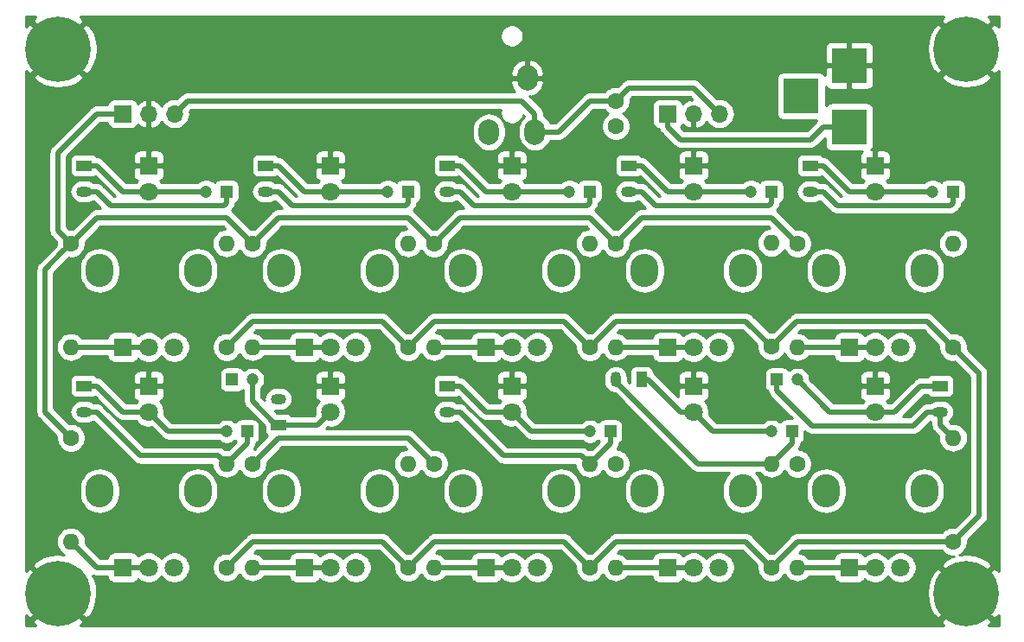
<source format=gbr>
G04 #@! TF.GenerationSoftware,KiCad,Pcbnew,(5.1.4)-1*
G04 #@! TF.CreationDate,2020-12-21T11:31:01-05:00*
G04 #@! TF.ProjectId,buzzybox,62757a7a-7962-46f7-982e-6b696361645f,rev?*
G04 #@! TF.SameCoordinates,Original*
G04 #@! TF.FileFunction,Copper,L1,Top*
G04 #@! TF.FilePolarity,Positive*
%FSLAX46Y46*%
G04 Gerber Fmt 4.6, Leading zero omitted, Abs format (unit mm)*
G04 Created by KiCad (PCBNEW (5.1.4)-1) date 2020-12-21 11:31:01*
%MOMM*%
%LPD*%
G04 APERTURE LIST*
%ADD10R,1.500000X1.050000*%
%ADD11O,1.500000X1.050000*%
%ADD12R,1.050000X1.500000*%
%ADD13O,1.050000X1.500000*%
%ADD14C,1.200000*%
%ADD15R,1.200000X1.200000*%
%ADD16O,1.700000X1.700000*%
%ADD17R,1.700000X1.700000*%
%ADD18O,2.000000X2.500000*%
%ADD19O,1.600000X1.600000*%
%ADD20C,1.600000*%
%ADD21O,2.720000X3.240000*%
%ADD22C,1.800000*%
%ADD23R,1.800000X1.800000*%
%ADD24C,6.400000*%
%ADD25R,3.500000X3.500000*%
%ADD26C,0.500000*%
%ADD27C,0.254000*%
G04 APERTURE END LIST*
D10*
X153670000Y-86360000D03*
D11*
X153670000Y-88900000D03*
D12*
X124460000Y-85725000D03*
D13*
X121920000Y-85725000D03*
D10*
X105410000Y-86360000D03*
D11*
X105410000Y-88900000D03*
D10*
X88900000Y-90170000D03*
D11*
X88900000Y-87630000D03*
D10*
X69850000Y-86360000D03*
D11*
X69850000Y-88900000D03*
D10*
X140970000Y-64770000D03*
D11*
X140970000Y-67310000D03*
D10*
X123190000Y-64770000D03*
D11*
X123190000Y-67310000D03*
D10*
X105410000Y-64770000D03*
D11*
X105410000Y-67310000D03*
D10*
X87630000Y-64770000D03*
D11*
X87630000Y-67310000D03*
D10*
X69850000Y-64770000D03*
D11*
X69850000Y-67310000D03*
D14*
X139700000Y-85725000D03*
D15*
X137700000Y-85725000D03*
D14*
X137160000Y-90805000D03*
D15*
X139160000Y-90805000D03*
D14*
X119380000Y-90805000D03*
D15*
X121380000Y-90805000D03*
D14*
X86360000Y-85725000D03*
D15*
X84360000Y-85725000D03*
D14*
X83820000Y-90805000D03*
D15*
X85820000Y-90805000D03*
D14*
X152940000Y-67310000D03*
D15*
X154940000Y-67310000D03*
D14*
X135160000Y-67310000D03*
D15*
X137160000Y-67310000D03*
D14*
X117380000Y-67310000D03*
D15*
X119380000Y-67310000D03*
D14*
X99600000Y-67310000D03*
D15*
X101600000Y-67310000D03*
D14*
X81820000Y-67310000D03*
D15*
X83820000Y-67310000D03*
D16*
X78740000Y-59690000D03*
X76200000Y-59690000D03*
D17*
X73660000Y-59690000D03*
D16*
X132080000Y-59690000D03*
X129540000Y-59690000D03*
D17*
X127000000Y-59690000D03*
D18*
X109510000Y-61470000D03*
X114010000Y-61470000D03*
X113260000Y-56170000D03*
D19*
X68580000Y-101600000D03*
D20*
X68580000Y-91440000D03*
D21*
X71400000Y-96640000D03*
X81000000Y-96640000D03*
D22*
X78700000Y-104140000D03*
X76200000Y-104140000D03*
D23*
X73700000Y-104140000D03*
D24*
X67310000Y-106680000D03*
X156250000Y-106680000D03*
X156250000Y-53340000D03*
X67350000Y-53340000D03*
D20*
X121920000Y-60920000D03*
X121920000Y-58420000D03*
D25*
X144780000Y-60960000D03*
X144780000Y-54960000D03*
X140080000Y-57960000D03*
D21*
X142520000Y-96640000D03*
X152120000Y-96640000D03*
D22*
X149820000Y-104140000D03*
X147320000Y-104140000D03*
D23*
X144820000Y-104140000D03*
D21*
X124740000Y-96640000D03*
X134340000Y-96640000D03*
D22*
X132040000Y-104140000D03*
X129540000Y-104140000D03*
D23*
X127040000Y-104140000D03*
D21*
X106960000Y-96640000D03*
X116560000Y-96640000D03*
D22*
X114260000Y-104140000D03*
X111760000Y-104140000D03*
D23*
X109260000Y-104140000D03*
D21*
X89180000Y-96640000D03*
X98780000Y-96640000D03*
D22*
X96480000Y-104140000D03*
X93980000Y-104140000D03*
D23*
X91480000Y-104140000D03*
D21*
X142520000Y-75050000D03*
X152120000Y-75050000D03*
D22*
X149820000Y-82550000D03*
X147320000Y-82550000D03*
D23*
X144820000Y-82550000D03*
D21*
X124740000Y-75050000D03*
X134340000Y-75050000D03*
D22*
X132040000Y-82550000D03*
X129540000Y-82550000D03*
D23*
X127040000Y-82550000D03*
D21*
X106960000Y-75050000D03*
X116560000Y-75050000D03*
D22*
X114260000Y-82550000D03*
X111760000Y-82550000D03*
D23*
X109260000Y-82550000D03*
D21*
X89180000Y-75050000D03*
X98780000Y-75050000D03*
D22*
X96480000Y-82550000D03*
X93980000Y-82550000D03*
D23*
X91480000Y-82550000D03*
D21*
X71400000Y-75050000D03*
X81000000Y-75050000D03*
D22*
X78700000Y-82550000D03*
X76200000Y-82550000D03*
D23*
X73700000Y-82550000D03*
D19*
X154940000Y-91440000D03*
D20*
X154940000Y-101600000D03*
D19*
X139700000Y-104140000D03*
D20*
X139700000Y-93980000D03*
D19*
X137160000Y-93980000D03*
D20*
X137160000Y-104140000D03*
D19*
X121920000Y-104140000D03*
D20*
X121920000Y-93980000D03*
D19*
X119380000Y-93980000D03*
D20*
X119380000Y-104140000D03*
D19*
X104140000Y-104140000D03*
D20*
X104140000Y-93980000D03*
D19*
X101600000Y-93980000D03*
D20*
X101600000Y-104140000D03*
D19*
X86360000Y-104140000D03*
D20*
X86360000Y-93980000D03*
D19*
X83820000Y-93980000D03*
D20*
X83820000Y-104140000D03*
D19*
X154940000Y-72390000D03*
D20*
X154940000Y-82550000D03*
X139700000Y-72390000D03*
D19*
X139700000Y-82550000D03*
X137160000Y-72344775D03*
D20*
X137160000Y-82504775D03*
D19*
X121920000Y-82550000D03*
D20*
X121920000Y-72390000D03*
D19*
X119380000Y-72390000D03*
D20*
X119380000Y-82550000D03*
D19*
X104140000Y-82550000D03*
D20*
X104140000Y-72390000D03*
D19*
X101600000Y-72390000D03*
D20*
X101600000Y-82550000D03*
D19*
X86360000Y-82550000D03*
D20*
X86360000Y-72390000D03*
D19*
X83820000Y-72390000D03*
D20*
X83820000Y-82550000D03*
D19*
X68580000Y-82550000D03*
D20*
X68580000Y-72390000D03*
D22*
X147320000Y-88900000D03*
D23*
X147320000Y-86360000D03*
D22*
X129540000Y-88900000D03*
D23*
X129540000Y-86360000D03*
D22*
X111760000Y-88900000D03*
D23*
X111760000Y-86360000D03*
D22*
X93980000Y-88900000D03*
D23*
X93980000Y-86360000D03*
D22*
X76200000Y-88900000D03*
D23*
X76200000Y-86360000D03*
D22*
X147320000Y-67310000D03*
D23*
X147320000Y-64770000D03*
D22*
X129540000Y-67310000D03*
D23*
X129540000Y-64770000D03*
D22*
X111760000Y-67310000D03*
D23*
X111760000Y-64770000D03*
D22*
X93980000Y-67310000D03*
D23*
X93980000Y-64770000D03*
D22*
X76200000Y-67310000D03*
D23*
X76200000Y-64770000D03*
D26*
X69850000Y-64770000D02*
X71120000Y-64770000D01*
X71120000Y-64770000D02*
X73660000Y-67310000D01*
X73660000Y-67310000D02*
X76200000Y-67310000D01*
X76200000Y-67310000D02*
X81820000Y-67310000D01*
X137200000Y-104140000D02*
X134660000Y-101600000D01*
X121960000Y-101600000D02*
X119420000Y-104140000D01*
X134660000Y-101600000D02*
X121960000Y-101600000D01*
X119420000Y-104140000D02*
X116880000Y-101600000D01*
X104180000Y-101600000D02*
X101640000Y-104140000D01*
X116880000Y-101600000D02*
X104180000Y-101600000D01*
X101640000Y-104140000D02*
X99100000Y-101600000D01*
X86400000Y-101600000D02*
X83860000Y-104140000D01*
X99100000Y-101600000D02*
X86400000Y-101600000D01*
X154940000Y-82550000D02*
X152400000Y-80010000D01*
X139654775Y-80010000D02*
X137160000Y-82504775D01*
X152400000Y-80010000D02*
X139654775Y-80010000D01*
X137160000Y-82504775D02*
X134665225Y-80010000D01*
X121920000Y-80010000D02*
X119380000Y-82550000D01*
X134665225Y-80010000D02*
X121920000Y-80010000D01*
X119380000Y-82550000D02*
X116840000Y-80010000D01*
X104140000Y-80010000D02*
X101600000Y-82550000D01*
X116840000Y-80010000D02*
X104140000Y-80010000D01*
X101600000Y-82550000D02*
X99060000Y-80010000D01*
X86360000Y-80010000D02*
X83820000Y-82550000D01*
X99060000Y-80010000D02*
X86360000Y-80010000D01*
X154980000Y-101600000D02*
X157480000Y-99100000D01*
X157480000Y-99100000D02*
X157480000Y-85090000D01*
X157480000Y-85090000D02*
X155739999Y-83349999D01*
X155739999Y-83349999D02*
X154940000Y-82550000D01*
X154940000Y-101600000D02*
X139700000Y-101600000D01*
X139740000Y-101600000D02*
X137200000Y-104140000D01*
X87630000Y-64770000D02*
X88900000Y-64770000D01*
X88900000Y-64770000D02*
X91440000Y-67310000D01*
X91440000Y-67310000D02*
X93980000Y-67310000D01*
X99600000Y-67310000D02*
X93980000Y-67310000D01*
X101600000Y-68410000D02*
X101600000Y-67310000D01*
X101349999Y-68660001D02*
X101600000Y-68410000D01*
X90230001Y-68660001D02*
X101349999Y-68660001D01*
X88880000Y-67310000D02*
X90230001Y-68660001D01*
X87630000Y-67310000D02*
X88880000Y-67310000D01*
X105410000Y-64770000D02*
X106680000Y-64770000D01*
X106680000Y-64770000D02*
X109220000Y-67310000D01*
X109220000Y-67310000D02*
X111760000Y-67310000D01*
X117380000Y-67310000D02*
X111760000Y-67310000D01*
X119380000Y-68410000D02*
X119380000Y-67310000D01*
X119129999Y-68660001D02*
X119380000Y-68410000D01*
X108010001Y-68660001D02*
X119129999Y-68660001D01*
X106660000Y-67310000D02*
X108010001Y-68660001D01*
X105410000Y-67310000D02*
X106660000Y-67310000D01*
X123190000Y-64770000D02*
X124460000Y-64770000D01*
X124460000Y-64770000D02*
X127000000Y-67310000D01*
X127000000Y-67310000D02*
X129540000Y-67310000D01*
X135160000Y-67310000D02*
X129540000Y-67310000D01*
X137160000Y-68410000D02*
X137160000Y-67310000D01*
X136909999Y-68660001D02*
X137160000Y-68410000D01*
X125790001Y-68660001D02*
X136909999Y-68660001D01*
X124440000Y-67310000D02*
X125790001Y-68660001D01*
X123190000Y-67310000D02*
X124440000Y-67310000D01*
X140970000Y-64770000D02*
X142240000Y-64770000D01*
X142240000Y-64770000D02*
X144780000Y-67310000D01*
X144780000Y-67310000D02*
X147320000Y-67310000D01*
X152940000Y-67310000D02*
X147320000Y-67310000D01*
X154940000Y-68410000D02*
X154940000Y-67310000D01*
X154689999Y-68660001D02*
X154940000Y-68410000D01*
X143570001Y-68660001D02*
X154689999Y-68660001D01*
X142220000Y-67310000D02*
X143570001Y-68660001D01*
X140970000Y-67310000D02*
X142220000Y-67310000D01*
X69850000Y-86360000D02*
X71120000Y-86360000D01*
X71120000Y-86360000D02*
X73660000Y-88900000D01*
X73660000Y-88900000D02*
X76200000Y-88900000D01*
X78105000Y-90805000D02*
X76200000Y-88900000D01*
X83820000Y-90805000D02*
X78105000Y-90805000D01*
X71100000Y-88900000D02*
X69850000Y-88900000D01*
X75380001Y-93180001D02*
X71100000Y-88900000D01*
X83020001Y-93180001D02*
X75380001Y-93180001D01*
X83820000Y-93980000D02*
X83020001Y-93180001D01*
X85820000Y-91980000D02*
X83820000Y-93980000D01*
X85820000Y-90805000D02*
X85820000Y-91980000D01*
X86360000Y-86573528D02*
X86360000Y-85725000D01*
X86360000Y-87855000D02*
X86360000Y-86573528D01*
X88675000Y-90170000D02*
X86360000Y-87855000D01*
X88900000Y-90170000D02*
X88675000Y-90170000D01*
X92710000Y-90170000D02*
X88900000Y-90170000D01*
X93980000Y-88900000D02*
X92710000Y-90170000D01*
X105410000Y-86360000D02*
X106680000Y-86360000D01*
X106680000Y-86360000D02*
X109220000Y-88900000D01*
X109220000Y-88900000D02*
X111760000Y-88900000D01*
X113665000Y-90805000D02*
X111760000Y-88900000D01*
X119380000Y-90805000D02*
X113665000Y-90805000D01*
X121380000Y-91980000D02*
X119380000Y-93980000D01*
X121380000Y-90805000D02*
X121380000Y-91980000D01*
X106660000Y-88900000D02*
X105410000Y-88900000D01*
X110940001Y-93180001D02*
X106660000Y-88900000D01*
X118580001Y-93180001D02*
X110940001Y-93180001D01*
X119380000Y-93980000D02*
X118580001Y-93180001D01*
X131445000Y-90805000D02*
X129540000Y-88900000D01*
X137160000Y-90805000D02*
X131445000Y-90805000D01*
X129540000Y-88900000D02*
X128270000Y-88900000D01*
X128270000Y-88900000D02*
X125095000Y-85725000D01*
X124460000Y-85725000D02*
X125095000Y-85725000D01*
X139160000Y-91980000D02*
X137160000Y-93980000D01*
X139160000Y-90805000D02*
X139160000Y-91980000D01*
X121920000Y-85950000D02*
X121920000Y-85725000D01*
X129950000Y-93980000D02*
X121920000Y-85950000D01*
X137160000Y-93980000D02*
X129950000Y-93980000D01*
X149225000Y-88900000D02*
X151765000Y-86360000D01*
X147320000Y-88900000D02*
X149225000Y-88900000D01*
X151765000Y-86360000D02*
X153670000Y-86360000D01*
X147320000Y-88900000D02*
X144780000Y-88900000D01*
X142875000Y-88900000D02*
X139700000Y-85725000D01*
X147320000Y-88900000D02*
X142875000Y-88900000D01*
X152420000Y-88900000D02*
X153670000Y-88900000D01*
X151069999Y-90250001D02*
X152420000Y-88900000D01*
X141125001Y-90250001D02*
X151069999Y-90250001D01*
X137700000Y-86825000D02*
X141125001Y-90250001D01*
X137700000Y-85725000D02*
X137700000Y-86825000D01*
X153670000Y-90170000D02*
X154940000Y-91440000D01*
X153670000Y-88900000D02*
X153670000Y-90170000D01*
X114010000Y-61220000D02*
X114010000Y-61470000D01*
X80010000Y-58420000D02*
X78740000Y-59690000D01*
X112710000Y-58420000D02*
X80010000Y-58420000D01*
X114010000Y-59720000D02*
X112710000Y-58420000D01*
X114010000Y-61470000D02*
X114010000Y-59720000D01*
X121920000Y-58420000D02*
X119380000Y-58420000D01*
X119380000Y-58420000D02*
X116330000Y-61470000D01*
X114010000Y-61470000D02*
X116330000Y-61470000D01*
X121920000Y-58420000D02*
X123190000Y-57150000D01*
X123190000Y-57150000D02*
X129540000Y-57150000D01*
X130840001Y-58450001D02*
X132080000Y-59690000D01*
X129540000Y-57150000D02*
X130840001Y-58450001D01*
X68580000Y-82550000D02*
X73700000Y-82550000D01*
X73700000Y-82550000D02*
X76200000Y-82550000D01*
X86360000Y-93980000D02*
X88900000Y-91440000D01*
X101600000Y-91440000D02*
X104140000Y-93980000D01*
X88900000Y-91440000D02*
X101600000Y-91440000D01*
X124460000Y-69850000D02*
X121920000Y-72390000D01*
X139700000Y-72390000D02*
X137160000Y-69850000D01*
X137160000Y-69850000D02*
X124460000Y-69850000D01*
X121920000Y-72390000D02*
X119380000Y-69850000D01*
X106680000Y-69850000D02*
X104140000Y-72390000D01*
X119380000Y-69850000D02*
X106680000Y-69850000D01*
X104140000Y-72390000D02*
X101600000Y-69850000D01*
X88900000Y-69850000D02*
X86360000Y-72390000D01*
X101600000Y-69850000D02*
X88900000Y-69850000D01*
X86360000Y-72390000D02*
X83820000Y-69850000D01*
X71120000Y-69850000D02*
X68580000Y-72390000D01*
X83820000Y-69850000D02*
X71120000Y-69850000D01*
X67780001Y-73189999D02*
X68580000Y-72390000D01*
X66040000Y-74930000D02*
X67780001Y-73189999D01*
X66040000Y-88900000D02*
X66040000Y-74930000D01*
X68580000Y-91440000D02*
X66040000Y-88900000D01*
X71120000Y-59690000D02*
X73660000Y-59690000D01*
X67310000Y-71120000D02*
X67310000Y-63500000D01*
X67310000Y-63500000D02*
X71120000Y-59690000D01*
X68580000Y-72390000D02*
X67310000Y-71120000D01*
X142240000Y-60960000D02*
X144780000Y-60960000D01*
X140970000Y-62230000D02*
X142240000Y-60960000D01*
X128270000Y-62230000D02*
X140970000Y-62230000D01*
X127000000Y-59690000D02*
X127000000Y-60960000D01*
X127000000Y-60960000D02*
X128270000Y-62230000D01*
X86360000Y-82550000D02*
X91480000Y-82550000D01*
X91480000Y-82550000D02*
X93980000Y-82550000D01*
X104140000Y-82550000D02*
X109260000Y-82550000D01*
X109260000Y-82550000D02*
X111760000Y-82550000D01*
X121920000Y-82550000D02*
X127040000Y-82550000D01*
X129540000Y-82550000D02*
X127040000Y-82550000D01*
X139700000Y-82550000D02*
X144820000Y-82550000D01*
X144820000Y-82550000D02*
X147320000Y-82550000D01*
X76200000Y-104140000D02*
X73700000Y-104140000D01*
X73700000Y-104140000D02*
X71120000Y-104140000D01*
X71120000Y-104140000D02*
X68580000Y-101600000D01*
X86360000Y-104140000D02*
X91480000Y-104140000D01*
X91480000Y-104140000D02*
X93980000Y-104140000D01*
X104140000Y-104140000D02*
X109260000Y-104140000D01*
X111760000Y-104140000D02*
X109260000Y-104140000D01*
X121920000Y-104140000D02*
X127040000Y-104140000D01*
X127040000Y-104140000D02*
X129540000Y-104140000D01*
X139700000Y-104140000D02*
X144820000Y-104140000D01*
X144820000Y-104140000D02*
X147320000Y-104140000D01*
X83820000Y-68410000D02*
X83820000Y-67310000D01*
X83569999Y-68660001D02*
X83820000Y-68410000D01*
X72450001Y-68660001D02*
X83569999Y-68660001D01*
X71100000Y-67310000D02*
X72450001Y-68660001D01*
X69850000Y-67310000D02*
X71100000Y-67310000D01*
D27*
G36*
X64828724Y-50639119D02*
G01*
X67350000Y-53160395D01*
X69871276Y-50639119D01*
X69540914Y-50190000D01*
X154059086Y-50190000D01*
X153728724Y-50639119D01*
X156250000Y-53160395D01*
X158771276Y-50639119D01*
X158440914Y-50190000D01*
X159400001Y-50190000D01*
X159400001Y-51149087D01*
X158950881Y-50818724D01*
X156429605Y-53340000D01*
X158950881Y-55861276D01*
X159400001Y-55530914D01*
X159400000Y-104489086D01*
X158950881Y-104158724D01*
X156429605Y-106680000D01*
X158950881Y-109201276D01*
X159400000Y-108870914D01*
X159400000Y-109830000D01*
X158440914Y-109830000D01*
X158771276Y-109380881D01*
X156250000Y-106859605D01*
X153728724Y-109380881D01*
X154059086Y-109830000D01*
X69500914Y-109830000D01*
X69831276Y-109380881D01*
X67310000Y-106859605D01*
X64788724Y-109380881D01*
X65119086Y-109830000D01*
X64160433Y-109830000D01*
X64161061Y-108871695D01*
X64609119Y-109201276D01*
X67130395Y-106680000D01*
X64609119Y-104158724D01*
X64163939Y-104486188D01*
X64164271Y-103979119D01*
X64788724Y-103979119D01*
X67310000Y-106500395D01*
X67324143Y-106486253D01*
X67503748Y-106665858D01*
X67489605Y-106680000D01*
X70010881Y-109201276D01*
X70500548Y-108841088D01*
X70860849Y-108177118D01*
X71084694Y-107455615D01*
X71163480Y-106704305D01*
X71159002Y-106655695D01*
X152396520Y-106655695D01*
X152465822Y-107407938D01*
X152680548Y-108132208D01*
X153032445Y-108800670D01*
X153059452Y-108841088D01*
X153549119Y-109201276D01*
X156070395Y-106680000D01*
X153549119Y-104158724D01*
X153059452Y-104518912D01*
X152699151Y-105182882D01*
X152475306Y-105904385D01*
X152396520Y-106655695D01*
X71159002Y-106655695D01*
X71094178Y-105952062D01*
X70879452Y-105227792D01*
X70723508Y-104931561D01*
X70779687Y-104961589D01*
X70946510Y-105012195D01*
X71076523Y-105025000D01*
X71076533Y-105025000D01*
X71119999Y-105029281D01*
X71163465Y-105025000D01*
X72161928Y-105025000D01*
X72161928Y-105040000D01*
X72174188Y-105164482D01*
X72210498Y-105284180D01*
X72269463Y-105394494D01*
X72348815Y-105491185D01*
X72445506Y-105570537D01*
X72555820Y-105629502D01*
X72675518Y-105665812D01*
X72800000Y-105678072D01*
X74600000Y-105678072D01*
X74724482Y-105665812D01*
X74844180Y-105629502D01*
X74954494Y-105570537D01*
X75051185Y-105491185D01*
X75130537Y-105394494D01*
X75183880Y-105294697D01*
X75221495Y-105332312D01*
X75472905Y-105500299D01*
X75752257Y-105616011D01*
X76048816Y-105675000D01*
X76351184Y-105675000D01*
X76647743Y-105616011D01*
X76927095Y-105500299D01*
X77178505Y-105332312D01*
X77392312Y-105118505D01*
X77450000Y-105032169D01*
X77507688Y-105118505D01*
X77721495Y-105332312D01*
X77972905Y-105500299D01*
X78252257Y-105616011D01*
X78548816Y-105675000D01*
X78851184Y-105675000D01*
X79147743Y-105616011D01*
X79427095Y-105500299D01*
X79678505Y-105332312D01*
X79892312Y-105118505D01*
X80060299Y-104867095D01*
X80176011Y-104587743D01*
X80235000Y-104291184D01*
X80235000Y-103988816D01*
X80176011Y-103692257D01*
X80060299Y-103412905D01*
X79892312Y-103161495D01*
X79678505Y-102947688D01*
X79427095Y-102779701D01*
X79147743Y-102663989D01*
X78851184Y-102605000D01*
X78548816Y-102605000D01*
X78252257Y-102663989D01*
X77972905Y-102779701D01*
X77721495Y-102947688D01*
X77507688Y-103161495D01*
X77450000Y-103247831D01*
X77392312Y-103161495D01*
X77178505Y-102947688D01*
X76927095Y-102779701D01*
X76647743Y-102663989D01*
X76351184Y-102605000D01*
X76048816Y-102605000D01*
X75752257Y-102663989D01*
X75472905Y-102779701D01*
X75221495Y-102947688D01*
X75183880Y-102985303D01*
X75130537Y-102885506D01*
X75051185Y-102788815D01*
X74954494Y-102709463D01*
X74844180Y-102650498D01*
X74724482Y-102614188D01*
X74600000Y-102601928D01*
X72800000Y-102601928D01*
X72675518Y-102614188D01*
X72555820Y-102650498D01*
X72445506Y-102709463D01*
X72348815Y-102788815D01*
X72269463Y-102885506D01*
X72210498Y-102995820D01*
X72174188Y-103115518D01*
X72161928Y-103240000D01*
X72161928Y-103255000D01*
X71486579Y-103255000D01*
X70004875Y-101773296D01*
X70021943Y-101600000D01*
X69994236Y-101318691D01*
X69912182Y-101048192D01*
X69778932Y-100798899D01*
X69599608Y-100580392D01*
X69381101Y-100401068D01*
X69131808Y-100267818D01*
X68861309Y-100185764D01*
X68650492Y-100165000D01*
X68509508Y-100165000D01*
X68298691Y-100185764D01*
X68028192Y-100267818D01*
X67778899Y-100401068D01*
X67560392Y-100580392D01*
X67381068Y-100798899D01*
X67247818Y-101048192D01*
X67165764Y-101318691D01*
X67138057Y-101600000D01*
X67165764Y-101881309D01*
X67247818Y-102151808D01*
X67381068Y-102401101D01*
X67560392Y-102619608D01*
X67778899Y-102798932D01*
X67951623Y-102891255D01*
X67334305Y-102826520D01*
X66582062Y-102895822D01*
X65857792Y-103110548D01*
X65189330Y-103462445D01*
X65148912Y-103489452D01*
X64788724Y-103979119D01*
X64164271Y-103979119D01*
X64169321Y-96282002D01*
X69405000Y-96282002D01*
X69405000Y-96997997D01*
X69433867Y-97291087D01*
X69547943Y-97667146D01*
X69733193Y-98013725D01*
X69982497Y-98317503D01*
X70286275Y-98566807D01*
X70632853Y-98752057D01*
X71008912Y-98866133D01*
X71400000Y-98904652D01*
X71791087Y-98866133D01*
X72167146Y-98752057D01*
X72513725Y-98566807D01*
X72817503Y-98317503D01*
X73066807Y-98013725D01*
X73252057Y-97667147D01*
X73366133Y-97291088D01*
X73395000Y-96997998D01*
X73395000Y-96282003D01*
X73395000Y-96282002D01*
X79005000Y-96282002D01*
X79005000Y-96997997D01*
X79033867Y-97291087D01*
X79147943Y-97667146D01*
X79333193Y-98013725D01*
X79582497Y-98317503D01*
X79886275Y-98566807D01*
X80232853Y-98752057D01*
X80608912Y-98866133D01*
X81000000Y-98904652D01*
X81391087Y-98866133D01*
X81767146Y-98752057D01*
X82113725Y-98566807D01*
X82417503Y-98317503D01*
X82666807Y-98013725D01*
X82852057Y-97667147D01*
X82966133Y-97291088D01*
X82995000Y-96997998D01*
X82995000Y-96282003D01*
X82995000Y-96282002D01*
X87185000Y-96282002D01*
X87185000Y-96997997D01*
X87213867Y-97291087D01*
X87327943Y-97667146D01*
X87513193Y-98013725D01*
X87762497Y-98317503D01*
X88066275Y-98566807D01*
X88412853Y-98752057D01*
X88788912Y-98866133D01*
X89180000Y-98904652D01*
X89571087Y-98866133D01*
X89947146Y-98752057D01*
X90293725Y-98566807D01*
X90597503Y-98317503D01*
X90846807Y-98013725D01*
X91032057Y-97667147D01*
X91146133Y-97291088D01*
X91175000Y-96997998D01*
X91175000Y-96282003D01*
X91175000Y-96282002D01*
X96785000Y-96282002D01*
X96785000Y-96997997D01*
X96813867Y-97291087D01*
X96927943Y-97667146D01*
X97113193Y-98013725D01*
X97362497Y-98317503D01*
X97666275Y-98566807D01*
X98012853Y-98752057D01*
X98388912Y-98866133D01*
X98780000Y-98904652D01*
X99171087Y-98866133D01*
X99547146Y-98752057D01*
X99893725Y-98566807D01*
X100197503Y-98317503D01*
X100446807Y-98013725D01*
X100632057Y-97667147D01*
X100746133Y-97291088D01*
X100775000Y-96997998D01*
X100775000Y-96282003D01*
X100775000Y-96282002D01*
X104965000Y-96282002D01*
X104965000Y-96997997D01*
X104993867Y-97291087D01*
X105107943Y-97667146D01*
X105293193Y-98013725D01*
X105542497Y-98317503D01*
X105846275Y-98566807D01*
X106192853Y-98752057D01*
X106568912Y-98866133D01*
X106960000Y-98904652D01*
X107351087Y-98866133D01*
X107727146Y-98752057D01*
X108073725Y-98566807D01*
X108377503Y-98317503D01*
X108626807Y-98013725D01*
X108812057Y-97667147D01*
X108926133Y-97291088D01*
X108955000Y-96997998D01*
X108955000Y-96282003D01*
X108955000Y-96282002D01*
X114565000Y-96282002D01*
X114565000Y-96997997D01*
X114593867Y-97291087D01*
X114707943Y-97667146D01*
X114893193Y-98013725D01*
X115142497Y-98317503D01*
X115446275Y-98566807D01*
X115792853Y-98752057D01*
X116168912Y-98866133D01*
X116560000Y-98904652D01*
X116951087Y-98866133D01*
X117327146Y-98752057D01*
X117673725Y-98566807D01*
X117977503Y-98317503D01*
X118226807Y-98013725D01*
X118412057Y-97667147D01*
X118526133Y-97291088D01*
X118555000Y-96997998D01*
X118555000Y-96282003D01*
X118555000Y-96282002D01*
X122745000Y-96282002D01*
X122745000Y-96997997D01*
X122773867Y-97291087D01*
X122887943Y-97667146D01*
X123073193Y-98013725D01*
X123322497Y-98317503D01*
X123626275Y-98566807D01*
X123972853Y-98752057D01*
X124348912Y-98866133D01*
X124740000Y-98904652D01*
X125131087Y-98866133D01*
X125507146Y-98752057D01*
X125853725Y-98566807D01*
X126157503Y-98317503D01*
X126406807Y-98013725D01*
X126592057Y-97667147D01*
X126706133Y-97291088D01*
X126735000Y-96997998D01*
X126735000Y-96282003D01*
X126706133Y-95988913D01*
X126592057Y-95612853D01*
X126406807Y-95266275D01*
X126157503Y-94962497D01*
X125853725Y-94713193D01*
X125507147Y-94527943D01*
X125131088Y-94413867D01*
X124740000Y-94375348D01*
X124348913Y-94413867D01*
X123972854Y-94527943D01*
X123626276Y-94713193D01*
X123322498Y-94962497D01*
X123073193Y-95266275D01*
X122887943Y-95612853D01*
X122773867Y-95988912D01*
X122745000Y-96282002D01*
X118555000Y-96282002D01*
X118526133Y-95988913D01*
X118412057Y-95612853D01*
X118226807Y-95266275D01*
X117977503Y-94962497D01*
X117673725Y-94713193D01*
X117327147Y-94527943D01*
X116951088Y-94413867D01*
X116560000Y-94375348D01*
X116168913Y-94413867D01*
X115792854Y-94527943D01*
X115446276Y-94713193D01*
X115142498Y-94962497D01*
X114893193Y-95266275D01*
X114707943Y-95612853D01*
X114593867Y-95988912D01*
X114565000Y-96282002D01*
X108955000Y-96282002D01*
X108926133Y-95988913D01*
X108812057Y-95612853D01*
X108626807Y-95266275D01*
X108377503Y-94962497D01*
X108073725Y-94713193D01*
X107727147Y-94527943D01*
X107351088Y-94413867D01*
X106960000Y-94375348D01*
X106568913Y-94413867D01*
X106192854Y-94527943D01*
X105846276Y-94713193D01*
X105542498Y-94962497D01*
X105293193Y-95266275D01*
X105107943Y-95612853D01*
X104993867Y-95988912D01*
X104965000Y-96282002D01*
X100775000Y-96282002D01*
X100746133Y-95988913D01*
X100632057Y-95612853D01*
X100446807Y-95266275D01*
X100197503Y-94962497D01*
X99893725Y-94713193D01*
X99547147Y-94527943D01*
X99171088Y-94413867D01*
X98780000Y-94375348D01*
X98388913Y-94413867D01*
X98012854Y-94527943D01*
X97666276Y-94713193D01*
X97362498Y-94962497D01*
X97113193Y-95266275D01*
X96927943Y-95612853D01*
X96813867Y-95988912D01*
X96785000Y-96282002D01*
X91175000Y-96282002D01*
X91146133Y-95988913D01*
X91032057Y-95612853D01*
X90846807Y-95266275D01*
X90597503Y-94962497D01*
X90293725Y-94713193D01*
X89947147Y-94527943D01*
X89571088Y-94413867D01*
X89180000Y-94375348D01*
X88788913Y-94413867D01*
X88412854Y-94527943D01*
X88066276Y-94713193D01*
X87762498Y-94962497D01*
X87513193Y-95266275D01*
X87327943Y-95612853D01*
X87213867Y-95988912D01*
X87185000Y-96282002D01*
X82995000Y-96282002D01*
X82966133Y-95988913D01*
X82852057Y-95612853D01*
X82666807Y-95266275D01*
X82417503Y-94962497D01*
X82113725Y-94713193D01*
X81767147Y-94527943D01*
X81391088Y-94413867D01*
X81000000Y-94375348D01*
X80608913Y-94413867D01*
X80232854Y-94527943D01*
X79886276Y-94713193D01*
X79582498Y-94962497D01*
X79333193Y-95266275D01*
X79147943Y-95612853D01*
X79033867Y-95988912D01*
X79005000Y-96282002D01*
X73395000Y-96282002D01*
X73366133Y-95988913D01*
X73252057Y-95612853D01*
X73066807Y-95266275D01*
X72817503Y-94962497D01*
X72513725Y-94713193D01*
X72167147Y-94527943D01*
X71791088Y-94413867D01*
X71400000Y-94375348D01*
X71008913Y-94413867D01*
X70632854Y-94527943D01*
X70286276Y-94713193D01*
X69982498Y-94962497D01*
X69733193Y-95266275D01*
X69547943Y-95612853D01*
X69433867Y-95988912D01*
X69405000Y-96282002D01*
X64169321Y-96282002D01*
X64183332Y-74930000D01*
X65150719Y-74930000D01*
X65155001Y-74973479D01*
X65155000Y-88856531D01*
X65150719Y-88900000D01*
X65155000Y-88943469D01*
X65155000Y-88943476D01*
X65162457Y-89019188D01*
X65167805Y-89073490D01*
X65183157Y-89124096D01*
X65218411Y-89240312D01*
X65300589Y-89394058D01*
X65411183Y-89528817D01*
X65444954Y-89556532D01*
X67151983Y-91263561D01*
X67145000Y-91298665D01*
X67145000Y-91581335D01*
X67200147Y-91858574D01*
X67308320Y-92119727D01*
X67465363Y-92354759D01*
X67665241Y-92554637D01*
X67900273Y-92711680D01*
X68161426Y-92819853D01*
X68438665Y-92875000D01*
X68721335Y-92875000D01*
X68998574Y-92819853D01*
X69259727Y-92711680D01*
X69494759Y-92554637D01*
X69694637Y-92354759D01*
X69851680Y-92119727D01*
X69959853Y-91858574D01*
X70015000Y-91581335D01*
X70015000Y-91298665D01*
X69959853Y-91021426D01*
X69851680Y-90760273D01*
X69694637Y-90525241D01*
X69494759Y-90325363D01*
X69259727Y-90168320D01*
X68998574Y-90060147D01*
X68721335Y-90005000D01*
X68438665Y-90005000D01*
X68403561Y-90011983D01*
X67291578Y-88900000D01*
X68459388Y-88900000D01*
X68481785Y-89127400D01*
X68548115Y-89346060D01*
X68655829Y-89547579D01*
X68800788Y-89724212D01*
X68977421Y-89869171D01*
X69178940Y-89976885D01*
X69397600Y-90043215D01*
X69568021Y-90060000D01*
X70131979Y-90060000D01*
X70302400Y-90043215D01*
X70521060Y-89976885D01*
X70722579Y-89869171D01*
X70774765Y-89826343D01*
X74723471Y-93775050D01*
X74751184Y-93808818D01*
X74784952Y-93836531D01*
X74784954Y-93836533D01*
X74787552Y-93838665D01*
X74885942Y-93919412D01*
X75039688Y-94001590D01*
X75206511Y-94052196D01*
X75336524Y-94065001D01*
X75336534Y-94065001D01*
X75380000Y-94069282D01*
X75423466Y-94065001D01*
X82386429Y-94065001D01*
X82405764Y-94261309D01*
X82487818Y-94531808D01*
X82621068Y-94781101D01*
X82800392Y-94999608D01*
X83018899Y-95178932D01*
X83268192Y-95312182D01*
X83538691Y-95394236D01*
X83749508Y-95415000D01*
X83890492Y-95415000D01*
X84101309Y-95394236D01*
X84371808Y-95312182D01*
X84621101Y-95178932D01*
X84839608Y-94999608D01*
X85018932Y-94781101D01*
X85086350Y-94654971D01*
X85088320Y-94659727D01*
X85245363Y-94894759D01*
X85445241Y-95094637D01*
X85680273Y-95251680D01*
X85941426Y-95359853D01*
X86218665Y-95415000D01*
X86501335Y-95415000D01*
X86778574Y-95359853D01*
X87039727Y-95251680D01*
X87274759Y-95094637D01*
X87474637Y-94894759D01*
X87631680Y-94659727D01*
X87739853Y-94398574D01*
X87795000Y-94121335D01*
X87795000Y-93838665D01*
X87788017Y-93803561D01*
X89266579Y-92325000D01*
X101233422Y-92325000D01*
X101460244Y-92551822D01*
X101318691Y-92565764D01*
X101048192Y-92647818D01*
X100798899Y-92781068D01*
X100580392Y-92960392D01*
X100401068Y-93178899D01*
X100267818Y-93428192D01*
X100185764Y-93698691D01*
X100158057Y-93980000D01*
X100185764Y-94261309D01*
X100267818Y-94531808D01*
X100401068Y-94781101D01*
X100580392Y-94999608D01*
X100798899Y-95178932D01*
X101048192Y-95312182D01*
X101318691Y-95394236D01*
X101529508Y-95415000D01*
X101670492Y-95415000D01*
X101881309Y-95394236D01*
X102151808Y-95312182D01*
X102401101Y-95178932D01*
X102619608Y-94999608D01*
X102798932Y-94781101D01*
X102866350Y-94654971D01*
X102868320Y-94659727D01*
X103025363Y-94894759D01*
X103225241Y-95094637D01*
X103460273Y-95251680D01*
X103721426Y-95359853D01*
X103998665Y-95415000D01*
X104281335Y-95415000D01*
X104558574Y-95359853D01*
X104819727Y-95251680D01*
X105054759Y-95094637D01*
X105254637Y-94894759D01*
X105411680Y-94659727D01*
X105519853Y-94398574D01*
X105575000Y-94121335D01*
X105575000Y-93838665D01*
X105519853Y-93561426D01*
X105411680Y-93300273D01*
X105254637Y-93065241D01*
X105054759Y-92865363D01*
X104819727Y-92708320D01*
X104558574Y-92600147D01*
X104281335Y-92545000D01*
X103998665Y-92545000D01*
X103963561Y-92551983D01*
X102256534Y-90844956D01*
X102228817Y-90811183D01*
X102094059Y-90700589D01*
X101940313Y-90618411D01*
X101773490Y-90567805D01*
X101643477Y-90555000D01*
X101643469Y-90555000D01*
X101600000Y-90550719D01*
X101556531Y-90555000D01*
X93576578Y-90555000D01*
X93718518Y-90413060D01*
X93828816Y-90435000D01*
X94131184Y-90435000D01*
X94427743Y-90376011D01*
X94707095Y-90260299D01*
X94958505Y-90092312D01*
X95172312Y-89878505D01*
X95340299Y-89627095D01*
X95456011Y-89347743D01*
X95515000Y-89051184D01*
X95515000Y-88900000D01*
X104019388Y-88900000D01*
X104041785Y-89127400D01*
X104108115Y-89346060D01*
X104215829Y-89547579D01*
X104360788Y-89724212D01*
X104537421Y-89869171D01*
X104738940Y-89976885D01*
X104957600Y-90043215D01*
X105128021Y-90060000D01*
X105691979Y-90060000D01*
X105862400Y-90043215D01*
X106081060Y-89976885D01*
X106282579Y-89869171D01*
X106334765Y-89826343D01*
X110283471Y-93775050D01*
X110311184Y-93808818D01*
X110344952Y-93836531D01*
X110344954Y-93836533D01*
X110347552Y-93838665D01*
X110445942Y-93919412D01*
X110599688Y-94001590D01*
X110766511Y-94052196D01*
X110896524Y-94065001D01*
X110896534Y-94065001D01*
X110940000Y-94069282D01*
X110983466Y-94065001D01*
X117946429Y-94065001D01*
X117965764Y-94261309D01*
X118047818Y-94531808D01*
X118181068Y-94781101D01*
X118360392Y-94999608D01*
X118578899Y-95178932D01*
X118828192Y-95312182D01*
X119098691Y-95394236D01*
X119309508Y-95415000D01*
X119450492Y-95415000D01*
X119661309Y-95394236D01*
X119931808Y-95312182D01*
X120181101Y-95178932D01*
X120399608Y-94999608D01*
X120578932Y-94781101D01*
X120646350Y-94654971D01*
X120648320Y-94659727D01*
X120805363Y-94894759D01*
X121005241Y-95094637D01*
X121240273Y-95251680D01*
X121501426Y-95359853D01*
X121778665Y-95415000D01*
X122061335Y-95415000D01*
X122338574Y-95359853D01*
X122599727Y-95251680D01*
X122834759Y-95094637D01*
X123034637Y-94894759D01*
X123191680Y-94659727D01*
X123299853Y-94398574D01*
X123355000Y-94121335D01*
X123355000Y-93838665D01*
X123299853Y-93561426D01*
X123191680Y-93300273D01*
X123034637Y-93065241D01*
X122834759Y-92865363D01*
X122599727Y-92708320D01*
X122338574Y-92600147D01*
X122061335Y-92545000D01*
X122061191Y-92545000D01*
X122119411Y-92474059D01*
X122201589Y-92320313D01*
X122252195Y-92153490D01*
X122265000Y-92023477D01*
X122265000Y-92023467D01*
X122269281Y-91980001D01*
X122268382Y-91970875D01*
X122334494Y-91935537D01*
X122431185Y-91856185D01*
X122510537Y-91759494D01*
X122569502Y-91649180D01*
X122605812Y-91529482D01*
X122618072Y-91405000D01*
X122618072Y-90205000D01*
X122605812Y-90080518D01*
X122569502Y-89960820D01*
X122510537Y-89850506D01*
X122431185Y-89753815D01*
X122334494Y-89674463D01*
X122224180Y-89615498D01*
X122104482Y-89579188D01*
X121980000Y-89566928D01*
X120780000Y-89566928D01*
X120655518Y-89579188D01*
X120535820Y-89615498D01*
X120425506Y-89674463D01*
X120328815Y-89753815D01*
X120249463Y-89850506D01*
X120222501Y-89900947D01*
X120167267Y-89845713D01*
X119964992Y-89710557D01*
X119740236Y-89617460D01*
X119501637Y-89570000D01*
X119258363Y-89570000D01*
X119019764Y-89617460D01*
X118795008Y-89710557D01*
X118592733Y-89845713D01*
X118518446Y-89920000D01*
X114031579Y-89920000D01*
X113273060Y-89161482D01*
X113295000Y-89051184D01*
X113295000Y-88748816D01*
X113236011Y-88452257D01*
X113120299Y-88172905D01*
X112952312Y-87921495D01*
X112885873Y-87855056D01*
X112904180Y-87849502D01*
X113014494Y-87790537D01*
X113111185Y-87711185D01*
X113190537Y-87614494D01*
X113249502Y-87504180D01*
X113285812Y-87384482D01*
X113298072Y-87260000D01*
X113295000Y-86645750D01*
X113136250Y-86487000D01*
X111887000Y-86487000D01*
X111887000Y-86507000D01*
X111633000Y-86507000D01*
X111633000Y-86487000D01*
X110383750Y-86487000D01*
X110225000Y-86645750D01*
X110221928Y-87260000D01*
X110234188Y-87384482D01*
X110270498Y-87504180D01*
X110329463Y-87614494D01*
X110408815Y-87711185D01*
X110505506Y-87790537D01*
X110615820Y-87849502D01*
X110634127Y-87855056D01*
X110567688Y-87921495D01*
X110505210Y-88015000D01*
X109586579Y-88015000D01*
X107336534Y-85764956D01*
X107308817Y-85731183D01*
X107174059Y-85620589D01*
X107020313Y-85538411D01*
X106853490Y-85487805D01*
X106723477Y-85475000D01*
X106723469Y-85475000D01*
X106682725Y-85470987D01*
X106673709Y-85460000D01*
X110221928Y-85460000D01*
X110225000Y-86074250D01*
X110383750Y-86233000D01*
X111633000Y-86233000D01*
X111633000Y-84983750D01*
X111887000Y-84983750D01*
X111887000Y-86233000D01*
X113136250Y-86233000D01*
X113295000Y-86074250D01*
X113298072Y-85460000D01*
X113296400Y-85443021D01*
X120760000Y-85443021D01*
X120760000Y-86006978D01*
X120776785Y-86177399D01*
X120843115Y-86396059D01*
X120950829Y-86597578D01*
X121095788Y-86774212D01*
X121272421Y-86919171D01*
X121473940Y-87026885D01*
X121692600Y-87093215D01*
X121824642Y-87106220D01*
X129293470Y-94575049D01*
X129321183Y-94608817D01*
X129354951Y-94636530D01*
X129354953Y-94636532D01*
X129383216Y-94659727D01*
X129455941Y-94719411D01*
X129609687Y-94801589D01*
X129776510Y-94852195D01*
X129906523Y-94865000D01*
X129906531Y-94865000D01*
X129950000Y-94869281D01*
X129993469Y-94865000D01*
X133041299Y-94865000D01*
X132922498Y-94962497D01*
X132673193Y-95266275D01*
X132487943Y-95612853D01*
X132373867Y-95988912D01*
X132345000Y-96282002D01*
X132345000Y-96997997D01*
X132373867Y-97291087D01*
X132487943Y-97667146D01*
X132673193Y-98013725D01*
X132922497Y-98317503D01*
X133226275Y-98566807D01*
X133572853Y-98752057D01*
X133948912Y-98866133D01*
X134340000Y-98904652D01*
X134731087Y-98866133D01*
X135107146Y-98752057D01*
X135453725Y-98566807D01*
X135757503Y-98317503D01*
X136006807Y-98013725D01*
X136192057Y-97667147D01*
X136306133Y-97291088D01*
X136335000Y-96997998D01*
X136335000Y-96282003D01*
X136335000Y-96282002D01*
X140525000Y-96282002D01*
X140525000Y-96997997D01*
X140553867Y-97291087D01*
X140667943Y-97667146D01*
X140853193Y-98013725D01*
X141102497Y-98317503D01*
X141406275Y-98566807D01*
X141752853Y-98752057D01*
X142128912Y-98866133D01*
X142520000Y-98904652D01*
X142911087Y-98866133D01*
X143287146Y-98752057D01*
X143633725Y-98566807D01*
X143937503Y-98317503D01*
X144186807Y-98013725D01*
X144372057Y-97667147D01*
X144486133Y-97291088D01*
X144515000Y-96997998D01*
X144515000Y-96282003D01*
X144515000Y-96282002D01*
X150125000Y-96282002D01*
X150125000Y-96997997D01*
X150153867Y-97291087D01*
X150267943Y-97667146D01*
X150453193Y-98013725D01*
X150702497Y-98317503D01*
X151006275Y-98566807D01*
X151352853Y-98752057D01*
X151728912Y-98866133D01*
X152120000Y-98904652D01*
X152511087Y-98866133D01*
X152887146Y-98752057D01*
X153233725Y-98566807D01*
X153537503Y-98317503D01*
X153786807Y-98013725D01*
X153972057Y-97667147D01*
X154086133Y-97291088D01*
X154115000Y-96997998D01*
X154115000Y-96282003D01*
X154086133Y-95988913D01*
X153972057Y-95612853D01*
X153786807Y-95266275D01*
X153537503Y-94962497D01*
X153233725Y-94713193D01*
X152887147Y-94527943D01*
X152511088Y-94413867D01*
X152120000Y-94375348D01*
X151728913Y-94413867D01*
X151352854Y-94527943D01*
X151006276Y-94713193D01*
X150702498Y-94962497D01*
X150453193Y-95266275D01*
X150267943Y-95612853D01*
X150153867Y-95988912D01*
X150125000Y-96282002D01*
X144515000Y-96282002D01*
X144486133Y-95988913D01*
X144372057Y-95612853D01*
X144186807Y-95266275D01*
X143937503Y-94962497D01*
X143633725Y-94713193D01*
X143287147Y-94527943D01*
X142911088Y-94413867D01*
X142520000Y-94375348D01*
X142128913Y-94413867D01*
X141752854Y-94527943D01*
X141406276Y-94713193D01*
X141102498Y-94962497D01*
X140853193Y-95266275D01*
X140667943Y-95612853D01*
X140553867Y-95988912D01*
X140525000Y-96282002D01*
X136335000Y-96282002D01*
X136306133Y-95988913D01*
X136192057Y-95612853D01*
X136006807Y-95266275D01*
X135757503Y-94962497D01*
X135638702Y-94865000D01*
X136029922Y-94865000D01*
X136140392Y-94999608D01*
X136358899Y-95178932D01*
X136608192Y-95312182D01*
X136878691Y-95394236D01*
X137089508Y-95415000D01*
X137230492Y-95415000D01*
X137441309Y-95394236D01*
X137711808Y-95312182D01*
X137961101Y-95178932D01*
X138179608Y-94999608D01*
X138358932Y-94781101D01*
X138426350Y-94654971D01*
X138428320Y-94659727D01*
X138585363Y-94894759D01*
X138785241Y-95094637D01*
X139020273Y-95251680D01*
X139281426Y-95359853D01*
X139558665Y-95415000D01*
X139841335Y-95415000D01*
X140118574Y-95359853D01*
X140379727Y-95251680D01*
X140614759Y-95094637D01*
X140814637Y-94894759D01*
X140971680Y-94659727D01*
X141079853Y-94398574D01*
X141135000Y-94121335D01*
X141135000Y-93838665D01*
X141079853Y-93561426D01*
X140971680Y-93300273D01*
X140814637Y-93065241D01*
X140614759Y-92865363D01*
X140379727Y-92708320D01*
X140118574Y-92600147D01*
X139841335Y-92545000D01*
X139841191Y-92545000D01*
X139899411Y-92474059D01*
X139981589Y-92320313D01*
X140032195Y-92153490D01*
X140045000Y-92023477D01*
X140045000Y-92023467D01*
X140049281Y-91980001D01*
X140048382Y-91970875D01*
X140114494Y-91935537D01*
X140211185Y-91856185D01*
X140290537Y-91759494D01*
X140349502Y-91649180D01*
X140385812Y-91529482D01*
X140398072Y-91405000D01*
X140398072Y-90774651D01*
X140468471Y-90845050D01*
X140496184Y-90878818D01*
X140529952Y-90906531D01*
X140529954Y-90906533D01*
X140577973Y-90945941D01*
X140630942Y-90989412D01*
X140784688Y-91071590D01*
X140951511Y-91122196D01*
X141081524Y-91135001D01*
X141081532Y-91135001D01*
X141125001Y-91139282D01*
X141168470Y-91135001D01*
X151026530Y-91135001D01*
X151069999Y-91139282D01*
X151113468Y-91135001D01*
X151113476Y-91135001D01*
X151243489Y-91122196D01*
X151410312Y-91071590D01*
X151564058Y-90989412D01*
X151698816Y-90878818D01*
X151726533Y-90845045D01*
X152745235Y-89826343D01*
X152785001Y-89858978D01*
X152785001Y-90126522D01*
X152780719Y-90170000D01*
X152797805Y-90343490D01*
X152848412Y-90510313D01*
X152930590Y-90664059D01*
X153013468Y-90765046D01*
X153013471Y-90765049D01*
X153041184Y-90798817D01*
X153074951Y-90826529D01*
X153515125Y-91266704D01*
X153498057Y-91440000D01*
X153525764Y-91721309D01*
X153607818Y-91991808D01*
X153741068Y-92241101D01*
X153920392Y-92459608D01*
X154138899Y-92638932D01*
X154388192Y-92772182D01*
X154658691Y-92854236D01*
X154869508Y-92875000D01*
X155010492Y-92875000D01*
X155221309Y-92854236D01*
X155491808Y-92772182D01*
X155741101Y-92638932D01*
X155959608Y-92459608D01*
X156138932Y-92241101D01*
X156272182Y-91991808D01*
X156354236Y-91721309D01*
X156381943Y-91440000D01*
X156354236Y-91158691D01*
X156272182Y-90888192D01*
X156138932Y-90638899D01*
X155959608Y-90420392D01*
X155741101Y-90241068D01*
X155491808Y-90107818D01*
X155221309Y-90025764D01*
X155010492Y-90005000D01*
X154869508Y-90005000D01*
X154766704Y-90015125D01*
X154585514Y-89833935D01*
X154719212Y-89724212D01*
X154864171Y-89547579D01*
X154971885Y-89346060D01*
X155038215Y-89127400D01*
X155060612Y-88900000D01*
X155038215Y-88672600D01*
X154971885Y-88453940D01*
X154864171Y-88252421D01*
X154719212Y-88075788D01*
X154542579Y-87930829D01*
X154341060Y-87823115D01*
X154122400Y-87756785D01*
X153951979Y-87740000D01*
X153388021Y-87740000D01*
X153217600Y-87756785D01*
X152998940Y-87823115D01*
X152797421Y-87930829D01*
X152694858Y-88015000D01*
X152463469Y-88015000D01*
X152420000Y-88010719D01*
X152376531Y-88015000D01*
X152376523Y-88015000D01*
X152246510Y-88027805D01*
X152079687Y-88078411D01*
X151925941Y-88160589D01*
X151824953Y-88243468D01*
X151824951Y-88243470D01*
X151791183Y-88271183D01*
X151763470Y-88304951D01*
X150703421Y-89365001D01*
X150011577Y-89365001D01*
X152131579Y-87245000D01*
X152393982Y-87245000D01*
X152468815Y-87336185D01*
X152565506Y-87415537D01*
X152675820Y-87474502D01*
X152795518Y-87510812D01*
X152920000Y-87523072D01*
X154420000Y-87523072D01*
X154544482Y-87510812D01*
X154664180Y-87474502D01*
X154774494Y-87415537D01*
X154871185Y-87336185D01*
X154950537Y-87239494D01*
X155009502Y-87129180D01*
X155045812Y-87009482D01*
X155058072Y-86885000D01*
X155058072Y-85835000D01*
X155045812Y-85710518D01*
X155009502Y-85590820D01*
X154950537Y-85480506D01*
X154871185Y-85383815D01*
X154774494Y-85304463D01*
X154664180Y-85245498D01*
X154544482Y-85209188D01*
X154420000Y-85196928D01*
X152920000Y-85196928D01*
X152795518Y-85209188D01*
X152675820Y-85245498D01*
X152565506Y-85304463D01*
X152468815Y-85383815D01*
X152393982Y-85475000D01*
X151808465Y-85475000D01*
X151764999Y-85470719D01*
X151721533Y-85475000D01*
X151721523Y-85475000D01*
X151591510Y-85487805D01*
X151424687Y-85538411D01*
X151270941Y-85620589D01*
X151270939Y-85620590D01*
X151270940Y-85620590D01*
X151169953Y-85703468D01*
X151169951Y-85703470D01*
X151136183Y-85731183D01*
X151108470Y-85764951D01*
X148858422Y-88015000D01*
X148574790Y-88015000D01*
X148512312Y-87921495D01*
X148445873Y-87855056D01*
X148464180Y-87849502D01*
X148574494Y-87790537D01*
X148671185Y-87711185D01*
X148750537Y-87614494D01*
X148809502Y-87504180D01*
X148845812Y-87384482D01*
X148858072Y-87260000D01*
X148855000Y-86645750D01*
X148696250Y-86487000D01*
X147447000Y-86487000D01*
X147447000Y-86507000D01*
X147193000Y-86507000D01*
X147193000Y-86487000D01*
X145943750Y-86487000D01*
X145785000Y-86645750D01*
X145781928Y-87260000D01*
X145794188Y-87384482D01*
X145830498Y-87504180D01*
X145889463Y-87614494D01*
X145968815Y-87711185D01*
X146065506Y-87790537D01*
X146175820Y-87849502D01*
X146194127Y-87855056D01*
X146127688Y-87921495D01*
X146065210Y-88015000D01*
X143241579Y-88015000D01*
X140935000Y-85708422D01*
X140935000Y-85603363D01*
X140906484Y-85460000D01*
X145781928Y-85460000D01*
X145785000Y-86074250D01*
X145943750Y-86233000D01*
X147193000Y-86233000D01*
X147193000Y-84983750D01*
X147447000Y-84983750D01*
X147447000Y-86233000D01*
X148696250Y-86233000D01*
X148855000Y-86074250D01*
X148858072Y-85460000D01*
X148845812Y-85335518D01*
X148809502Y-85215820D01*
X148750537Y-85105506D01*
X148671185Y-85008815D01*
X148574494Y-84929463D01*
X148464180Y-84870498D01*
X148344482Y-84834188D01*
X148220000Y-84821928D01*
X147605750Y-84825000D01*
X147447000Y-84983750D01*
X147193000Y-84983750D01*
X147034250Y-84825000D01*
X146420000Y-84821928D01*
X146295518Y-84834188D01*
X146175820Y-84870498D01*
X146065506Y-84929463D01*
X145968815Y-85008815D01*
X145889463Y-85105506D01*
X145830498Y-85215820D01*
X145794188Y-85335518D01*
X145781928Y-85460000D01*
X140906484Y-85460000D01*
X140887540Y-85364764D01*
X140794443Y-85140008D01*
X140659287Y-84937733D01*
X140487267Y-84765713D01*
X140284992Y-84630557D01*
X140060236Y-84537460D01*
X139821637Y-84490000D01*
X139578363Y-84490000D01*
X139339764Y-84537460D01*
X139115008Y-84630557D01*
X138912733Y-84765713D01*
X138857499Y-84820947D01*
X138830537Y-84770506D01*
X138751185Y-84673815D01*
X138654494Y-84594463D01*
X138544180Y-84535498D01*
X138424482Y-84499188D01*
X138300000Y-84486928D01*
X137100000Y-84486928D01*
X136975518Y-84499188D01*
X136855820Y-84535498D01*
X136745506Y-84594463D01*
X136648815Y-84673815D01*
X136569463Y-84770506D01*
X136510498Y-84880820D01*
X136474188Y-85000518D01*
X136461928Y-85125000D01*
X136461928Y-86325000D01*
X136474188Y-86449482D01*
X136510498Y-86569180D01*
X136569463Y-86679494D01*
X136648815Y-86776185D01*
X136745506Y-86855537D01*
X136817517Y-86894028D01*
X136827805Y-86998490D01*
X136878412Y-87165313D01*
X136960590Y-87319059D01*
X137043468Y-87420046D01*
X137043471Y-87420049D01*
X137071184Y-87453817D01*
X137104951Y-87481529D01*
X139190349Y-89566928D01*
X138560000Y-89566928D01*
X138435518Y-89579188D01*
X138315820Y-89615498D01*
X138205506Y-89674463D01*
X138108815Y-89753815D01*
X138029463Y-89850506D01*
X138002501Y-89900947D01*
X137947267Y-89845713D01*
X137744992Y-89710557D01*
X137520236Y-89617460D01*
X137281637Y-89570000D01*
X137038363Y-89570000D01*
X136799764Y-89617460D01*
X136575008Y-89710557D01*
X136372733Y-89845713D01*
X136298446Y-89920000D01*
X131811579Y-89920000D01*
X131053060Y-89161482D01*
X131075000Y-89051184D01*
X131075000Y-88748816D01*
X131016011Y-88452257D01*
X130900299Y-88172905D01*
X130732312Y-87921495D01*
X130665873Y-87855056D01*
X130684180Y-87849502D01*
X130794494Y-87790537D01*
X130891185Y-87711185D01*
X130970537Y-87614494D01*
X131029502Y-87504180D01*
X131065812Y-87384482D01*
X131078072Y-87260000D01*
X131075000Y-86645750D01*
X130916250Y-86487000D01*
X129667000Y-86487000D01*
X129667000Y-86507000D01*
X129413000Y-86507000D01*
X129413000Y-86487000D01*
X128163750Y-86487000D01*
X128005000Y-86645750D01*
X128001928Y-87260000D01*
X128014188Y-87384482D01*
X128017727Y-87396148D01*
X126081579Y-85460000D01*
X128001928Y-85460000D01*
X128005000Y-86074250D01*
X128163750Y-86233000D01*
X129413000Y-86233000D01*
X129413000Y-84983750D01*
X129667000Y-84983750D01*
X129667000Y-86233000D01*
X130916250Y-86233000D01*
X131075000Y-86074250D01*
X131078072Y-85460000D01*
X131065812Y-85335518D01*
X131029502Y-85215820D01*
X130970537Y-85105506D01*
X130891185Y-85008815D01*
X130794494Y-84929463D01*
X130684180Y-84870498D01*
X130564482Y-84834188D01*
X130440000Y-84821928D01*
X129825750Y-84825000D01*
X129667000Y-84983750D01*
X129413000Y-84983750D01*
X129254250Y-84825000D01*
X128640000Y-84821928D01*
X128515518Y-84834188D01*
X128395820Y-84870498D01*
X128285506Y-84929463D01*
X128188815Y-85008815D01*
X128109463Y-85105506D01*
X128050498Y-85215820D01*
X128014188Y-85335518D01*
X128001928Y-85460000D01*
X126081579Y-85460000D01*
X125751534Y-85129956D01*
X125723817Y-85096183D01*
X125623072Y-85013503D01*
X125623072Y-84975000D01*
X125610812Y-84850518D01*
X125574502Y-84730820D01*
X125515537Y-84620506D01*
X125436185Y-84523815D01*
X125339494Y-84444463D01*
X125229180Y-84385498D01*
X125109482Y-84349188D01*
X124985000Y-84336928D01*
X123935000Y-84336928D01*
X123810518Y-84349188D01*
X123690820Y-84385498D01*
X123580506Y-84444463D01*
X123483815Y-84523815D01*
X123404463Y-84620506D01*
X123345498Y-84730820D01*
X123309188Y-84850518D01*
X123296928Y-84975000D01*
X123296928Y-86075350D01*
X123080000Y-85858422D01*
X123080000Y-85443022D01*
X123063215Y-85272601D01*
X122996885Y-85053941D01*
X122889171Y-84852421D01*
X122744212Y-84675788D01*
X122567579Y-84530829D01*
X122366060Y-84423115D01*
X122147400Y-84356785D01*
X121920000Y-84334388D01*
X121692601Y-84356785D01*
X121473941Y-84423115D01*
X121272422Y-84530829D01*
X121095789Y-84675788D01*
X120950830Y-84852421D01*
X120843115Y-85053940D01*
X120776785Y-85272600D01*
X120760000Y-85443021D01*
X113296400Y-85443021D01*
X113285812Y-85335518D01*
X113249502Y-85215820D01*
X113190537Y-85105506D01*
X113111185Y-85008815D01*
X113014494Y-84929463D01*
X112904180Y-84870498D01*
X112784482Y-84834188D01*
X112660000Y-84821928D01*
X112045750Y-84825000D01*
X111887000Y-84983750D01*
X111633000Y-84983750D01*
X111474250Y-84825000D01*
X110860000Y-84821928D01*
X110735518Y-84834188D01*
X110615820Y-84870498D01*
X110505506Y-84929463D01*
X110408815Y-85008815D01*
X110329463Y-85105506D01*
X110270498Y-85215820D01*
X110234188Y-85335518D01*
X110221928Y-85460000D01*
X106673709Y-85460000D01*
X106611185Y-85383815D01*
X106514494Y-85304463D01*
X106404180Y-85245498D01*
X106284482Y-85209188D01*
X106160000Y-85196928D01*
X104660000Y-85196928D01*
X104535518Y-85209188D01*
X104415820Y-85245498D01*
X104305506Y-85304463D01*
X104208815Y-85383815D01*
X104129463Y-85480506D01*
X104070498Y-85590820D01*
X104034188Y-85710518D01*
X104021928Y-85835000D01*
X104021928Y-86885000D01*
X104034188Y-87009482D01*
X104070498Y-87129180D01*
X104129463Y-87239494D01*
X104208815Y-87336185D01*
X104305506Y-87415537D01*
X104415820Y-87474502D01*
X104535518Y-87510812D01*
X104660000Y-87523072D01*
X106160000Y-87523072D01*
X106284482Y-87510812D01*
X106404180Y-87474502D01*
X106494595Y-87426173D01*
X108563468Y-89495047D01*
X108591183Y-89528817D01*
X108624951Y-89556530D01*
X108624953Y-89556532D01*
X108696452Y-89615210D01*
X108725941Y-89639411D01*
X108879687Y-89721589D01*
X109046510Y-89772195D01*
X109176523Y-89785000D01*
X109176533Y-89785000D01*
X109219999Y-89789281D01*
X109263465Y-89785000D01*
X110505210Y-89785000D01*
X110567688Y-89878505D01*
X110781495Y-90092312D01*
X111032905Y-90260299D01*
X111312257Y-90376011D01*
X111608816Y-90435000D01*
X111911184Y-90435000D01*
X112021482Y-90413060D01*
X113008470Y-91400049D01*
X113036183Y-91433817D01*
X113069951Y-91461530D01*
X113069953Y-91461532D01*
X113099697Y-91485942D01*
X113170941Y-91544411D01*
X113324687Y-91626589D01*
X113491510Y-91677195D01*
X113621523Y-91690000D01*
X113621531Y-91690000D01*
X113665000Y-91694281D01*
X113708469Y-91690000D01*
X118518446Y-91690000D01*
X118592733Y-91764287D01*
X118795008Y-91899443D01*
X119019764Y-91992540D01*
X119258363Y-92040000D01*
X119501637Y-92040000D01*
X119740236Y-91992540D01*
X119964992Y-91899443D01*
X120167267Y-91764287D01*
X120222501Y-91709053D01*
X120249463Y-91759494D01*
X120294297Y-91814124D01*
X119553296Y-92555125D01*
X119450492Y-92545000D01*
X119309508Y-92545000D01*
X119211653Y-92554638D01*
X119208818Y-92551184D01*
X119074060Y-92440590D01*
X118920314Y-92358412D01*
X118753491Y-92307806D01*
X118623478Y-92295001D01*
X118623470Y-92295001D01*
X118580001Y-92290720D01*
X118536532Y-92295001D01*
X111306580Y-92295001D01*
X107316532Y-88304954D01*
X107288817Y-88271183D01*
X107154059Y-88160589D01*
X107000313Y-88078411D01*
X106833490Y-88027805D01*
X106703477Y-88015000D01*
X106703469Y-88015000D01*
X106660000Y-88010719D01*
X106616531Y-88015000D01*
X106385142Y-88015000D01*
X106282579Y-87930829D01*
X106081060Y-87823115D01*
X105862400Y-87756785D01*
X105691979Y-87740000D01*
X105128021Y-87740000D01*
X104957600Y-87756785D01*
X104738940Y-87823115D01*
X104537421Y-87930829D01*
X104360788Y-88075788D01*
X104215829Y-88252421D01*
X104108115Y-88453940D01*
X104041785Y-88672600D01*
X104019388Y-88900000D01*
X95515000Y-88900000D01*
X95515000Y-88748816D01*
X95456011Y-88452257D01*
X95340299Y-88172905D01*
X95172312Y-87921495D01*
X95105873Y-87855056D01*
X95124180Y-87849502D01*
X95234494Y-87790537D01*
X95331185Y-87711185D01*
X95410537Y-87614494D01*
X95469502Y-87504180D01*
X95505812Y-87384482D01*
X95518072Y-87260000D01*
X95515000Y-86645750D01*
X95356250Y-86487000D01*
X94107000Y-86487000D01*
X94107000Y-86507000D01*
X93853000Y-86507000D01*
X93853000Y-86487000D01*
X92603750Y-86487000D01*
X92445000Y-86645750D01*
X92441928Y-87260000D01*
X92454188Y-87384482D01*
X92490498Y-87504180D01*
X92549463Y-87614494D01*
X92628815Y-87711185D01*
X92725506Y-87790537D01*
X92835820Y-87849502D01*
X92854127Y-87855056D01*
X92787688Y-87921495D01*
X92619701Y-88172905D01*
X92503989Y-88452257D01*
X92445000Y-88748816D01*
X92445000Y-89051184D01*
X92466940Y-89161482D01*
X92343422Y-89285000D01*
X90176018Y-89285000D01*
X90101185Y-89193815D01*
X90004494Y-89114463D01*
X89894180Y-89055498D01*
X89774482Y-89019188D01*
X89650000Y-89006928D01*
X88763507Y-89006928D01*
X88538773Y-88782195D01*
X88618021Y-88790000D01*
X89181979Y-88790000D01*
X89352400Y-88773215D01*
X89571060Y-88706885D01*
X89772579Y-88599171D01*
X89949212Y-88454212D01*
X90094171Y-88277579D01*
X90201885Y-88076060D01*
X90268215Y-87857400D01*
X90290612Y-87630000D01*
X90268215Y-87402600D01*
X90201885Y-87183940D01*
X90094171Y-86982421D01*
X89949212Y-86805788D01*
X89772579Y-86660829D01*
X89571060Y-86553115D01*
X89352400Y-86486785D01*
X89181979Y-86470000D01*
X88618021Y-86470000D01*
X88447600Y-86486785D01*
X88228940Y-86553115D01*
X88027421Y-86660829D01*
X87850788Y-86805788D01*
X87705829Y-86982421D01*
X87598115Y-87183940D01*
X87531785Y-87402600D01*
X87509388Y-87630000D01*
X87522805Y-87766227D01*
X87245000Y-87488422D01*
X87245000Y-86586554D01*
X87319287Y-86512267D01*
X87454443Y-86309992D01*
X87547540Y-86085236D01*
X87595000Y-85846637D01*
X87595000Y-85603363D01*
X87566484Y-85460000D01*
X92441928Y-85460000D01*
X92445000Y-86074250D01*
X92603750Y-86233000D01*
X93853000Y-86233000D01*
X93853000Y-84983750D01*
X94107000Y-84983750D01*
X94107000Y-86233000D01*
X95356250Y-86233000D01*
X95515000Y-86074250D01*
X95518072Y-85460000D01*
X95505812Y-85335518D01*
X95469502Y-85215820D01*
X95410537Y-85105506D01*
X95331185Y-85008815D01*
X95234494Y-84929463D01*
X95124180Y-84870498D01*
X95004482Y-84834188D01*
X94880000Y-84821928D01*
X94265750Y-84825000D01*
X94107000Y-84983750D01*
X93853000Y-84983750D01*
X93694250Y-84825000D01*
X93080000Y-84821928D01*
X92955518Y-84834188D01*
X92835820Y-84870498D01*
X92725506Y-84929463D01*
X92628815Y-85008815D01*
X92549463Y-85105506D01*
X92490498Y-85215820D01*
X92454188Y-85335518D01*
X92441928Y-85460000D01*
X87566484Y-85460000D01*
X87547540Y-85364764D01*
X87454443Y-85140008D01*
X87319287Y-84937733D01*
X87147267Y-84765713D01*
X86944992Y-84630557D01*
X86720236Y-84537460D01*
X86481637Y-84490000D01*
X86238363Y-84490000D01*
X85999764Y-84537460D01*
X85775008Y-84630557D01*
X85572733Y-84765713D01*
X85517499Y-84820947D01*
X85490537Y-84770506D01*
X85411185Y-84673815D01*
X85314494Y-84594463D01*
X85204180Y-84535498D01*
X85084482Y-84499188D01*
X84960000Y-84486928D01*
X83760000Y-84486928D01*
X83635518Y-84499188D01*
X83515820Y-84535498D01*
X83405506Y-84594463D01*
X83308815Y-84673815D01*
X83229463Y-84770506D01*
X83170498Y-84880820D01*
X83134188Y-85000518D01*
X83121928Y-85125000D01*
X83121928Y-86325000D01*
X83134188Y-86449482D01*
X83170498Y-86569180D01*
X83229463Y-86679494D01*
X83308815Y-86776185D01*
X83405506Y-86855537D01*
X83515820Y-86914502D01*
X83635518Y-86950812D01*
X83760000Y-86963072D01*
X84960000Y-86963072D01*
X85084482Y-86950812D01*
X85204180Y-86914502D01*
X85314494Y-86855537D01*
X85411185Y-86776185D01*
X85475001Y-86698425D01*
X85475000Y-87811530D01*
X85470719Y-87855000D01*
X85475000Y-87898469D01*
X85475000Y-87898476D01*
X85487805Y-88028489D01*
X85538411Y-88195312D01*
X85620589Y-88349058D01*
X85731183Y-88483817D01*
X85764956Y-88511534D01*
X87511928Y-90258507D01*
X87511928Y-90695000D01*
X87524188Y-90819482D01*
X87560498Y-90939180D01*
X87619463Y-91049494D01*
X87698815Y-91146185D01*
X87795506Y-91225537D01*
X87839414Y-91249007D01*
X86536439Y-92551983D01*
X86501335Y-92545000D01*
X86501191Y-92545000D01*
X86559411Y-92474059D01*
X86641589Y-92320313D01*
X86692195Y-92153490D01*
X86705000Y-92023477D01*
X86705000Y-92023467D01*
X86709281Y-91980001D01*
X86708382Y-91970875D01*
X86774494Y-91935537D01*
X86871185Y-91856185D01*
X86950537Y-91759494D01*
X87009502Y-91649180D01*
X87045812Y-91529482D01*
X87058072Y-91405000D01*
X87058072Y-90205000D01*
X87045812Y-90080518D01*
X87009502Y-89960820D01*
X86950537Y-89850506D01*
X86871185Y-89753815D01*
X86774494Y-89674463D01*
X86664180Y-89615498D01*
X86544482Y-89579188D01*
X86420000Y-89566928D01*
X85220000Y-89566928D01*
X85095518Y-89579188D01*
X84975820Y-89615498D01*
X84865506Y-89674463D01*
X84768815Y-89753815D01*
X84689463Y-89850506D01*
X84662501Y-89900947D01*
X84607267Y-89845713D01*
X84404992Y-89710557D01*
X84180236Y-89617460D01*
X83941637Y-89570000D01*
X83698363Y-89570000D01*
X83459764Y-89617460D01*
X83235008Y-89710557D01*
X83032733Y-89845713D01*
X82958446Y-89920000D01*
X78471579Y-89920000D01*
X77713060Y-89161482D01*
X77735000Y-89051184D01*
X77735000Y-88748816D01*
X77676011Y-88452257D01*
X77560299Y-88172905D01*
X77392312Y-87921495D01*
X77325873Y-87855056D01*
X77344180Y-87849502D01*
X77454494Y-87790537D01*
X77551185Y-87711185D01*
X77630537Y-87614494D01*
X77689502Y-87504180D01*
X77725812Y-87384482D01*
X77738072Y-87260000D01*
X77735000Y-86645750D01*
X77576250Y-86487000D01*
X76327000Y-86487000D01*
X76327000Y-86507000D01*
X76073000Y-86507000D01*
X76073000Y-86487000D01*
X74823750Y-86487000D01*
X74665000Y-86645750D01*
X74661928Y-87260000D01*
X74674188Y-87384482D01*
X74710498Y-87504180D01*
X74769463Y-87614494D01*
X74848815Y-87711185D01*
X74945506Y-87790537D01*
X75055820Y-87849502D01*
X75074127Y-87855056D01*
X75007688Y-87921495D01*
X74945210Y-88015000D01*
X74026579Y-88015000D01*
X71776534Y-85764956D01*
X71748817Y-85731183D01*
X71614059Y-85620589D01*
X71460313Y-85538411D01*
X71293490Y-85487805D01*
X71163477Y-85475000D01*
X71163469Y-85475000D01*
X71122725Y-85470987D01*
X71113709Y-85460000D01*
X74661928Y-85460000D01*
X74665000Y-86074250D01*
X74823750Y-86233000D01*
X76073000Y-86233000D01*
X76073000Y-84983750D01*
X76327000Y-84983750D01*
X76327000Y-86233000D01*
X77576250Y-86233000D01*
X77735000Y-86074250D01*
X77738072Y-85460000D01*
X77725812Y-85335518D01*
X77689502Y-85215820D01*
X77630537Y-85105506D01*
X77551185Y-85008815D01*
X77454494Y-84929463D01*
X77344180Y-84870498D01*
X77224482Y-84834188D01*
X77100000Y-84821928D01*
X76485750Y-84825000D01*
X76327000Y-84983750D01*
X76073000Y-84983750D01*
X75914250Y-84825000D01*
X75300000Y-84821928D01*
X75175518Y-84834188D01*
X75055820Y-84870498D01*
X74945506Y-84929463D01*
X74848815Y-85008815D01*
X74769463Y-85105506D01*
X74710498Y-85215820D01*
X74674188Y-85335518D01*
X74661928Y-85460000D01*
X71113709Y-85460000D01*
X71051185Y-85383815D01*
X70954494Y-85304463D01*
X70844180Y-85245498D01*
X70724482Y-85209188D01*
X70600000Y-85196928D01*
X69100000Y-85196928D01*
X68975518Y-85209188D01*
X68855820Y-85245498D01*
X68745506Y-85304463D01*
X68648815Y-85383815D01*
X68569463Y-85480506D01*
X68510498Y-85590820D01*
X68474188Y-85710518D01*
X68461928Y-85835000D01*
X68461928Y-86885000D01*
X68474188Y-87009482D01*
X68510498Y-87129180D01*
X68569463Y-87239494D01*
X68648815Y-87336185D01*
X68745506Y-87415537D01*
X68855820Y-87474502D01*
X68975518Y-87510812D01*
X69100000Y-87523072D01*
X70600000Y-87523072D01*
X70724482Y-87510812D01*
X70844180Y-87474502D01*
X70934595Y-87426173D01*
X73003468Y-89495047D01*
X73031183Y-89528817D01*
X73064951Y-89556530D01*
X73064953Y-89556532D01*
X73136452Y-89615210D01*
X73165941Y-89639411D01*
X73319687Y-89721589D01*
X73486510Y-89772195D01*
X73616523Y-89785000D01*
X73616533Y-89785000D01*
X73659999Y-89789281D01*
X73703465Y-89785000D01*
X74945210Y-89785000D01*
X75007688Y-89878505D01*
X75221495Y-90092312D01*
X75472905Y-90260299D01*
X75752257Y-90376011D01*
X76048816Y-90435000D01*
X76351184Y-90435000D01*
X76461482Y-90413060D01*
X77448470Y-91400049D01*
X77476183Y-91433817D01*
X77509951Y-91461530D01*
X77509953Y-91461532D01*
X77539697Y-91485942D01*
X77610941Y-91544411D01*
X77764687Y-91626589D01*
X77931510Y-91677195D01*
X78061523Y-91690000D01*
X78061531Y-91690000D01*
X78105000Y-91694281D01*
X78148469Y-91690000D01*
X82958446Y-91690000D01*
X83032733Y-91764287D01*
X83235008Y-91899443D01*
X83459764Y-91992540D01*
X83698363Y-92040000D01*
X83941637Y-92040000D01*
X84180236Y-91992540D01*
X84404992Y-91899443D01*
X84607267Y-91764287D01*
X84662501Y-91709053D01*
X84689463Y-91759494D01*
X84734297Y-91814124D01*
X83993296Y-92555125D01*
X83890492Y-92545000D01*
X83749508Y-92545000D01*
X83651653Y-92554638D01*
X83648818Y-92551184D01*
X83514060Y-92440590D01*
X83360314Y-92358412D01*
X83193491Y-92307806D01*
X83063478Y-92295001D01*
X83063470Y-92295001D01*
X83020001Y-92290720D01*
X82976532Y-92295001D01*
X75746580Y-92295001D01*
X71756532Y-88304954D01*
X71728817Y-88271183D01*
X71594059Y-88160589D01*
X71440313Y-88078411D01*
X71273490Y-88027805D01*
X71143477Y-88015000D01*
X71143469Y-88015000D01*
X71100000Y-88010719D01*
X71056531Y-88015000D01*
X70825142Y-88015000D01*
X70722579Y-87930829D01*
X70521060Y-87823115D01*
X70302400Y-87756785D01*
X70131979Y-87740000D01*
X69568021Y-87740000D01*
X69397600Y-87756785D01*
X69178940Y-87823115D01*
X68977421Y-87930829D01*
X68800788Y-88075788D01*
X68655829Y-88252421D01*
X68548115Y-88453940D01*
X68481785Y-88672600D01*
X68459388Y-88900000D01*
X67291578Y-88900000D01*
X66925000Y-88533422D01*
X66925000Y-82550000D01*
X67138057Y-82550000D01*
X67165764Y-82831309D01*
X67247818Y-83101808D01*
X67381068Y-83351101D01*
X67560392Y-83569608D01*
X67778899Y-83748932D01*
X68028192Y-83882182D01*
X68298691Y-83964236D01*
X68509508Y-83985000D01*
X68650492Y-83985000D01*
X68861309Y-83964236D01*
X69131808Y-83882182D01*
X69381101Y-83748932D01*
X69599608Y-83569608D01*
X69710078Y-83435000D01*
X72161928Y-83435000D01*
X72161928Y-83450000D01*
X72174188Y-83574482D01*
X72210498Y-83694180D01*
X72269463Y-83804494D01*
X72348815Y-83901185D01*
X72445506Y-83980537D01*
X72555820Y-84039502D01*
X72675518Y-84075812D01*
X72800000Y-84088072D01*
X74600000Y-84088072D01*
X74724482Y-84075812D01*
X74844180Y-84039502D01*
X74954494Y-83980537D01*
X75051185Y-83901185D01*
X75130537Y-83804494D01*
X75183880Y-83704697D01*
X75221495Y-83742312D01*
X75472905Y-83910299D01*
X75752257Y-84026011D01*
X76048816Y-84085000D01*
X76351184Y-84085000D01*
X76647743Y-84026011D01*
X76927095Y-83910299D01*
X77178505Y-83742312D01*
X77392312Y-83528505D01*
X77450000Y-83442169D01*
X77507688Y-83528505D01*
X77721495Y-83742312D01*
X77972905Y-83910299D01*
X78252257Y-84026011D01*
X78548816Y-84085000D01*
X78851184Y-84085000D01*
X79147743Y-84026011D01*
X79427095Y-83910299D01*
X79678505Y-83742312D01*
X79892312Y-83528505D01*
X80060299Y-83277095D01*
X80176011Y-82997743D01*
X80235000Y-82701184D01*
X80235000Y-82408665D01*
X82385000Y-82408665D01*
X82385000Y-82691335D01*
X82440147Y-82968574D01*
X82548320Y-83229727D01*
X82705363Y-83464759D01*
X82905241Y-83664637D01*
X83140273Y-83821680D01*
X83401426Y-83929853D01*
X83678665Y-83985000D01*
X83961335Y-83985000D01*
X84238574Y-83929853D01*
X84499727Y-83821680D01*
X84734759Y-83664637D01*
X84934637Y-83464759D01*
X85091680Y-83229727D01*
X85093650Y-83224971D01*
X85161068Y-83351101D01*
X85340392Y-83569608D01*
X85558899Y-83748932D01*
X85808192Y-83882182D01*
X86078691Y-83964236D01*
X86289508Y-83985000D01*
X86430492Y-83985000D01*
X86641309Y-83964236D01*
X86911808Y-83882182D01*
X87161101Y-83748932D01*
X87379608Y-83569608D01*
X87490078Y-83435000D01*
X89941928Y-83435000D01*
X89941928Y-83450000D01*
X89954188Y-83574482D01*
X89990498Y-83694180D01*
X90049463Y-83804494D01*
X90128815Y-83901185D01*
X90225506Y-83980537D01*
X90335820Y-84039502D01*
X90455518Y-84075812D01*
X90580000Y-84088072D01*
X92380000Y-84088072D01*
X92504482Y-84075812D01*
X92624180Y-84039502D01*
X92734494Y-83980537D01*
X92831185Y-83901185D01*
X92910537Y-83804494D01*
X92963880Y-83704697D01*
X93001495Y-83742312D01*
X93252905Y-83910299D01*
X93532257Y-84026011D01*
X93828816Y-84085000D01*
X94131184Y-84085000D01*
X94427743Y-84026011D01*
X94707095Y-83910299D01*
X94958505Y-83742312D01*
X95172312Y-83528505D01*
X95230000Y-83442169D01*
X95287688Y-83528505D01*
X95501495Y-83742312D01*
X95752905Y-83910299D01*
X96032257Y-84026011D01*
X96328816Y-84085000D01*
X96631184Y-84085000D01*
X96927743Y-84026011D01*
X97207095Y-83910299D01*
X97458505Y-83742312D01*
X97672312Y-83528505D01*
X97840299Y-83277095D01*
X97956011Y-82997743D01*
X98015000Y-82701184D01*
X98015000Y-82398816D01*
X97956011Y-82102257D01*
X97840299Y-81822905D01*
X97672312Y-81571495D01*
X97458505Y-81357688D01*
X97207095Y-81189701D01*
X96927743Y-81073989D01*
X96631184Y-81015000D01*
X96328816Y-81015000D01*
X96032257Y-81073989D01*
X95752905Y-81189701D01*
X95501495Y-81357688D01*
X95287688Y-81571495D01*
X95230000Y-81657831D01*
X95172312Y-81571495D01*
X94958505Y-81357688D01*
X94707095Y-81189701D01*
X94427743Y-81073989D01*
X94131184Y-81015000D01*
X93828816Y-81015000D01*
X93532257Y-81073989D01*
X93252905Y-81189701D01*
X93001495Y-81357688D01*
X92963880Y-81395303D01*
X92910537Y-81295506D01*
X92831185Y-81198815D01*
X92734494Y-81119463D01*
X92624180Y-81060498D01*
X92504482Y-81024188D01*
X92380000Y-81011928D01*
X90580000Y-81011928D01*
X90455518Y-81024188D01*
X90335820Y-81060498D01*
X90225506Y-81119463D01*
X90128815Y-81198815D01*
X90049463Y-81295506D01*
X89990498Y-81405820D01*
X89954188Y-81525518D01*
X89941928Y-81650000D01*
X89941928Y-81665000D01*
X87490078Y-81665000D01*
X87379608Y-81530392D01*
X87161101Y-81351068D01*
X86911808Y-81217818D01*
X86641309Y-81135764D01*
X86499757Y-81121822D01*
X86726579Y-80895000D01*
X98693422Y-80895000D01*
X100171983Y-82373561D01*
X100165000Y-82408665D01*
X100165000Y-82691335D01*
X100220147Y-82968574D01*
X100328320Y-83229727D01*
X100485363Y-83464759D01*
X100685241Y-83664637D01*
X100920273Y-83821680D01*
X101181426Y-83929853D01*
X101458665Y-83985000D01*
X101741335Y-83985000D01*
X102018574Y-83929853D01*
X102279727Y-83821680D01*
X102514759Y-83664637D01*
X102714637Y-83464759D01*
X102871680Y-83229727D01*
X102873650Y-83224971D01*
X102941068Y-83351101D01*
X103120392Y-83569608D01*
X103338899Y-83748932D01*
X103588192Y-83882182D01*
X103858691Y-83964236D01*
X104069508Y-83985000D01*
X104210492Y-83985000D01*
X104421309Y-83964236D01*
X104691808Y-83882182D01*
X104941101Y-83748932D01*
X105159608Y-83569608D01*
X105270078Y-83435000D01*
X107721928Y-83435000D01*
X107721928Y-83450000D01*
X107734188Y-83574482D01*
X107770498Y-83694180D01*
X107829463Y-83804494D01*
X107908815Y-83901185D01*
X108005506Y-83980537D01*
X108115820Y-84039502D01*
X108235518Y-84075812D01*
X108360000Y-84088072D01*
X110160000Y-84088072D01*
X110284482Y-84075812D01*
X110404180Y-84039502D01*
X110514494Y-83980537D01*
X110611185Y-83901185D01*
X110690537Y-83804494D01*
X110743880Y-83704697D01*
X110781495Y-83742312D01*
X111032905Y-83910299D01*
X111312257Y-84026011D01*
X111608816Y-84085000D01*
X111911184Y-84085000D01*
X112207743Y-84026011D01*
X112487095Y-83910299D01*
X112738505Y-83742312D01*
X112952312Y-83528505D01*
X113010000Y-83442169D01*
X113067688Y-83528505D01*
X113281495Y-83742312D01*
X113532905Y-83910299D01*
X113812257Y-84026011D01*
X114108816Y-84085000D01*
X114411184Y-84085000D01*
X114707743Y-84026011D01*
X114987095Y-83910299D01*
X115238505Y-83742312D01*
X115452312Y-83528505D01*
X115620299Y-83277095D01*
X115736011Y-82997743D01*
X115795000Y-82701184D01*
X115795000Y-82398816D01*
X115736011Y-82102257D01*
X115620299Y-81822905D01*
X115452312Y-81571495D01*
X115238505Y-81357688D01*
X114987095Y-81189701D01*
X114707743Y-81073989D01*
X114411184Y-81015000D01*
X114108816Y-81015000D01*
X113812257Y-81073989D01*
X113532905Y-81189701D01*
X113281495Y-81357688D01*
X113067688Y-81571495D01*
X113010000Y-81657831D01*
X112952312Y-81571495D01*
X112738505Y-81357688D01*
X112487095Y-81189701D01*
X112207743Y-81073989D01*
X111911184Y-81015000D01*
X111608816Y-81015000D01*
X111312257Y-81073989D01*
X111032905Y-81189701D01*
X110781495Y-81357688D01*
X110743880Y-81395303D01*
X110690537Y-81295506D01*
X110611185Y-81198815D01*
X110514494Y-81119463D01*
X110404180Y-81060498D01*
X110284482Y-81024188D01*
X110160000Y-81011928D01*
X108360000Y-81011928D01*
X108235518Y-81024188D01*
X108115820Y-81060498D01*
X108005506Y-81119463D01*
X107908815Y-81198815D01*
X107829463Y-81295506D01*
X107770498Y-81405820D01*
X107734188Y-81525518D01*
X107721928Y-81650000D01*
X107721928Y-81665000D01*
X105270078Y-81665000D01*
X105159608Y-81530392D01*
X104941101Y-81351068D01*
X104691808Y-81217818D01*
X104421309Y-81135764D01*
X104279757Y-81121822D01*
X104506579Y-80895000D01*
X116473422Y-80895000D01*
X117951983Y-82373561D01*
X117945000Y-82408665D01*
X117945000Y-82691335D01*
X118000147Y-82968574D01*
X118108320Y-83229727D01*
X118265363Y-83464759D01*
X118465241Y-83664637D01*
X118700273Y-83821680D01*
X118961426Y-83929853D01*
X119238665Y-83985000D01*
X119521335Y-83985000D01*
X119798574Y-83929853D01*
X120059727Y-83821680D01*
X120294759Y-83664637D01*
X120494637Y-83464759D01*
X120651680Y-83229727D01*
X120653650Y-83224971D01*
X120721068Y-83351101D01*
X120900392Y-83569608D01*
X121118899Y-83748932D01*
X121368192Y-83882182D01*
X121638691Y-83964236D01*
X121849508Y-83985000D01*
X121990492Y-83985000D01*
X122201309Y-83964236D01*
X122471808Y-83882182D01*
X122721101Y-83748932D01*
X122939608Y-83569608D01*
X123050078Y-83435000D01*
X125501928Y-83435000D01*
X125501928Y-83450000D01*
X125514188Y-83574482D01*
X125550498Y-83694180D01*
X125609463Y-83804494D01*
X125688815Y-83901185D01*
X125785506Y-83980537D01*
X125895820Y-84039502D01*
X126015518Y-84075812D01*
X126140000Y-84088072D01*
X127940000Y-84088072D01*
X128064482Y-84075812D01*
X128184180Y-84039502D01*
X128294494Y-83980537D01*
X128391185Y-83901185D01*
X128470537Y-83804494D01*
X128523880Y-83704697D01*
X128561495Y-83742312D01*
X128812905Y-83910299D01*
X129092257Y-84026011D01*
X129388816Y-84085000D01*
X129691184Y-84085000D01*
X129987743Y-84026011D01*
X130267095Y-83910299D01*
X130518505Y-83742312D01*
X130732312Y-83528505D01*
X130790000Y-83442169D01*
X130847688Y-83528505D01*
X131061495Y-83742312D01*
X131312905Y-83910299D01*
X131592257Y-84026011D01*
X131888816Y-84085000D01*
X132191184Y-84085000D01*
X132487743Y-84026011D01*
X132767095Y-83910299D01*
X133018505Y-83742312D01*
X133232312Y-83528505D01*
X133400299Y-83277095D01*
X133516011Y-82997743D01*
X133575000Y-82701184D01*
X133575000Y-82398816D01*
X133516011Y-82102257D01*
X133400299Y-81822905D01*
X133232312Y-81571495D01*
X133018505Y-81357688D01*
X132767095Y-81189701D01*
X132487743Y-81073989D01*
X132191184Y-81015000D01*
X131888816Y-81015000D01*
X131592257Y-81073989D01*
X131312905Y-81189701D01*
X131061495Y-81357688D01*
X130847688Y-81571495D01*
X130790000Y-81657831D01*
X130732312Y-81571495D01*
X130518505Y-81357688D01*
X130267095Y-81189701D01*
X129987743Y-81073989D01*
X129691184Y-81015000D01*
X129388816Y-81015000D01*
X129092257Y-81073989D01*
X128812905Y-81189701D01*
X128561495Y-81357688D01*
X128523880Y-81395303D01*
X128470537Y-81295506D01*
X128391185Y-81198815D01*
X128294494Y-81119463D01*
X128184180Y-81060498D01*
X128064482Y-81024188D01*
X127940000Y-81011928D01*
X126140000Y-81011928D01*
X126015518Y-81024188D01*
X125895820Y-81060498D01*
X125785506Y-81119463D01*
X125688815Y-81198815D01*
X125609463Y-81295506D01*
X125550498Y-81405820D01*
X125514188Y-81525518D01*
X125501928Y-81650000D01*
X125501928Y-81665000D01*
X123050078Y-81665000D01*
X122939608Y-81530392D01*
X122721101Y-81351068D01*
X122471808Y-81217818D01*
X122201309Y-81135764D01*
X122059757Y-81121822D01*
X122286579Y-80895000D01*
X134298647Y-80895000D01*
X135731983Y-82328336D01*
X135725000Y-82363440D01*
X135725000Y-82646110D01*
X135780147Y-82923349D01*
X135888320Y-83184502D01*
X136045363Y-83419534D01*
X136245241Y-83619412D01*
X136480273Y-83776455D01*
X136741426Y-83884628D01*
X137018665Y-83939775D01*
X137301335Y-83939775D01*
X137578574Y-83884628D01*
X137839727Y-83776455D01*
X138074759Y-83619412D01*
X138274637Y-83419534D01*
X138420757Y-83200850D01*
X138501068Y-83351101D01*
X138680392Y-83569608D01*
X138898899Y-83748932D01*
X139148192Y-83882182D01*
X139418691Y-83964236D01*
X139629508Y-83985000D01*
X139770492Y-83985000D01*
X139981309Y-83964236D01*
X140251808Y-83882182D01*
X140501101Y-83748932D01*
X140719608Y-83569608D01*
X140830078Y-83435000D01*
X143281928Y-83435000D01*
X143281928Y-83450000D01*
X143294188Y-83574482D01*
X143330498Y-83694180D01*
X143389463Y-83804494D01*
X143468815Y-83901185D01*
X143565506Y-83980537D01*
X143675820Y-84039502D01*
X143795518Y-84075812D01*
X143920000Y-84088072D01*
X145720000Y-84088072D01*
X145844482Y-84075812D01*
X145964180Y-84039502D01*
X146074494Y-83980537D01*
X146171185Y-83901185D01*
X146250537Y-83804494D01*
X146303880Y-83704697D01*
X146341495Y-83742312D01*
X146592905Y-83910299D01*
X146872257Y-84026011D01*
X147168816Y-84085000D01*
X147471184Y-84085000D01*
X147767743Y-84026011D01*
X148047095Y-83910299D01*
X148298505Y-83742312D01*
X148512312Y-83528505D01*
X148570000Y-83442169D01*
X148627688Y-83528505D01*
X148841495Y-83742312D01*
X149092905Y-83910299D01*
X149372257Y-84026011D01*
X149668816Y-84085000D01*
X149971184Y-84085000D01*
X150267743Y-84026011D01*
X150547095Y-83910299D01*
X150798505Y-83742312D01*
X151012312Y-83528505D01*
X151180299Y-83277095D01*
X151296011Y-82997743D01*
X151355000Y-82701184D01*
X151355000Y-82398816D01*
X151296011Y-82102257D01*
X151180299Y-81822905D01*
X151012312Y-81571495D01*
X150798505Y-81357688D01*
X150547095Y-81189701D01*
X150267743Y-81073989D01*
X149971184Y-81015000D01*
X149668816Y-81015000D01*
X149372257Y-81073989D01*
X149092905Y-81189701D01*
X148841495Y-81357688D01*
X148627688Y-81571495D01*
X148570000Y-81657831D01*
X148512312Y-81571495D01*
X148298505Y-81357688D01*
X148047095Y-81189701D01*
X147767743Y-81073989D01*
X147471184Y-81015000D01*
X147168816Y-81015000D01*
X146872257Y-81073989D01*
X146592905Y-81189701D01*
X146341495Y-81357688D01*
X146303880Y-81395303D01*
X146250537Y-81295506D01*
X146171185Y-81198815D01*
X146074494Y-81119463D01*
X145964180Y-81060498D01*
X145844482Y-81024188D01*
X145720000Y-81011928D01*
X143920000Y-81011928D01*
X143795518Y-81024188D01*
X143675820Y-81060498D01*
X143565506Y-81119463D01*
X143468815Y-81198815D01*
X143389463Y-81295506D01*
X143330498Y-81405820D01*
X143294188Y-81525518D01*
X143281928Y-81650000D01*
X143281928Y-81665000D01*
X140830078Y-81665000D01*
X140719608Y-81530392D01*
X140501101Y-81351068D01*
X140251808Y-81217818D01*
X139981309Y-81135764D01*
X139798587Y-81117767D01*
X140021354Y-80895000D01*
X152033422Y-80895000D01*
X153511983Y-82373561D01*
X153505000Y-82408665D01*
X153505000Y-82691335D01*
X153560147Y-82968574D01*
X153668320Y-83229727D01*
X153825363Y-83464759D01*
X154025241Y-83664637D01*
X154260273Y-83821680D01*
X154521426Y-83929853D01*
X154798665Y-83985000D01*
X155081335Y-83985000D01*
X155116438Y-83978017D01*
X155144952Y-84006531D01*
X155144957Y-84006535D01*
X156595001Y-85456580D01*
X156595000Y-98733421D01*
X155149802Y-100178619D01*
X155081335Y-100165000D01*
X154798665Y-100165000D01*
X154521426Y-100220147D01*
X154260273Y-100328320D01*
X154025241Y-100485363D01*
X153825363Y-100685241D01*
X153805479Y-100715000D01*
X139783465Y-100715000D01*
X139739999Y-100710719D01*
X139696533Y-100715000D01*
X139656523Y-100715000D01*
X139526510Y-100727805D01*
X139359687Y-100778411D01*
X139205941Y-100860589D01*
X139071183Y-100971183D01*
X138960589Y-101105941D01*
X138935453Y-101152969D01*
X137369802Y-102718619D01*
X137301335Y-102705000D01*
X137018665Y-102705000D01*
X137016925Y-102705346D01*
X135316532Y-101004954D01*
X135288817Y-100971183D01*
X135154059Y-100860589D01*
X135000313Y-100778411D01*
X134833490Y-100727805D01*
X134703477Y-100715000D01*
X134703469Y-100715000D01*
X134660000Y-100710719D01*
X134616531Y-100715000D01*
X122003465Y-100715000D01*
X121959999Y-100710719D01*
X121916533Y-100715000D01*
X121916523Y-100715000D01*
X121786510Y-100727805D01*
X121619687Y-100778411D01*
X121465941Y-100860589D01*
X121465939Y-100860590D01*
X121465940Y-100860590D01*
X121364953Y-100943468D01*
X121364951Y-100943470D01*
X121331183Y-100971183D01*
X121303470Y-101004951D01*
X119589802Y-102718619D01*
X119521335Y-102705000D01*
X119238665Y-102705000D01*
X119236925Y-102705346D01*
X117536532Y-101004954D01*
X117508817Y-100971183D01*
X117374059Y-100860589D01*
X117220313Y-100778411D01*
X117053490Y-100727805D01*
X116923477Y-100715000D01*
X116923469Y-100715000D01*
X116880000Y-100710719D01*
X116836531Y-100715000D01*
X104223465Y-100715000D01*
X104179999Y-100710719D01*
X104136533Y-100715000D01*
X104136523Y-100715000D01*
X104006510Y-100727805D01*
X103839687Y-100778411D01*
X103685941Y-100860589D01*
X103685939Y-100860590D01*
X103685940Y-100860590D01*
X103584953Y-100943468D01*
X103584951Y-100943470D01*
X103551183Y-100971183D01*
X103523470Y-101004951D01*
X101809802Y-102718619D01*
X101741335Y-102705000D01*
X101458665Y-102705000D01*
X101456925Y-102705346D01*
X99756532Y-101004954D01*
X99728817Y-100971183D01*
X99594059Y-100860589D01*
X99440313Y-100778411D01*
X99273490Y-100727805D01*
X99143477Y-100715000D01*
X99143469Y-100715000D01*
X99100000Y-100710719D01*
X99056531Y-100715000D01*
X86443465Y-100715000D01*
X86399999Y-100710719D01*
X86356533Y-100715000D01*
X86356523Y-100715000D01*
X86226510Y-100727805D01*
X86059687Y-100778411D01*
X85905941Y-100860589D01*
X85905939Y-100860590D01*
X85905940Y-100860590D01*
X85804953Y-100943468D01*
X85804951Y-100943470D01*
X85771183Y-100971183D01*
X85743470Y-101004951D01*
X84029802Y-102718619D01*
X83961335Y-102705000D01*
X83678665Y-102705000D01*
X83401426Y-102760147D01*
X83140273Y-102868320D01*
X82905241Y-103025363D01*
X82705363Y-103225241D01*
X82548320Y-103460273D01*
X82440147Y-103721426D01*
X82385000Y-103998665D01*
X82385000Y-104281335D01*
X82440147Y-104558574D01*
X82548320Y-104819727D01*
X82705363Y-105054759D01*
X82905241Y-105254637D01*
X83140273Y-105411680D01*
X83401426Y-105519853D01*
X83678665Y-105575000D01*
X83961335Y-105575000D01*
X84238574Y-105519853D01*
X84499727Y-105411680D01*
X84734759Y-105254637D01*
X84934637Y-105054759D01*
X85091680Y-104819727D01*
X85093650Y-104814971D01*
X85161068Y-104941101D01*
X85340392Y-105159608D01*
X85558899Y-105338932D01*
X85808192Y-105472182D01*
X86078691Y-105554236D01*
X86289508Y-105575000D01*
X86430492Y-105575000D01*
X86641309Y-105554236D01*
X86911808Y-105472182D01*
X87161101Y-105338932D01*
X87379608Y-105159608D01*
X87490078Y-105025000D01*
X89941928Y-105025000D01*
X89941928Y-105040000D01*
X89954188Y-105164482D01*
X89990498Y-105284180D01*
X90049463Y-105394494D01*
X90128815Y-105491185D01*
X90225506Y-105570537D01*
X90335820Y-105629502D01*
X90455518Y-105665812D01*
X90580000Y-105678072D01*
X92380000Y-105678072D01*
X92504482Y-105665812D01*
X92624180Y-105629502D01*
X92734494Y-105570537D01*
X92831185Y-105491185D01*
X92910537Y-105394494D01*
X92963880Y-105294697D01*
X93001495Y-105332312D01*
X93252905Y-105500299D01*
X93532257Y-105616011D01*
X93828816Y-105675000D01*
X94131184Y-105675000D01*
X94427743Y-105616011D01*
X94707095Y-105500299D01*
X94958505Y-105332312D01*
X95172312Y-105118505D01*
X95230000Y-105032169D01*
X95287688Y-105118505D01*
X95501495Y-105332312D01*
X95752905Y-105500299D01*
X96032257Y-105616011D01*
X96328816Y-105675000D01*
X96631184Y-105675000D01*
X96927743Y-105616011D01*
X97207095Y-105500299D01*
X97458505Y-105332312D01*
X97672312Y-105118505D01*
X97840299Y-104867095D01*
X97956011Y-104587743D01*
X98015000Y-104291184D01*
X98015000Y-103988816D01*
X97956011Y-103692257D01*
X97840299Y-103412905D01*
X97672312Y-103161495D01*
X97458505Y-102947688D01*
X97207095Y-102779701D01*
X96927743Y-102663989D01*
X96631184Y-102605000D01*
X96328816Y-102605000D01*
X96032257Y-102663989D01*
X95752905Y-102779701D01*
X95501495Y-102947688D01*
X95287688Y-103161495D01*
X95230000Y-103247831D01*
X95172312Y-103161495D01*
X94958505Y-102947688D01*
X94707095Y-102779701D01*
X94427743Y-102663989D01*
X94131184Y-102605000D01*
X93828816Y-102605000D01*
X93532257Y-102663989D01*
X93252905Y-102779701D01*
X93001495Y-102947688D01*
X92963880Y-102985303D01*
X92910537Y-102885506D01*
X92831185Y-102788815D01*
X92734494Y-102709463D01*
X92624180Y-102650498D01*
X92504482Y-102614188D01*
X92380000Y-102601928D01*
X90580000Y-102601928D01*
X90455518Y-102614188D01*
X90335820Y-102650498D01*
X90225506Y-102709463D01*
X90128815Y-102788815D01*
X90049463Y-102885506D01*
X89990498Y-102995820D01*
X89954188Y-103115518D01*
X89941928Y-103240000D01*
X89941928Y-103255000D01*
X87490078Y-103255000D01*
X87379608Y-103120392D01*
X87161101Y-102941068D01*
X86911808Y-102807818D01*
X86641309Y-102725764D01*
X86536170Y-102715409D01*
X86766579Y-102485000D01*
X98733422Y-102485000D01*
X100178619Y-103930198D01*
X100165000Y-103998665D01*
X100165000Y-104281335D01*
X100220147Y-104558574D01*
X100328320Y-104819727D01*
X100485363Y-105054759D01*
X100685241Y-105254637D01*
X100920273Y-105411680D01*
X101181426Y-105519853D01*
X101458665Y-105575000D01*
X101741335Y-105575000D01*
X102018574Y-105519853D01*
X102279727Y-105411680D01*
X102514759Y-105254637D01*
X102714637Y-105054759D01*
X102871680Y-104819727D01*
X102873650Y-104814971D01*
X102941068Y-104941101D01*
X103120392Y-105159608D01*
X103338899Y-105338932D01*
X103588192Y-105472182D01*
X103858691Y-105554236D01*
X104069508Y-105575000D01*
X104210492Y-105575000D01*
X104421309Y-105554236D01*
X104691808Y-105472182D01*
X104941101Y-105338932D01*
X105159608Y-105159608D01*
X105270078Y-105025000D01*
X107721928Y-105025000D01*
X107721928Y-105040000D01*
X107734188Y-105164482D01*
X107770498Y-105284180D01*
X107829463Y-105394494D01*
X107908815Y-105491185D01*
X108005506Y-105570537D01*
X108115820Y-105629502D01*
X108235518Y-105665812D01*
X108360000Y-105678072D01*
X110160000Y-105678072D01*
X110284482Y-105665812D01*
X110404180Y-105629502D01*
X110514494Y-105570537D01*
X110611185Y-105491185D01*
X110690537Y-105394494D01*
X110743880Y-105294697D01*
X110781495Y-105332312D01*
X111032905Y-105500299D01*
X111312257Y-105616011D01*
X111608816Y-105675000D01*
X111911184Y-105675000D01*
X112207743Y-105616011D01*
X112487095Y-105500299D01*
X112738505Y-105332312D01*
X112952312Y-105118505D01*
X113010000Y-105032169D01*
X113067688Y-105118505D01*
X113281495Y-105332312D01*
X113532905Y-105500299D01*
X113812257Y-105616011D01*
X114108816Y-105675000D01*
X114411184Y-105675000D01*
X114707743Y-105616011D01*
X114987095Y-105500299D01*
X115238505Y-105332312D01*
X115452312Y-105118505D01*
X115620299Y-104867095D01*
X115736011Y-104587743D01*
X115795000Y-104291184D01*
X115795000Y-103988816D01*
X115736011Y-103692257D01*
X115620299Y-103412905D01*
X115452312Y-103161495D01*
X115238505Y-102947688D01*
X114987095Y-102779701D01*
X114707743Y-102663989D01*
X114411184Y-102605000D01*
X114108816Y-102605000D01*
X113812257Y-102663989D01*
X113532905Y-102779701D01*
X113281495Y-102947688D01*
X113067688Y-103161495D01*
X113010000Y-103247831D01*
X112952312Y-103161495D01*
X112738505Y-102947688D01*
X112487095Y-102779701D01*
X112207743Y-102663989D01*
X111911184Y-102605000D01*
X111608816Y-102605000D01*
X111312257Y-102663989D01*
X111032905Y-102779701D01*
X110781495Y-102947688D01*
X110743880Y-102985303D01*
X110690537Y-102885506D01*
X110611185Y-102788815D01*
X110514494Y-102709463D01*
X110404180Y-102650498D01*
X110284482Y-102614188D01*
X110160000Y-102601928D01*
X108360000Y-102601928D01*
X108235518Y-102614188D01*
X108115820Y-102650498D01*
X108005506Y-102709463D01*
X107908815Y-102788815D01*
X107829463Y-102885506D01*
X107770498Y-102995820D01*
X107734188Y-103115518D01*
X107721928Y-103240000D01*
X107721928Y-103255000D01*
X105270078Y-103255000D01*
X105159608Y-103120392D01*
X104941101Y-102941068D01*
X104691808Y-102807818D01*
X104421309Y-102725764D01*
X104316170Y-102715409D01*
X104546579Y-102485000D01*
X116513422Y-102485000D01*
X117958619Y-103930198D01*
X117945000Y-103998665D01*
X117945000Y-104281335D01*
X118000147Y-104558574D01*
X118108320Y-104819727D01*
X118265363Y-105054759D01*
X118465241Y-105254637D01*
X118700273Y-105411680D01*
X118961426Y-105519853D01*
X119238665Y-105575000D01*
X119521335Y-105575000D01*
X119798574Y-105519853D01*
X120059727Y-105411680D01*
X120294759Y-105254637D01*
X120494637Y-105054759D01*
X120651680Y-104819727D01*
X120653650Y-104814971D01*
X120721068Y-104941101D01*
X120900392Y-105159608D01*
X121118899Y-105338932D01*
X121368192Y-105472182D01*
X121638691Y-105554236D01*
X121849508Y-105575000D01*
X121990492Y-105575000D01*
X122201309Y-105554236D01*
X122471808Y-105472182D01*
X122721101Y-105338932D01*
X122939608Y-105159608D01*
X123050078Y-105025000D01*
X125501928Y-105025000D01*
X125501928Y-105040000D01*
X125514188Y-105164482D01*
X125550498Y-105284180D01*
X125609463Y-105394494D01*
X125688815Y-105491185D01*
X125785506Y-105570537D01*
X125895820Y-105629502D01*
X126015518Y-105665812D01*
X126140000Y-105678072D01*
X127940000Y-105678072D01*
X128064482Y-105665812D01*
X128184180Y-105629502D01*
X128294494Y-105570537D01*
X128391185Y-105491185D01*
X128470537Y-105394494D01*
X128523880Y-105294697D01*
X128561495Y-105332312D01*
X128812905Y-105500299D01*
X129092257Y-105616011D01*
X129388816Y-105675000D01*
X129691184Y-105675000D01*
X129987743Y-105616011D01*
X130267095Y-105500299D01*
X130518505Y-105332312D01*
X130732312Y-105118505D01*
X130790000Y-105032169D01*
X130847688Y-105118505D01*
X131061495Y-105332312D01*
X131312905Y-105500299D01*
X131592257Y-105616011D01*
X131888816Y-105675000D01*
X132191184Y-105675000D01*
X132487743Y-105616011D01*
X132767095Y-105500299D01*
X133018505Y-105332312D01*
X133232312Y-105118505D01*
X133400299Y-104867095D01*
X133516011Y-104587743D01*
X133575000Y-104291184D01*
X133575000Y-103988816D01*
X133516011Y-103692257D01*
X133400299Y-103412905D01*
X133232312Y-103161495D01*
X133018505Y-102947688D01*
X132767095Y-102779701D01*
X132487743Y-102663989D01*
X132191184Y-102605000D01*
X131888816Y-102605000D01*
X131592257Y-102663989D01*
X131312905Y-102779701D01*
X131061495Y-102947688D01*
X130847688Y-103161495D01*
X130790000Y-103247831D01*
X130732312Y-103161495D01*
X130518505Y-102947688D01*
X130267095Y-102779701D01*
X129987743Y-102663989D01*
X129691184Y-102605000D01*
X129388816Y-102605000D01*
X129092257Y-102663989D01*
X128812905Y-102779701D01*
X128561495Y-102947688D01*
X128523880Y-102985303D01*
X128470537Y-102885506D01*
X128391185Y-102788815D01*
X128294494Y-102709463D01*
X128184180Y-102650498D01*
X128064482Y-102614188D01*
X127940000Y-102601928D01*
X126140000Y-102601928D01*
X126015518Y-102614188D01*
X125895820Y-102650498D01*
X125785506Y-102709463D01*
X125688815Y-102788815D01*
X125609463Y-102885506D01*
X125550498Y-102995820D01*
X125514188Y-103115518D01*
X125501928Y-103240000D01*
X125501928Y-103255000D01*
X123050078Y-103255000D01*
X122939608Y-103120392D01*
X122721101Y-102941068D01*
X122471808Y-102807818D01*
X122201309Y-102725764D01*
X122096170Y-102715409D01*
X122326579Y-102485000D01*
X134293422Y-102485000D01*
X135738619Y-103930198D01*
X135725000Y-103998665D01*
X135725000Y-104281335D01*
X135780147Y-104558574D01*
X135888320Y-104819727D01*
X136045363Y-105054759D01*
X136245241Y-105254637D01*
X136480273Y-105411680D01*
X136741426Y-105519853D01*
X137018665Y-105575000D01*
X137301335Y-105575000D01*
X137578574Y-105519853D01*
X137839727Y-105411680D01*
X138074759Y-105254637D01*
X138274637Y-105054759D01*
X138431680Y-104819727D01*
X138433650Y-104814971D01*
X138501068Y-104941101D01*
X138680392Y-105159608D01*
X138898899Y-105338932D01*
X139148192Y-105472182D01*
X139418691Y-105554236D01*
X139629508Y-105575000D01*
X139770492Y-105575000D01*
X139981309Y-105554236D01*
X140251808Y-105472182D01*
X140501101Y-105338932D01*
X140719608Y-105159608D01*
X140830078Y-105025000D01*
X143281928Y-105025000D01*
X143281928Y-105040000D01*
X143294188Y-105164482D01*
X143330498Y-105284180D01*
X143389463Y-105394494D01*
X143468815Y-105491185D01*
X143565506Y-105570537D01*
X143675820Y-105629502D01*
X143795518Y-105665812D01*
X143920000Y-105678072D01*
X145720000Y-105678072D01*
X145844482Y-105665812D01*
X145964180Y-105629502D01*
X146074494Y-105570537D01*
X146171185Y-105491185D01*
X146250537Y-105394494D01*
X146303880Y-105294697D01*
X146341495Y-105332312D01*
X146592905Y-105500299D01*
X146872257Y-105616011D01*
X147168816Y-105675000D01*
X147471184Y-105675000D01*
X147767743Y-105616011D01*
X148047095Y-105500299D01*
X148298505Y-105332312D01*
X148512312Y-105118505D01*
X148570000Y-105032169D01*
X148627688Y-105118505D01*
X148841495Y-105332312D01*
X149092905Y-105500299D01*
X149372257Y-105616011D01*
X149668816Y-105675000D01*
X149971184Y-105675000D01*
X150267743Y-105616011D01*
X150547095Y-105500299D01*
X150798505Y-105332312D01*
X151012312Y-105118505D01*
X151180299Y-104867095D01*
X151296011Y-104587743D01*
X151355000Y-104291184D01*
X151355000Y-103988816D01*
X151296011Y-103692257D01*
X151180299Y-103412905D01*
X151012312Y-103161495D01*
X150798505Y-102947688D01*
X150547095Y-102779701D01*
X150267743Y-102663989D01*
X149971184Y-102605000D01*
X149668816Y-102605000D01*
X149372257Y-102663989D01*
X149092905Y-102779701D01*
X148841495Y-102947688D01*
X148627688Y-103161495D01*
X148570000Y-103247831D01*
X148512312Y-103161495D01*
X148298505Y-102947688D01*
X148047095Y-102779701D01*
X147767743Y-102663989D01*
X147471184Y-102605000D01*
X147168816Y-102605000D01*
X146872257Y-102663989D01*
X146592905Y-102779701D01*
X146341495Y-102947688D01*
X146303880Y-102985303D01*
X146250537Y-102885506D01*
X146171185Y-102788815D01*
X146074494Y-102709463D01*
X145964180Y-102650498D01*
X145844482Y-102614188D01*
X145720000Y-102601928D01*
X143920000Y-102601928D01*
X143795518Y-102614188D01*
X143675820Y-102650498D01*
X143565506Y-102709463D01*
X143468815Y-102788815D01*
X143389463Y-102885506D01*
X143330498Y-102995820D01*
X143294188Y-103115518D01*
X143281928Y-103240000D01*
X143281928Y-103255000D01*
X140830078Y-103255000D01*
X140719608Y-103120392D01*
X140501101Y-102941068D01*
X140251808Y-102807818D01*
X139981309Y-102725764D01*
X139876170Y-102715409D01*
X140106579Y-102485000D01*
X153805479Y-102485000D01*
X153825363Y-102514759D01*
X154025241Y-102714637D01*
X154260273Y-102871680D01*
X154521426Y-102979853D01*
X154798665Y-103035000D01*
X155052615Y-103035000D01*
X154797792Y-103110548D01*
X154129330Y-103462445D01*
X154088912Y-103489452D01*
X153728724Y-103979119D01*
X156250000Y-106500395D01*
X158771276Y-103979119D01*
X158411088Y-103489452D01*
X157747118Y-103129151D01*
X157025615Y-102905306D01*
X156274305Y-102826520D01*
X155572707Y-102891156D01*
X155619727Y-102871680D01*
X155854759Y-102714637D01*
X156054637Y-102514759D01*
X156211680Y-102279727D01*
X156319853Y-102018574D01*
X156375000Y-101741335D01*
X156375000Y-101458665D01*
X156374654Y-101456925D01*
X158075050Y-99756529D01*
X158108817Y-99728817D01*
X158219411Y-99594059D01*
X158301589Y-99440313D01*
X158352195Y-99273490D01*
X158365000Y-99143477D01*
X158365000Y-99143469D01*
X158369281Y-99100000D01*
X158365000Y-99056531D01*
X158365000Y-85133466D01*
X158369281Y-85089999D01*
X158365000Y-85046533D01*
X158365000Y-85046523D01*
X158352195Y-84916510D01*
X158301589Y-84749687D01*
X158219411Y-84595941D01*
X158195210Y-84566452D01*
X158136532Y-84494953D01*
X158136530Y-84494951D01*
X158108817Y-84461183D01*
X158075049Y-84433470D01*
X156396535Y-82754957D01*
X156396531Y-82754952D01*
X156368017Y-82726438D01*
X156375000Y-82691335D01*
X156375000Y-82408665D01*
X156319853Y-82131426D01*
X156211680Y-81870273D01*
X156054637Y-81635241D01*
X155854759Y-81435363D01*
X155619727Y-81278320D01*
X155358574Y-81170147D01*
X155081335Y-81115000D01*
X154798665Y-81115000D01*
X154763561Y-81121983D01*
X153056534Y-79414956D01*
X153028817Y-79381183D01*
X152894059Y-79270589D01*
X152740313Y-79188411D01*
X152573490Y-79137805D01*
X152443477Y-79125000D01*
X152443469Y-79125000D01*
X152400000Y-79120719D01*
X152356531Y-79125000D01*
X139698244Y-79125000D01*
X139654775Y-79120719D01*
X139611306Y-79125000D01*
X139611298Y-79125000D01*
X139481285Y-79137805D01*
X139314461Y-79188411D01*
X139160716Y-79270589D01*
X139059728Y-79353468D01*
X139059726Y-79353470D01*
X139025958Y-79381183D01*
X138998245Y-79414951D01*
X137336439Y-81076758D01*
X137301335Y-81069775D01*
X137018665Y-81069775D01*
X136983561Y-81076758D01*
X135321759Y-79414956D01*
X135294042Y-79381183D01*
X135159284Y-79270589D01*
X135005538Y-79188411D01*
X134838715Y-79137805D01*
X134708702Y-79125000D01*
X134708694Y-79125000D01*
X134665225Y-79120719D01*
X134621756Y-79125000D01*
X121963465Y-79125000D01*
X121919999Y-79120719D01*
X121876533Y-79125000D01*
X121876523Y-79125000D01*
X121746510Y-79137805D01*
X121579687Y-79188411D01*
X121425941Y-79270589D01*
X121425939Y-79270590D01*
X121425940Y-79270590D01*
X121324953Y-79353468D01*
X121324951Y-79353470D01*
X121291183Y-79381183D01*
X121263470Y-79414951D01*
X119556439Y-81121983D01*
X119521335Y-81115000D01*
X119238665Y-81115000D01*
X119203561Y-81121983D01*
X117496534Y-79414956D01*
X117468817Y-79381183D01*
X117334059Y-79270589D01*
X117180313Y-79188411D01*
X117013490Y-79137805D01*
X116883477Y-79125000D01*
X116883469Y-79125000D01*
X116840000Y-79120719D01*
X116796531Y-79125000D01*
X104183465Y-79125000D01*
X104139999Y-79120719D01*
X104096533Y-79125000D01*
X104096523Y-79125000D01*
X103966510Y-79137805D01*
X103799687Y-79188411D01*
X103645941Y-79270589D01*
X103645939Y-79270590D01*
X103645940Y-79270590D01*
X103544953Y-79353468D01*
X103544951Y-79353470D01*
X103511183Y-79381183D01*
X103483470Y-79414951D01*
X101776439Y-81121983D01*
X101741335Y-81115000D01*
X101458665Y-81115000D01*
X101423561Y-81121983D01*
X99716534Y-79414956D01*
X99688817Y-79381183D01*
X99554059Y-79270589D01*
X99400313Y-79188411D01*
X99233490Y-79137805D01*
X99103477Y-79125000D01*
X99103469Y-79125000D01*
X99060000Y-79120719D01*
X99016531Y-79125000D01*
X86403465Y-79125000D01*
X86359999Y-79120719D01*
X86316533Y-79125000D01*
X86316523Y-79125000D01*
X86186510Y-79137805D01*
X86019687Y-79188411D01*
X85865941Y-79270589D01*
X85865939Y-79270590D01*
X85865940Y-79270590D01*
X85764953Y-79353468D01*
X85764951Y-79353470D01*
X85731183Y-79381183D01*
X85703470Y-79414951D01*
X83996439Y-81121983D01*
X83961335Y-81115000D01*
X83678665Y-81115000D01*
X83401426Y-81170147D01*
X83140273Y-81278320D01*
X82905241Y-81435363D01*
X82705363Y-81635241D01*
X82548320Y-81870273D01*
X82440147Y-82131426D01*
X82385000Y-82408665D01*
X80235000Y-82408665D01*
X80235000Y-82398816D01*
X80176011Y-82102257D01*
X80060299Y-81822905D01*
X79892312Y-81571495D01*
X79678505Y-81357688D01*
X79427095Y-81189701D01*
X79147743Y-81073989D01*
X78851184Y-81015000D01*
X78548816Y-81015000D01*
X78252257Y-81073989D01*
X77972905Y-81189701D01*
X77721495Y-81357688D01*
X77507688Y-81571495D01*
X77450000Y-81657831D01*
X77392312Y-81571495D01*
X77178505Y-81357688D01*
X76927095Y-81189701D01*
X76647743Y-81073989D01*
X76351184Y-81015000D01*
X76048816Y-81015000D01*
X75752257Y-81073989D01*
X75472905Y-81189701D01*
X75221495Y-81357688D01*
X75183880Y-81395303D01*
X75130537Y-81295506D01*
X75051185Y-81198815D01*
X74954494Y-81119463D01*
X74844180Y-81060498D01*
X74724482Y-81024188D01*
X74600000Y-81011928D01*
X72800000Y-81011928D01*
X72675518Y-81024188D01*
X72555820Y-81060498D01*
X72445506Y-81119463D01*
X72348815Y-81198815D01*
X72269463Y-81295506D01*
X72210498Y-81405820D01*
X72174188Y-81525518D01*
X72161928Y-81650000D01*
X72161928Y-81665000D01*
X69710078Y-81665000D01*
X69599608Y-81530392D01*
X69381101Y-81351068D01*
X69131808Y-81217818D01*
X68861309Y-81135764D01*
X68650492Y-81115000D01*
X68509508Y-81115000D01*
X68298691Y-81135764D01*
X68028192Y-81217818D01*
X67778899Y-81351068D01*
X67560392Y-81530392D01*
X67381068Y-81748899D01*
X67247818Y-81998192D01*
X67165764Y-82268691D01*
X67138057Y-82550000D01*
X66925000Y-82550000D01*
X66925000Y-75296578D01*
X67529576Y-74692002D01*
X69405000Y-74692002D01*
X69405000Y-75407997D01*
X69433867Y-75701087D01*
X69547943Y-76077146D01*
X69733193Y-76423725D01*
X69982497Y-76727503D01*
X70286275Y-76976807D01*
X70632853Y-77162057D01*
X71008912Y-77276133D01*
X71400000Y-77314652D01*
X71791087Y-77276133D01*
X72167146Y-77162057D01*
X72513725Y-76976807D01*
X72817503Y-76727503D01*
X73066807Y-76423725D01*
X73252057Y-76077147D01*
X73366133Y-75701088D01*
X73395000Y-75407998D01*
X73395000Y-74692003D01*
X73395000Y-74692002D01*
X79005000Y-74692002D01*
X79005000Y-75407997D01*
X79033867Y-75701087D01*
X79147943Y-76077146D01*
X79333193Y-76423725D01*
X79582497Y-76727503D01*
X79886275Y-76976807D01*
X80232853Y-77162057D01*
X80608912Y-77276133D01*
X81000000Y-77314652D01*
X81391087Y-77276133D01*
X81767146Y-77162057D01*
X82113725Y-76976807D01*
X82417503Y-76727503D01*
X82666807Y-76423725D01*
X82852057Y-76077147D01*
X82966133Y-75701088D01*
X82995000Y-75407998D01*
X82995000Y-74692003D01*
X82995000Y-74692002D01*
X87185000Y-74692002D01*
X87185000Y-75407997D01*
X87213867Y-75701087D01*
X87327943Y-76077146D01*
X87513193Y-76423725D01*
X87762497Y-76727503D01*
X88066275Y-76976807D01*
X88412853Y-77162057D01*
X88788912Y-77276133D01*
X89180000Y-77314652D01*
X89571087Y-77276133D01*
X89947146Y-77162057D01*
X90293725Y-76976807D01*
X90597503Y-76727503D01*
X90846807Y-76423725D01*
X91032057Y-76077147D01*
X91146133Y-75701088D01*
X91175000Y-75407998D01*
X91175000Y-74692003D01*
X91175000Y-74692002D01*
X96785000Y-74692002D01*
X96785000Y-75407997D01*
X96813867Y-75701087D01*
X96927943Y-76077146D01*
X97113193Y-76423725D01*
X97362497Y-76727503D01*
X97666275Y-76976807D01*
X98012853Y-77162057D01*
X98388912Y-77276133D01*
X98780000Y-77314652D01*
X99171087Y-77276133D01*
X99547146Y-77162057D01*
X99893725Y-76976807D01*
X100197503Y-76727503D01*
X100446807Y-76423725D01*
X100632057Y-76077147D01*
X100746133Y-75701088D01*
X100775000Y-75407998D01*
X100775000Y-74692003D01*
X100775000Y-74692002D01*
X104965000Y-74692002D01*
X104965000Y-75407997D01*
X104993867Y-75701087D01*
X105107943Y-76077146D01*
X105293193Y-76423725D01*
X105542497Y-76727503D01*
X105846275Y-76976807D01*
X106192853Y-77162057D01*
X106568912Y-77276133D01*
X106960000Y-77314652D01*
X107351087Y-77276133D01*
X107727146Y-77162057D01*
X108073725Y-76976807D01*
X108377503Y-76727503D01*
X108626807Y-76423725D01*
X108812057Y-76077147D01*
X108926133Y-75701088D01*
X108955000Y-75407998D01*
X108955000Y-74692003D01*
X108955000Y-74692002D01*
X114565000Y-74692002D01*
X114565000Y-75407997D01*
X114593867Y-75701087D01*
X114707943Y-76077146D01*
X114893193Y-76423725D01*
X115142497Y-76727503D01*
X115446275Y-76976807D01*
X115792853Y-77162057D01*
X116168912Y-77276133D01*
X116560000Y-77314652D01*
X116951087Y-77276133D01*
X117327146Y-77162057D01*
X117673725Y-76976807D01*
X117977503Y-76727503D01*
X118226807Y-76423725D01*
X118412057Y-76077147D01*
X118526133Y-75701088D01*
X118555000Y-75407998D01*
X118555000Y-74692003D01*
X118555000Y-74692002D01*
X122745000Y-74692002D01*
X122745000Y-75407997D01*
X122773867Y-75701087D01*
X122887943Y-76077146D01*
X123073193Y-76423725D01*
X123322497Y-76727503D01*
X123626275Y-76976807D01*
X123972853Y-77162057D01*
X124348912Y-77276133D01*
X124740000Y-77314652D01*
X125131087Y-77276133D01*
X125507146Y-77162057D01*
X125853725Y-76976807D01*
X126157503Y-76727503D01*
X126406807Y-76423725D01*
X126592057Y-76077147D01*
X126706133Y-75701088D01*
X126735000Y-75407998D01*
X126735000Y-74692003D01*
X126735000Y-74692002D01*
X132345000Y-74692002D01*
X132345000Y-75407997D01*
X132373867Y-75701087D01*
X132487943Y-76077146D01*
X132673193Y-76423725D01*
X132922497Y-76727503D01*
X133226275Y-76976807D01*
X133572853Y-77162057D01*
X133948912Y-77276133D01*
X134340000Y-77314652D01*
X134731087Y-77276133D01*
X135107146Y-77162057D01*
X135453725Y-76976807D01*
X135757503Y-76727503D01*
X136006807Y-76423725D01*
X136192057Y-76077147D01*
X136306133Y-75701088D01*
X136335000Y-75407998D01*
X136335000Y-74692003D01*
X136335000Y-74692002D01*
X140525000Y-74692002D01*
X140525000Y-75407997D01*
X140553867Y-75701087D01*
X140667943Y-76077146D01*
X140853193Y-76423725D01*
X141102497Y-76727503D01*
X141406275Y-76976807D01*
X141752853Y-77162057D01*
X142128912Y-77276133D01*
X142520000Y-77314652D01*
X142911087Y-77276133D01*
X143287146Y-77162057D01*
X143633725Y-76976807D01*
X143937503Y-76727503D01*
X144186807Y-76423725D01*
X144372057Y-76077147D01*
X144486133Y-75701088D01*
X144515000Y-75407998D01*
X144515000Y-74692003D01*
X144515000Y-74692002D01*
X150125000Y-74692002D01*
X150125000Y-75407997D01*
X150153867Y-75701087D01*
X150267943Y-76077146D01*
X150453193Y-76423725D01*
X150702497Y-76727503D01*
X151006275Y-76976807D01*
X151352853Y-77162057D01*
X151728912Y-77276133D01*
X152120000Y-77314652D01*
X152511087Y-77276133D01*
X152887146Y-77162057D01*
X153233725Y-76976807D01*
X153537503Y-76727503D01*
X153786807Y-76423725D01*
X153972057Y-76077147D01*
X154086133Y-75701088D01*
X154115000Y-75407998D01*
X154115000Y-74692003D01*
X154086133Y-74398913D01*
X153972057Y-74022853D01*
X153786807Y-73676275D01*
X153537503Y-73372497D01*
X153233725Y-73123193D01*
X152887147Y-72937943D01*
X152511088Y-72823867D01*
X152120000Y-72785348D01*
X151728913Y-72823867D01*
X151352854Y-72937943D01*
X151006276Y-73123193D01*
X150702498Y-73372497D01*
X150453193Y-73676275D01*
X150267943Y-74022853D01*
X150153867Y-74398912D01*
X150125000Y-74692002D01*
X144515000Y-74692002D01*
X144486133Y-74398913D01*
X144372057Y-74022853D01*
X144186807Y-73676275D01*
X143937503Y-73372497D01*
X143633725Y-73123193D01*
X143287147Y-72937943D01*
X142911088Y-72823867D01*
X142520000Y-72785348D01*
X142128913Y-72823867D01*
X141752854Y-72937943D01*
X141406276Y-73123193D01*
X141102498Y-73372497D01*
X140853193Y-73676275D01*
X140667943Y-74022853D01*
X140553867Y-74398912D01*
X140525000Y-74692002D01*
X136335000Y-74692002D01*
X136306133Y-74398913D01*
X136192057Y-74022853D01*
X136006807Y-73676275D01*
X135757503Y-73372497D01*
X135453725Y-73123193D01*
X135107147Y-72937943D01*
X134731088Y-72823867D01*
X134340000Y-72785348D01*
X133948913Y-72823867D01*
X133572854Y-72937943D01*
X133226276Y-73123193D01*
X132922498Y-73372497D01*
X132673193Y-73676275D01*
X132487943Y-74022853D01*
X132373867Y-74398912D01*
X132345000Y-74692002D01*
X126735000Y-74692002D01*
X126706133Y-74398913D01*
X126592057Y-74022853D01*
X126406807Y-73676275D01*
X126157503Y-73372497D01*
X125853725Y-73123193D01*
X125507147Y-72937943D01*
X125131088Y-72823867D01*
X124740000Y-72785348D01*
X124348913Y-72823867D01*
X123972854Y-72937943D01*
X123626276Y-73123193D01*
X123322498Y-73372497D01*
X123073193Y-73676275D01*
X122887943Y-74022853D01*
X122773867Y-74398912D01*
X122745000Y-74692002D01*
X118555000Y-74692002D01*
X118526133Y-74398913D01*
X118412057Y-74022853D01*
X118226807Y-73676275D01*
X117977503Y-73372497D01*
X117673725Y-73123193D01*
X117327147Y-72937943D01*
X116951088Y-72823867D01*
X116560000Y-72785348D01*
X116168913Y-72823867D01*
X115792854Y-72937943D01*
X115446276Y-73123193D01*
X115142498Y-73372497D01*
X114893193Y-73676275D01*
X114707943Y-74022853D01*
X114593867Y-74398912D01*
X114565000Y-74692002D01*
X108955000Y-74692002D01*
X108926133Y-74398913D01*
X108812057Y-74022853D01*
X108626807Y-73676275D01*
X108377503Y-73372497D01*
X108073725Y-73123193D01*
X107727147Y-72937943D01*
X107351088Y-72823867D01*
X106960000Y-72785348D01*
X106568913Y-72823867D01*
X106192854Y-72937943D01*
X105846276Y-73123193D01*
X105542498Y-73372497D01*
X105293193Y-73676275D01*
X105107943Y-74022853D01*
X104993867Y-74398912D01*
X104965000Y-74692002D01*
X100775000Y-74692002D01*
X100746133Y-74398913D01*
X100632057Y-74022853D01*
X100446807Y-73676275D01*
X100197503Y-73372497D01*
X99893725Y-73123193D01*
X99547147Y-72937943D01*
X99171088Y-72823867D01*
X98780000Y-72785348D01*
X98388913Y-72823867D01*
X98012854Y-72937943D01*
X97666276Y-73123193D01*
X97362498Y-73372497D01*
X97113193Y-73676275D01*
X96927943Y-74022853D01*
X96813867Y-74398912D01*
X96785000Y-74692002D01*
X91175000Y-74692002D01*
X91146133Y-74398913D01*
X91032057Y-74022853D01*
X90846807Y-73676275D01*
X90597503Y-73372497D01*
X90293725Y-73123193D01*
X89947147Y-72937943D01*
X89571088Y-72823867D01*
X89180000Y-72785348D01*
X88788913Y-72823867D01*
X88412854Y-72937943D01*
X88066276Y-73123193D01*
X87762498Y-73372497D01*
X87513193Y-73676275D01*
X87327943Y-74022853D01*
X87213867Y-74398912D01*
X87185000Y-74692002D01*
X82995000Y-74692002D01*
X82966133Y-74398913D01*
X82852057Y-74022853D01*
X82666807Y-73676275D01*
X82417503Y-73372497D01*
X82113725Y-73123193D01*
X81767147Y-72937943D01*
X81391088Y-72823867D01*
X81000000Y-72785348D01*
X80608913Y-72823867D01*
X80232854Y-72937943D01*
X79886276Y-73123193D01*
X79582498Y-73372497D01*
X79333193Y-73676275D01*
X79147943Y-74022853D01*
X79033867Y-74398912D01*
X79005000Y-74692002D01*
X73395000Y-74692002D01*
X73366133Y-74398913D01*
X73252057Y-74022853D01*
X73066807Y-73676275D01*
X72817503Y-73372497D01*
X72513725Y-73123193D01*
X72167147Y-72937943D01*
X71791088Y-72823867D01*
X71400000Y-72785348D01*
X71008913Y-72823867D01*
X70632854Y-72937943D01*
X70286276Y-73123193D01*
X69982498Y-73372497D01*
X69733193Y-73676275D01*
X69547943Y-74022853D01*
X69433867Y-74398912D01*
X69405000Y-74692002D01*
X67529576Y-74692002D01*
X68403562Y-73818017D01*
X68438665Y-73825000D01*
X68721335Y-73825000D01*
X68998574Y-73769853D01*
X69259727Y-73661680D01*
X69494759Y-73504637D01*
X69694637Y-73304759D01*
X69851680Y-73069727D01*
X69959853Y-72808574D01*
X70015000Y-72531335D01*
X70015000Y-72248665D01*
X70008017Y-72213561D01*
X71486579Y-70735000D01*
X83453422Y-70735000D01*
X83680244Y-70961822D01*
X83538691Y-70975764D01*
X83268192Y-71057818D01*
X83018899Y-71191068D01*
X82800392Y-71370392D01*
X82621068Y-71588899D01*
X82487818Y-71838192D01*
X82405764Y-72108691D01*
X82378057Y-72390000D01*
X82405764Y-72671309D01*
X82487818Y-72941808D01*
X82621068Y-73191101D01*
X82800392Y-73409608D01*
X83018899Y-73588932D01*
X83268192Y-73722182D01*
X83538691Y-73804236D01*
X83749508Y-73825000D01*
X83890492Y-73825000D01*
X84101309Y-73804236D01*
X84371808Y-73722182D01*
X84621101Y-73588932D01*
X84839608Y-73409608D01*
X85018932Y-73191101D01*
X85086350Y-73064971D01*
X85088320Y-73069727D01*
X85245363Y-73304759D01*
X85445241Y-73504637D01*
X85680273Y-73661680D01*
X85941426Y-73769853D01*
X86218665Y-73825000D01*
X86501335Y-73825000D01*
X86778574Y-73769853D01*
X87039727Y-73661680D01*
X87274759Y-73504637D01*
X87474637Y-73304759D01*
X87631680Y-73069727D01*
X87739853Y-72808574D01*
X87795000Y-72531335D01*
X87795000Y-72248665D01*
X87788017Y-72213561D01*
X89266579Y-70735000D01*
X101233422Y-70735000D01*
X101460244Y-70961822D01*
X101318691Y-70975764D01*
X101048192Y-71057818D01*
X100798899Y-71191068D01*
X100580392Y-71370392D01*
X100401068Y-71588899D01*
X100267818Y-71838192D01*
X100185764Y-72108691D01*
X100158057Y-72390000D01*
X100185764Y-72671309D01*
X100267818Y-72941808D01*
X100401068Y-73191101D01*
X100580392Y-73409608D01*
X100798899Y-73588932D01*
X101048192Y-73722182D01*
X101318691Y-73804236D01*
X101529508Y-73825000D01*
X101670492Y-73825000D01*
X101881309Y-73804236D01*
X102151808Y-73722182D01*
X102401101Y-73588932D01*
X102619608Y-73409608D01*
X102798932Y-73191101D01*
X102866350Y-73064971D01*
X102868320Y-73069727D01*
X103025363Y-73304759D01*
X103225241Y-73504637D01*
X103460273Y-73661680D01*
X103721426Y-73769853D01*
X103998665Y-73825000D01*
X104281335Y-73825000D01*
X104558574Y-73769853D01*
X104819727Y-73661680D01*
X105054759Y-73504637D01*
X105254637Y-73304759D01*
X105411680Y-73069727D01*
X105519853Y-72808574D01*
X105575000Y-72531335D01*
X105575000Y-72248665D01*
X105568017Y-72213561D01*
X107046579Y-70735000D01*
X119013422Y-70735000D01*
X119240244Y-70961822D01*
X119098691Y-70975764D01*
X118828192Y-71057818D01*
X118578899Y-71191068D01*
X118360392Y-71370392D01*
X118181068Y-71588899D01*
X118047818Y-71838192D01*
X117965764Y-72108691D01*
X117938057Y-72390000D01*
X117965764Y-72671309D01*
X118047818Y-72941808D01*
X118181068Y-73191101D01*
X118360392Y-73409608D01*
X118578899Y-73588932D01*
X118828192Y-73722182D01*
X119098691Y-73804236D01*
X119309508Y-73825000D01*
X119450492Y-73825000D01*
X119661309Y-73804236D01*
X119931808Y-73722182D01*
X120181101Y-73588932D01*
X120399608Y-73409608D01*
X120578932Y-73191101D01*
X120646350Y-73064971D01*
X120648320Y-73069727D01*
X120805363Y-73304759D01*
X121005241Y-73504637D01*
X121240273Y-73661680D01*
X121501426Y-73769853D01*
X121778665Y-73825000D01*
X122061335Y-73825000D01*
X122338574Y-73769853D01*
X122599727Y-73661680D01*
X122834759Y-73504637D01*
X123034637Y-73304759D01*
X123191680Y-73069727D01*
X123299853Y-72808574D01*
X123355000Y-72531335D01*
X123355000Y-72248665D01*
X123348017Y-72213561D01*
X124826579Y-70735000D01*
X136793422Y-70735000D01*
X136979074Y-70920652D01*
X136878691Y-70930539D01*
X136608192Y-71012593D01*
X136358899Y-71145843D01*
X136140392Y-71325167D01*
X135961068Y-71543674D01*
X135827818Y-71792967D01*
X135745764Y-72063466D01*
X135718057Y-72344775D01*
X135745764Y-72626084D01*
X135827818Y-72896583D01*
X135961068Y-73145876D01*
X136140392Y-73364383D01*
X136358899Y-73543707D01*
X136608192Y-73676957D01*
X136878691Y-73759011D01*
X137089508Y-73779775D01*
X137230492Y-73779775D01*
X137441309Y-73759011D01*
X137711808Y-73676957D01*
X137961101Y-73543707D01*
X138179608Y-73364383D01*
X138358932Y-73145876D01*
X138415796Y-73039491D01*
X138428320Y-73069727D01*
X138585363Y-73304759D01*
X138785241Y-73504637D01*
X139020273Y-73661680D01*
X139281426Y-73769853D01*
X139558665Y-73825000D01*
X139841335Y-73825000D01*
X140118574Y-73769853D01*
X140379727Y-73661680D01*
X140614759Y-73504637D01*
X140814637Y-73304759D01*
X140971680Y-73069727D01*
X141079853Y-72808574D01*
X141135000Y-72531335D01*
X141135000Y-72390000D01*
X153498057Y-72390000D01*
X153525764Y-72671309D01*
X153607818Y-72941808D01*
X153741068Y-73191101D01*
X153920392Y-73409608D01*
X154138899Y-73588932D01*
X154388192Y-73722182D01*
X154658691Y-73804236D01*
X154869508Y-73825000D01*
X155010492Y-73825000D01*
X155221309Y-73804236D01*
X155491808Y-73722182D01*
X155741101Y-73588932D01*
X155959608Y-73409608D01*
X156138932Y-73191101D01*
X156272182Y-72941808D01*
X156354236Y-72671309D01*
X156381943Y-72390000D01*
X156354236Y-72108691D01*
X156272182Y-71838192D01*
X156138932Y-71588899D01*
X155959608Y-71370392D01*
X155741101Y-71191068D01*
X155491808Y-71057818D01*
X155221309Y-70975764D01*
X155010492Y-70955000D01*
X154869508Y-70955000D01*
X154658691Y-70975764D01*
X154388192Y-71057818D01*
X154138899Y-71191068D01*
X153920392Y-71370392D01*
X153741068Y-71588899D01*
X153607818Y-71838192D01*
X153525764Y-72108691D01*
X153498057Y-72390000D01*
X141135000Y-72390000D01*
X141135000Y-72248665D01*
X141079853Y-71971426D01*
X140971680Y-71710273D01*
X140814637Y-71475241D01*
X140614759Y-71275363D01*
X140379727Y-71118320D01*
X140118574Y-71010147D01*
X139841335Y-70955000D01*
X139558665Y-70955000D01*
X139523561Y-70961983D01*
X137816534Y-69254956D01*
X137788817Y-69221183D01*
X137685327Y-69136251D01*
X137755045Y-69066533D01*
X137788817Y-69038817D01*
X137899411Y-68904059D01*
X137981589Y-68750313D01*
X138032195Y-68583490D01*
X138042483Y-68479028D01*
X138114494Y-68440537D01*
X138211185Y-68361185D01*
X138290537Y-68264494D01*
X138349502Y-68154180D01*
X138385812Y-68034482D01*
X138398072Y-67910000D01*
X138398072Y-67310000D01*
X139579388Y-67310000D01*
X139601785Y-67537400D01*
X139668115Y-67756060D01*
X139775829Y-67957579D01*
X139920788Y-68134212D01*
X140097421Y-68279171D01*
X140298940Y-68386885D01*
X140517600Y-68453215D01*
X140688021Y-68470000D01*
X141251979Y-68470000D01*
X141422400Y-68453215D01*
X141641060Y-68386885D01*
X141842579Y-68279171D01*
X141894765Y-68236343D01*
X142913471Y-69255050D01*
X142941184Y-69288818D01*
X142974952Y-69316531D01*
X142974954Y-69316533D01*
X143022973Y-69355941D01*
X143075942Y-69399412D01*
X143229688Y-69481590D01*
X143396511Y-69532196D01*
X143526524Y-69545001D01*
X143526532Y-69545001D01*
X143570001Y-69549282D01*
X143613470Y-69545001D01*
X154646530Y-69545001D01*
X154689999Y-69549282D01*
X154733468Y-69545001D01*
X154733476Y-69545001D01*
X154863489Y-69532196D01*
X155030312Y-69481590D01*
X155184058Y-69399412D01*
X155318816Y-69288818D01*
X155346533Y-69255045D01*
X155535045Y-69066533D01*
X155568817Y-69038817D01*
X155679411Y-68904059D01*
X155761589Y-68750313D01*
X155812195Y-68583490D01*
X155822483Y-68479028D01*
X155894494Y-68440537D01*
X155991185Y-68361185D01*
X156070537Y-68264494D01*
X156129502Y-68154180D01*
X156165812Y-68034482D01*
X156178072Y-67910000D01*
X156178072Y-66710000D01*
X156165812Y-66585518D01*
X156129502Y-66465820D01*
X156070537Y-66355506D01*
X155991185Y-66258815D01*
X155894494Y-66179463D01*
X155784180Y-66120498D01*
X155664482Y-66084188D01*
X155540000Y-66071928D01*
X154340000Y-66071928D01*
X154215518Y-66084188D01*
X154095820Y-66120498D01*
X153985506Y-66179463D01*
X153888815Y-66258815D01*
X153809463Y-66355506D01*
X153782501Y-66405947D01*
X153727267Y-66350713D01*
X153524992Y-66215557D01*
X153300236Y-66122460D01*
X153061637Y-66075000D01*
X152818363Y-66075000D01*
X152579764Y-66122460D01*
X152355008Y-66215557D01*
X152152733Y-66350713D01*
X152078446Y-66425000D01*
X148574790Y-66425000D01*
X148512312Y-66331495D01*
X148445873Y-66265056D01*
X148464180Y-66259502D01*
X148574494Y-66200537D01*
X148671185Y-66121185D01*
X148750537Y-66024494D01*
X148809502Y-65914180D01*
X148845812Y-65794482D01*
X148858072Y-65670000D01*
X148855000Y-65055750D01*
X148696250Y-64897000D01*
X147447000Y-64897000D01*
X147447000Y-64917000D01*
X147193000Y-64917000D01*
X147193000Y-64897000D01*
X145943750Y-64897000D01*
X145785000Y-65055750D01*
X145781928Y-65670000D01*
X145794188Y-65794482D01*
X145830498Y-65914180D01*
X145889463Y-66024494D01*
X145968815Y-66121185D01*
X146065506Y-66200537D01*
X146175820Y-66259502D01*
X146194127Y-66265056D01*
X146127688Y-66331495D01*
X146065210Y-66425000D01*
X145146579Y-66425000D01*
X142896534Y-64174956D01*
X142868817Y-64141183D01*
X142734059Y-64030589D01*
X142580313Y-63948411D01*
X142413490Y-63897805D01*
X142283477Y-63885000D01*
X142283469Y-63885000D01*
X142242725Y-63880987D01*
X142171185Y-63793815D01*
X142074494Y-63714463D01*
X141964180Y-63655498D01*
X141844482Y-63619188D01*
X141720000Y-63606928D01*
X140220000Y-63606928D01*
X140095518Y-63619188D01*
X139975820Y-63655498D01*
X139865506Y-63714463D01*
X139768815Y-63793815D01*
X139689463Y-63890506D01*
X139630498Y-64000820D01*
X139594188Y-64120518D01*
X139581928Y-64245000D01*
X139581928Y-65295000D01*
X139594188Y-65419482D01*
X139630498Y-65539180D01*
X139689463Y-65649494D01*
X139768815Y-65746185D01*
X139865506Y-65825537D01*
X139975820Y-65884502D01*
X140095518Y-65920812D01*
X140220000Y-65933072D01*
X141720000Y-65933072D01*
X141844482Y-65920812D01*
X141964180Y-65884502D01*
X142054595Y-65836173D01*
X143993422Y-67775001D01*
X143936580Y-67775001D01*
X142876534Y-66714956D01*
X142848817Y-66681183D01*
X142714059Y-66570589D01*
X142560313Y-66488411D01*
X142393490Y-66437805D01*
X142263477Y-66425000D01*
X142263469Y-66425000D01*
X142220000Y-66420719D01*
X142176531Y-66425000D01*
X141945142Y-66425000D01*
X141842579Y-66340829D01*
X141641060Y-66233115D01*
X141422400Y-66166785D01*
X141251979Y-66150000D01*
X140688021Y-66150000D01*
X140517600Y-66166785D01*
X140298940Y-66233115D01*
X140097421Y-66340829D01*
X139920788Y-66485788D01*
X139775829Y-66662421D01*
X139668115Y-66863940D01*
X139601785Y-67082600D01*
X139579388Y-67310000D01*
X138398072Y-67310000D01*
X138398072Y-66710000D01*
X138385812Y-66585518D01*
X138349502Y-66465820D01*
X138290537Y-66355506D01*
X138211185Y-66258815D01*
X138114494Y-66179463D01*
X138004180Y-66120498D01*
X137884482Y-66084188D01*
X137760000Y-66071928D01*
X136560000Y-66071928D01*
X136435518Y-66084188D01*
X136315820Y-66120498D01*
X136205506Y-66179463D01*
X136108815Y-66258815D01*
X136029463Y-66355506D01*
X136002501Y-66405947D01*
X135947267Y-66350713D01*
X135744992Y-66215557D01*
X135520236Y-66122460D01*
X135281637Y-66075000D01*
X135038363Y-66075000D01*
X134799764Y-66122460D01*
X134575008Y-66215557D01*
X134372733Y-66350713D01*
X134298446Y-66425000D01*
X130794790Y-66425000D01*
X130732312Y-66331495D01*
X130665873Y-66265056D01*
X130684180Y-66259502D01*
X130794494Y-66200537D01*
X130891185Y-66121185D01*
X130970537Y-66024494D01*
X131029502Y-65914180D01*
X131065812Y-65794482D01*
X131078072Y-65670000D01*
X131075000Y-65055750D01*
X130916250Y-64897000D01*
X129667000Y-64897000D01*
X129667000Y-64917000D01*
X129413000Y-64917000D01*
X129413000Y-64897000D01*
X128163750Y-64897000D01*
X128005000Y-65055750D01*
X128001928Y-65670000D01*
X128014188Y-65794482D01*
X128050498Y-65914180D01*
X128109463Y-66024494D01*
X128188815Y-66121185D01*
X128285506Y-66200537D01*
X128395820Y-66259502D01*
X128414127Y-66265056D01*
X128347688Y-66331495D01*
X128285210Y-66425000D01*
X127366579Y-66425000D01*
X125116534Y-64174956D01*
X125088817Y-64141183D01*
X124954059Y-64030589D01*
X124800313Y-63948411D01*
X124633490Y-63897805D01*
X124503477Y-63885000D01*
X124503469Y-63885000D01*
X124462725Y-63880987D01*
X124453709Y-63870000D01*
X128001928Y-63870000D01*
X128005000Y-64484250D01*
X128163750Y-64643000D01*
X129413000Y-64643000D01*
X129413000Y-63393750D01*
X129667000Y-63393750D01*
X129667000Y-64643000D01*
X130916250Y-64643000D01*
X131075000Y-64484250D01*
X131078072Y-63870000D01*
X131065812Y-63745518D01*
X131029502Y-63625820D01*
X130970537Y-63515506D01*
X130891185Y-63418815D01*
X130794494Y-63339463D01*
X130684180Y-63280498D01*
X130564482Y-63244188D01*
X130440000Y-63231928D01*
X129825750Y-63235000D01*
X129667000Y-63393750D01*
X129413000Y-63393750D01*
X129254250Y-63235000D01*
X128640000Y-63231928D01*
X128515518Y-63244188D01*
X128395820Y-63280498D01*
X128285506Y-63339463D01*
X128188815Y-63418815D01*
X128109463Y-63515506D01*
X128050498Y-63625820D01*
X128014188Y-63745518D01*
X128001928Y-63870000D01*
X124453709Y-63870000D01*
X124391185Y-63793815D01*
X124294494Y-63714463D01*
X124184180Y-63655498D01*
X124064482Y-63619188D01*
X123940000Y-63606928D01*
X122440000Y-63606928D01*
X122315518Y-63619188D01*
X122195820Y-63655498D01*
X122085506Y-63714463D01*
X121988815Y-63793815D01*
X121909463Y-63890506D01*
X121850498Y-64000820D01*
X121814188Y-64120518D01*
X121801928Y-64245000D01*
X121801928Y-65295000D01*
X121814188Y-65419482D01*
X121850498Y-65539180D01*
X121909463Y-65649494D01*
X121988815Y-65746185D01*
X122085506Y-65825537D01*
X122195820Y-65884502D01*
X122315518Y-65920812D01*
X122440000Y-65933072D01*
X123940000Y-65933072D01*
X124064482Y-65920812D01*
X124184180Y-65884502D01*
X124274595Y-65836173D01*
X126213422Y-67775001D01*
X126156580Y-67775001D01*
X125096534Y-66714956D01*
X125068817Y-66681183D01*
X124934059Y-66570589D01*
X124780313Y-66488411D01*
X124613490Y-66437805D01*
X124483477Y-66425000D01*
X124483469Y-66425000D01*
X124440000Y-66420719D01*
X124396531Y-66425000D01*
X124165142Y-66425000D01*
X124062579Y-66340829D01*
X123861060Y-66233115D01*
X123642400Y-66166785D01*
X123471979Y-66150000D01*
X122908021Y-66150000D01*
X122737600Y-66166785D01*
X122518940Y-66233115D01*
X122317421Y-66340829D01*
X122140788Y-66485788D01*
X121995829Y-66662421D01*
X121888115Y-66863940D01*
X121821785Y-67082600D01*
X121799388Y-67310000D01*
X121821785Y-67537400D01*
X121888115Y-67756060D01*
X121995829Y-67957579D01*
X122140788Y-68134212D01*
X122317421Y-68279171D01*
X122518940Y-68386885D01*
X122737600Y-68453215D01*
X122908021Y-68470000D01*
X123471979Y-68470000D01*
X123642400Y-68453215D01*
X123861060Y-68386885D01*
X124062579Y-68279171D01*
X124114765Y-68236343D01*
X124843421Y-68965000D01*
X124503465Y-68965000D01*
X124459999Y-68960719D01*
X124416533Y-68965000D01*
X124416523Y-68965000D01*
X124286510Y-68977805D01*
X124119687Y-69028411D01*
X123965941Y-69110589D01*
X123965939Y-69110590D01*
X123965940Y-69110590D01*
X123864953Y-69193468D01*
X123864951Y-69193470D01*
X123831183Y-69221183D01*
X123803470Y-69254951D01*
X122096439Y-70961983D01*
X122061335Y-70955000D01*
X121778665Y-70955000D01*
X121743561Y-70961983D01*
X120036534Y-69254956D01*
X120008817Y-69221183D01*
X119905327Y-69136251D01*
X119975045Y-69066533D01*
X120008817Y-69038817D01*
X120119411Y-68904059D01*
X120201589Y-68750313D01*
X120252195Y-68583490D01*
X120262483Y-68479028D01*
X120334494Y-68440537D01*
X120431185Y-68361185D01*
X120510537Y-68264494D01*
X120569502Y-68154180D01*
X120605812Y-68034482D01*
X120618072Y-67910000D01*
X120618072Y-66710000D01*
X120605812Y-66585518D01*
X120569502Y-66465820D01*
X120510537Y-66355506D01*
X120431185Y-66258815D01*
X120334494Y-66179463D01*
X120224180Y-66120498D01*
X120104482Y-66084188D01*
X119980000Y-66071928D01*
X118780000Y-66071928D01*
X118655518Y-66084188D01*
X118535820Y-66120498D01*
X118425506Y-66179463D01*
X118328815Y-66258815D01*
X118249463Y-66355506D01*
X118222501Y-66405947D01*
X118167267Y-66350713D01*
X117964992Y-66215557D01*
X117740236Y-66122460D01*
X117501637Y-66075000D01*
X117258363Y-66075000D01*
X117019764Y-66122460D01*
X116795008Y-66215557D01*
X116592733Y-66350713D01*
X116518446Y-66425000D01*
X113014790Y-66425000D01*
X112952312Y-66331495D01*
X112885873Y-66265056D01*
X112904180Y-66259502D01*
X113014494Y-66200537D01*
X113111185Y-66121185D01*
X113190537Y-66024494D01*
X113249502Y-65914180D01*
X113285812Y-65794482D01*
X113298072Y-65670000D01*
X113295000Y-65055750D01*
X113136250Y-64897000D01*
X111887000Y-64897000D01*
X111887000Y-64917000D01*
X111633000Y-64917000D01*
X111633000Y-64897000D01*
X110383750Y-64897000D01*
X110225000Y-65055750D01*
X110221928Y-65670000D01*
X110234188Y-65794482D01*
X110270498Y-65914180D01*
X110329463Y-66024494D01*
X110408815Y-66121185D01*
X110505506Y-66200537D01*
X110615820Y-66259502D01*
X110634127Y-66265056D01*
X110567688Y-66331495D01*
X110505210Y-66425000D01*
X109586579Y-66425000D01*
X107336534Y-64174956D01*
X107308817Y-64141183D01*
X107174059Y-64030589D01*
X107020313Y-63948411D01*
X106853490Y-63897805D01*
X106723477Y-63885000D01*
X106723469Y-63885000D01*
X106682725Y-63880987D01*
X106673709Y-63870000D01*
X110221928Y-63870000D01*
X110225000Y-64484250D01*
X110383750Y-64643000D01*
X111633000Y-64643000D01*
X111633000Y-63393750D01*
X111887000Y-63393750D01*
X111887000Y-64643000D01*
X113136250Y-64643000D01*
X113295000Y-64484250D01*
X113298072Y-63870000D01*
X113285812Y-63745518D01*
X113249502Y-63625820D01*
X113190537Y-63515506D01*
X113111185Y-63418815D01*
X113014494Y-63339463D01*
X112904180Y-63280498D01*
X112784482Y-63244188D01*
X112660000Y-63231928D01*
X112045750Y-63235000D01*
X111887000Y-63393750D01*
X111633000Y-63393750D01*
X111474250Y-63235000D01*
X110860000Y-63231928D01*
X110735518Y-63244188D01*
X110615820Y-63280498D01*
X110505506Y-63339463D01*
X110408815Y-63418815D01*
X110329463Y-63515506D01*
X110270498Y-63625820D01*
X110234188Y-63745518D01*
X110221928Y-63870000D01*
X106673709Y-63870000D01*
X106611185Y-63793815D01*
X106514494Y-63714463D01*
X106404180Y-63655498D01*
X106284482Y-63619188D01*
X106160000Y-63606928D01*
X104660000Y-63606928D01*
X104535518Y-63619188D01*
X104415820Y-63655498D01*
X104305506Y-63714463D01*
X104208815Y-63793815D01*
X104129463Y-63890506D01*
X104070498Y-64000820D01*
X104034188Y-64120518D01*
X104021928Y-64245000D01*
X104021928Y-65295000D01*
X104034188Y-65419482D01*
X104070498Y-65539180D01*
X104129463Y-65649494D01*
X104208815Y-65746185D01*
X104305506Y-65825537D01*
X104415820Y-65884502D01*
X104535518Y-65920812D01*
X104660000Y-65933072D01*
X106160000Y-65933072D01*
X106284482Y-65920812D01*
X106404180Y-65884502D01*
X106494595Y-65836173D01*
X108433422Y-67775001D01*
X108376580Y-67775001D01*
X107316534Y-66714956D01*
X107288817Y-66681183D01*
X107154059Y-66570589D01*
X107000313Y-66488411D01*
X106833490Y-66437805D01*
X106703477Y-66425000D01*
X106703469Y-66425000D01*
X106660000Y-66420719D01*
X106616531Y-66425000D01*
X106385142Y-66425000D01*
X106282579Y-66340829D01*
X106081060Y-66233115D01*
X105862400Y-66166785D01*
X105691979Y-66150000D01*
X105128021Y-66150000D01*
X104957600Y-66166785D01*
X104738940Y-66233115D01*
X104537421Y-66340829D01*
X104360788Y-66485788D01*
X104215829Y-66662421D01*
X104108115Y-66863940D01*
X104041785Y-67082600D01*
X104019388Y-67310000D01*
X104041785Y-67537400D01*
X104108115Y-67756060D01*
X104215829Y-67957579D01*
X104360788Y-68134212D01*
X104537421Y-68279171D01*
X104738940Y-68386885D01*
X104957600Y-68453215D01*
X105128021Y-68470000D01*
X105691979Y-68470000D01*
X105862400Y-68453215D01*
X106081060Y-68386885D01*
X106282579Y-68279171D01*
X106334765Y-68236343D01*
X107063421Y-68965000D01*
X106723465Y-68965000D01*
X106679999Y-68960719D01*
X106636533Y-68965000D01*
X106636523Y-68965000D01*
X106506510Y-68977805D01*
X106339687Y-69028411D01*
X106185941Y-69110589D01*
X106185939Y-69110590D01*
X106185940Y-69110590D01*
X106084953Y-69193468D01*
X106084951Y-69193470D01*
X106051183Y-69221183D01*
X106023470Y-69254951D01*
X104316439Y-70961983D01*
X104281335Y-70955000D01*
X103998665Y-70955000D01*
X103963561Y-70961983D01*
X102256534Y-69254956D01*
X102228817Y-69221183D01*
X102125327Y-69136251D01*
X102195045Y-69066533D01*
X102228817Y-69038817D01*
X102339411Y-68904059D01*
X102421589Y-68750313D01*
X102472195Y-68583490D01*
X102482483Y-68479028D01*
X102554494Y-68440537D01*
X102651185Y-68361185D01*
X102730537Y-68264494D01*
X102789502Y-68154180D01*
X102825812Y-68034482D01*
X102838072Y-67910000D01*
X102838072Y-66710000D01*
X102825812Y-66585518D01*
X102789502Y-66465820D01*
X102730537Y-66355506D01*
X102651185Y-66258815D01*
X102554494Y-66179463D01*
X102444180Y-66120498D01*
X102324482Y-66084188D01*
X102200000Y-66071928D01*
X101000000Y-66071928D01*
X100875518Y-66084188D01*
X100755820Y-66120498D01*
X100645506Y-66179463D01*
X100548815Y-66258815D01*
X100469463Y-66355506D01*
X100442501Y-66405947D01*
X100387267Y-66350713D01*
X100184992Y-66215557D01*
X99960236Y-66122460D01*
X99721637Y-66075000D01*
X99478363Y-66075000D01*
X99239764Y-66122460D01*
X99015008Y-66215557D01*
X98812733Y-66350713D01*
X98738446Y-66425000D01*
X95234790Y-66425000D01*
X95172312Y-66331495D01*
X95105873Y-66265056D01*
X95124180Y-66259502D01*
X95234494Y-66200537D01*
X95331185Y-66121185D01*
X95410537Y-66024494D01*
X95469502Y-65914180D01*
X95505812Y-65794482D01*
X95518072Y-65670000D01*
X95515000Y-65055750D01*
X95356250Y-64897000D01*
X94107000Y-64897000D01*
X94107000Y-64917000D01*
X93853000Y-64917000D01*
X93853000Y-64897000D01*
X92603750Y-64897000D01*
X92445000Y-65055750D01*
X92441928Y-65670000D01*
X92454188Y-65794482D01*
X92490498Y-65914180D01*
X92549463Y-66024494D01*
X92628815Y-66121185D01*
X92725506Y-66200537D01*
X92835820Y-66259502D01*
X92854127Y-66265056D01*
X92787688Y-66331495D01*
X92725210Y-66425000D01*
X91806579Y-66425000D01*
X89556534Y-64174956D01*
X89528817Y-64141183D01*
X89394059Y-64030589D01*
X89240313Y-63948411D01*
X89073490Y-63897805D01*
X88943477Y-63885000D01*
X88943469Y-63885000D01*
X88902725Y-63880987D01*
X88893709Y-63870000D01*
X92441928Y-63870000D01*
X92445000Y-64484250D01*
X92603750Y-64643000D01*
X93853000Y-64643000D01*
X93853000Y-63393750D01*
X94107000Y-63393750D01*
X94107000Y-64643000D01*
X95356250Y-64643000D01*
X95515000Y-64484250D01*
X95518072Y-63870000D01*
X95505812Y-63745518D01*
X95469502Y-63625820D01*
X95410537Y-63515506D01*
X95331185Y-63418815D01*
X95234494Y-63339463D01*
X95124180Y-63280498D01*
X95004482Y-63244188D01*
X94880000Y-63231928D01*
X94265750Y-63235000D01*
X94107000Y-63393750D01*
X93853000Y-63393750D01*
X93694250Y-63235000D01*
X93080000Y-63231928D01*
X92955518Y-63244188D01*
X92835820Y-63280498D01*
X92725506Y-63339463D01*
X92628815Y-63418815D01*
X92549463Y-63515506D01*
X92490498Y-63625820D01*
X92454188Y-63745518D01*
X92441928Y-63870000D01*
X88893709Y-63870000D01*
X88831185Y-63793815D01*
X88734494Y-63714463D01*
X88624180Y-63655498D01*
X88504482Y-63619188D01*
X88380000Y-63606928D01*
X86880000Y-63606928D01*
X86755518Y-63619188D01*
X86635820Y-63655498D01*
X86525506Y-63714463D01*
X86428815Y-63793815D01*
X86349463Y-63890506D01*
X86290498Y-64000820D01*
X86254188Y-64120518D01*
X86241928Y-64245000D01*
X86241928Y-65295000D01*
X86254188Y-65419482D01*
X86290498Y-65539180D01*
X86349463Y-65649494D01*
X86428815Y-65746185D01*
X86525506Y-65825537D01*
X86635820Y-65884502D01*
X86755518Y-65920812D01*
X86880000Y-65933072D01*
X88380000Y-65933072D01*
X88504482Y-65920812D01*
X88624180Y-65884502D01*
X88714595Y-65836173D01*
X90653422Y-67775001D01*
X90596580Y-67775001D01*
X89536534Y-66714956D01*
X89508817Y-66681183D01*
X89374059Y-66570589D01*
X89220313Y-66488411D01*
X89053490Y-66437805D01*
X88923477Y-66425000D01*
X88923469Y-66425000D01*
X88880000Y-66420719D01*
X88836531Y-66425000D01*
X88605142Y-66425000D01*
X88502579Y-66340829D01*
X88301060Y-66233115D01*
X88082400Y-66166785D01*
X87911979Y-66150000D01*
X87348021Y-66150000D01*
X87177600Y-66166785D01*
X86958940Y-66233115D01*
X86757421Y-66340829D01*
X86580788Y-66485788D01*
X86435829Y-66662421D01*
X86328115Y-66863940D01*
X86261785Y-67082600D01*
X86239388Y-67310000D01*
X86261785Y-67537400D01*
X86328115Y-67756060D01*
X86435829Y-67957579D01*
X86580788Y-68134212D01*
X86757421Y-68279171D01*
X86958940Y-68386885D01*
X87177600Y-68453215D01*
X87348021Y-68470000D01*
X87911979Y-68470000D01*
X88082400Y-68453215D01*
X88301060Y-68386885D01*
X88502579Y-68279171D01*
X88554765Y-68236343D01*
X89283421Y-68965000D01*
X88943465Y-68965000D01*
X88899999Y-68960719D01*
X88856533Y-68965000D01*
X88856523Y-68965000D01*
X88726510Y-68977805D01*
X88559687Y-69028411D01*
X88405941Y-69110589D01*
X88405939Y-69110590D01*
X88405940Y-69110590D01*
X88304953Y-69193468D01*
X88304951Y-69193470D01*
X88271183Y-69221183D01*
X88243470Y-69254951D01*
X86536439Y-70961983D01*
X86501335Y-70955000D01*
X86218665Y-70955000D01*
X86183561Y-70961983D01*
X84476534Y-69254956D01*
X84448817Y-69221183D01*
X84345327Y-69136251D01*
X84415045Y-69066533D01*
X84448817Y-69038817D01*
X84559411Y-68904059D01*
X84641589Y-68750313D01*
X84692195Y-68583490D01*
X84702483Y-68479028D01*
X84774494Y-68440537D01*
X84871185Y-68361185D01*
X84950537Y-68264494D01*
X85009502Y-68154180D01*
X85045812Y-68034482D01*
X85058072Y-67910000D01*
X85058072Y-66710000D01*
X85045812Y-66585518D01*
X85009502Y-66465820D01*
X84950537Y-66355506D01*
X84871185Y-66258815D01*
X84774494Y-66179463D01*
X84664180Y-66120498D01*
X84544482Y-66084188D01*
X84420000Y-66071928D01*
X83220000Y-66071928D01*
X83095518Y-66084188D01*
X82975820Y-66120498D01*
X82865506Y-66179463D01*
X82768815Y-66258815D01*
X82689463Y-66355506D01*
X82662501Y-66405947D01*
X82607267Y-66350713D01*
X82404992Y-66215557D01*
X82180236Y-66122460D01*
X81941637Y-66075000D01*
X81698363Y-66075000D01*
X81459764Y-66122460D01*
X81235008Y-66215557D01*
X81032733Y-66350713D01*
X80958446Y-66425000D01*
X77454790Y-66425000D01*
X77392312Y-66331495D01*
X77325873Y-66265056D01*
X77344180Y-66259502D01*
X77454494Y-66200537D01*
X77551185Y-66121185D01*
X77630537Y-66024494D01*
X77689502Y-65914180D01*
X77725812Y-65794482D01*
X77738072Y-65670000D01*
X77735000Y-65055750D01*
X77576250Y-64897000D01*
X76327000Y-64897000D01*
X76327000Y-64917000D01*
X76073000Y-64917000D01*
X76073000Y-64897000D01*
X74823750Y-64897000D01*
X74665000Y-65055750D01*
X74661928Y-65670000D01*
X74674188Y-65794482D01*
X74710498Y-65914180D01*
X74769463Y-66024494D01*
X74848815Y-66121185D01*
X74945506Y-66200537D01*
X75055820Y-66259502D01*
X75074127Y-66265056D01*
X75007688Y-66331495D01*
X74945210Y-66425000D01*
X74026579Y-66425000D01*
X71776534Y-64174956D01*
X71748817Y-64141183D01*
X71614059Y-64030589D01*
X71460313Y-63948411D01*
X71293490Y-63897805D01*
X71163477Y-63885000D01*
X71163469Y-63885000D01*
X71122725Y-63880987D01*
X71113709Y-63870000D01*
X74661928Y-63870000D01*
X74665000Y-64484250D01*
X74823750Y-64643000D01*
X76073000Y-64643000D01*
X76073000Y-63393750D01*
X76327000Y-63393750D01*
X76327000Y-64643000D01*
X77576250Y-64643000D01*
X77735000Y-64484250D01*
X77738072Y-63870000D01*
X77725812Y-63745518D01*
X77689502Y-63625820D01*
X77630537Y-63515506D01*
X77551185Y-63418815D01*
X77454494Y-63339463D01*
X77344180Y-63280498D01*
X77224482Y-63244188D01*
X77100000Y-63231928D01*
X76485750Y-63235000D01*
X76327000Y-63393750D01*
X76073000Y-63393750D01*
X75914250Y-63235000D01*
X75300000Y-63231928D01*
X75175518Y-63244188D01*
X75055820Y-63280498D01*
X74945506Y-63339463D01*
X74848815Y-63418815D01*
X74769463Y-63515506D01*
X74710498Y-63625820D01*
X74674188Y-63745518D01*
X74661928Y-63870000D01*
X71113709Y-63870000D01*
X71051185Y-63793815D01*
X70954494Y-63714463D01*
X70844180Y-63655498D01*
X70724482Y-63619188D01*
X70600000Y-63606928D01*
X69100000Y-63606928D01*
X68975518Y-63619188D01*
X68855820Y-63655498D01*
X68745506Y-63714463D01*
X68648815Y-63793815D01*
X68569463Y-63890506D01*
X68510498Y-64000820D01*
X68474188Y-64120518D01*
X68461928Y-64245000D01*
X68461928Y-65295000D01*
X68474188Y-65419482D01*
X68510498Y-65539180D01*
X68569463Y-65649494D01*
X68648815Y-65746185D01*
X68745506Y-65825537D01*
X68855820Y-65884502D01*
X68975518Y-65920812D01*
X69100000Y-65933072D01*
X70600000Y-65933072D01*
X70724482Y-65920812D01*
X70844180Y-65884502D01*
X70934595Y-65836173D01*
X72873422Y-67775001D01*
X72816580Y-67775001D01*
X71756534Y-66714956D01*
X71728817Y-66681183D01*
X71594059Y-66570589D01*
X71440313Y-66488411D01*
X71273490Y-66437805D01*
X71143477Y-66425000D01*
X71143469Y-66425000D01*
X71100000Y-66420719D01*
X71056531Y-66425000D01*
X70825142Y-66425000D01*
X70722579Y-66340829D01*
X70521060Y-66233115D01*
X70302400Y-66166785D01*
X70131979Y-66150000D01*
X69568021Y-66150000D01*
X69397600Y-66166785D01*
X69178940Y-66233115D01*
X68977421Y-66340829D01*
X68800788Y-66485788D01*
X68655829Y-66662421D01*
X68548115Y-66863940D01*
X68481785Y-67082600D01*
X68459388Y-67310000D01*
X68481785Y-67537400D01*
X68548115Y-67756060D01*
X68655829Y-67957579D01*
X68800788Y-68134212D01*
X68977421Y-68279171D01*
X69178940Y-68386885D01*
X69397600Y-68453215D01*
X69568021Y-68470000D01*
X70131979Y-68470000D01*
X70302400Y-68453215D01*
X70521060Y-68386885D01*
X70722579Y-68279171D01*
X70774765Y-68236343D01*
X71503421Y-68965000D01*
X71163465Y-68965000D01*
X71119999Y-68960719D01*
X71076533Y-68965000D01*
X71076523Y-68965000D01*
X70946510Y-68977805D01*
X70779687Y-69028411D01*
X70625941Y-69110589D01*
X70625939Y-69110590D01*
X70625940Y-69110590D01*
X70524953Y-69193468D01*
X70524951Y-69193470D01*
X70491183Y-69221183D01*
X70463470Y-69254951D01*
X68756439Y-70961983D01*
X68721335Y-70955000D01*
X68438665Y-70955000D01*
X68403561Y-70961983D01*
X68195000Y-70753422D01*
X68195000Y-63866578D01*
X71486579Y-60575000D01*
X72175375Y-60575000D01*
X72184188Y-60664482D01*
X72220498Y-60784180D01*
X72279463Y-60894494D01*
X72358815Y-60991185D01*
X72455506Y-61070537D01*
X72565820Y-61129502D01*
X72685518Y-61165812D01*
X72810000Y-61178072D01*
X74510000Y-61178072D01*
X74634482Y-61165812D01*
X74754180Y-61129502D01*
X74864494Y-61070537D01*
X74961185Y-60991185D01*
X75040537Y-60894494D01*
X75099502Y-60784180D01*
X75123966Y-60703534D01*
X75199731Y-60787588D01*
X75433080Y-60961641D01*
X75695901Y-61086825D01*
X75843110Y-61131476D01*
X76073000Y-61010155D01*
X76073000Y-59817000D01*
X76053000Y-59817000D01*
X76053000Y-59563000D01*
X76073000Y-59563000D01*
X76073000Y-58369845D01*
X76327000Y-58369845D01*
X76327000Y-59563000D01*
X76347000Y-59563000D01*
X76347000Y-59817000D01*
X76327000Y-59817000D01*
X76327000Y-61010155D01*
X76556890Y-61131476D01*
X76704099Y-61086825D01*
X76966920Y-60961641D01*
X77200269Y-60787588D01*
X77395178Y-60571355D01*
X77464799Y-60454477D01*
X77499294Y-60519014D01*
X77684866Y-60745134D01*
X77910986Y-60930706D01*
X78168966Y-61068599D01*
X78448889Y-61153513D01*
X78667050Y-61175000D01*
X78812950Y-61175000D01*
X79031111Y-61153513D01*
X79076715Y-61139679D01*
X107875000Y-61139679D01*
X107875000Y-61800322D01*
X107898657Y-62040516D01*
X107992148Y-62348715D01*
X108143969Y-62632752D01*
X108348286Y-62881714D01*
X108597249Y-63086031D01*
X108881286Y-63237852D01*
X109189485Y-63331343D01*
X109510000Y-63362911D01*
X109830516Y-63331343D01*
X110138715Y-63237852D01*
X110422752Y-63086031D01*
X110671714Y-62881714D01*
X110876031Y-62632752D01*
X111027852Y-62348715D01*
X111121343Y-62040515D01*
X111145000Y-61800321D01*
X111145000Y-61139678D01*
X111121343Y-60899484D01*
X111027852Y-60591285D01*
X110876031Y-60307248D01*
X110671714Y-60058286D01*
X110422751Y-59853969D01*
X110138714Y-59702148D01*
X109830515Y-59608657D01*
X109510000Y-59577089D01*
X109189484Y-59608657D01*
X108881285Y-59702148D01*
X108597248Y-59853969D01*
X108348286Y-60058286D01*
X108143969Y-60307249D01*
X107992148Y-60591286D01*
X107898657Y-60899485D01*
X107875000Y-61139679D01*
X79076715Y-61139679D01*
X79311034Y-61068599D01*
X79569014Y-60930706D01*
X79795134Y-60745134D01*
X79980706Y-60519014D01*
X80118599Y-60261034D01*
X80203513Y-59981111D01*
X80232185Y-59690000D01*
X80210612Y-59470967D01*
X80376579Y-59305000D01*
X110655476Y-59305000D01*
X110625000Y-59458212D01*
X110625000Y-59681788D01*
X110668617Y-59901067D01*
X110754176Y-60107624D01*
X110878388Y-60293520D01*
X111036480Y-60451612D01*
X111222376Y-60575824D01*
X111428933Y-60661383D01*
X111648212Y-60705000D01*
X111871788Y-60705000D01*
X112091067Y-60661383D01*
X112297624Y-60575824D01*
X112483520Y-60451612D01*
X112641612Y-60293520D01*
X112765824Y-60107624D01*
X112851383Y-59901067D01*
X112866001Y-59827579D01*
X112984731Y-59946309D01*
X112848286Y-60058286D01*
X112643969Y-60307249D01*
X112492148Y-60591286D01*
X112398657Y-60899485D01*
X112375000Y-61139679D01*
X112375000Y-61800322D01*
X112398657Y-62040516D01*
X112492148Y-62348715D01*
X112643969Y-62632752D01*
X112848286Y-62881714D01*
X113097249Y-63086031D01*
X113381286Y-63237852D01*
X113689485Y-63331343D01*
X114010000Y-63362911D01*
X114330516Y-63331343D01*
X114638715Y-63237852D01*
X114922752Y-63086031D01*
X115171714Y-62881714D01*
X115376031Y-62632752D01*
X115524493Y-62355000D01*
X116286531Y-62355000D01*
X116330000Y-62359281D01*
X116373469Y-62355000D01*
X116373477Y-62355000D01*
X116503490Y-62342195D01*
X116670313Y-62291589D01*
X116824059Y-62209411D01*
X116958817Y-62098817D01*
X116986534Y-62065044D01*
X119746579Y-59305000D01*
X120785479Y-59305000D01*
X120805363Y-59334759D01*
X121005241Y-59534637D01*
X121207827Y-59670000D01*
X121005241Y-59805363D01*
X120805363Y-60005241D01*
X120648320Y-60240273D01*
X120540147Y-60501426D01*
X120485000Y-60778665D01*
X120485000Y-61061335D01*
X120540147Y-61338574D01*
X120648320Y-61599727D01*
X120805363Y-61834759D01*
X121005241Y-62034637D01*
X121240273Y-62191680D01*
X121501426Y-62299853D01*
X121778665Y-62355000D01*
X122061335Y-62355000D01*
X122338574Y-62299853D01*
X122599727Y-62191680D01*
X122834759Y-62034637D01*
X123034637Y-61834759D01*
X123191680Y-61599727D01*
X123299853Y-61338574D01*
X123355000Y-61061335D01*
X123355000Y-60778665D01*
X123299853Y-60501426D01*
X123191680Y-60240273D01*
X123034637Y-60005241D01*
X122834759Y-59805363D01*
X122632173Y-59670000D01*
X122834759Y-59534637D01*
X123034637Y-59334759D01*
X123191680Y-59099727D01*
X123299853Y-58838574D01*
X123355000Y-58561335D01*
X123355000Y-58278665D01*
X123348017Y-58243561D01*
X123556579Y-58035000D01*
X129173422Y-58035000D01*
X129412998Y-58274576D01*
X129412998Y-58369844D01*
X129183110Y-58248524D01*
X129035901Y-58293175D01*
X128773080Y-58418359D01*
X128539731Y-58592412D01*
X128463966Y-58676466D01*
X128439502Y-58595820D01*
X128380537Y-58485506D01*
X128301185Y-58388815D01*
X128204494Y-58309463D01*
X128094180Y-58250498D01*
X127974482Y-58214188D01*
X127850000Y-58201928D01*
X126150000Y-58201928D01*
X126025518Y-58214188D01*
X125905820Y-58250498D01*
X125795506Y-58309463D01*
X125698815Y-58388815D01*
X125619463Y-58485506D01*
X125560498Y-58595820D01*
X125524188Y-58715518D01*
X125511928Y-58840000D01*
X125511928Y-60540000D01*
X125524188Y-60664482D01*
X125560498Y-60784180D01*
X125619463Y-60894494D01*
X125698815Y-60991185D01*
X125795506Y-61070537D01*
X125905820Y-61129502D01*
X126025518Y-61165812D01*
X126141062Y-61177192D01*
X126178412Y-61300313D01*
X126260590Y-61454059D01*
X126343468Y-61555046D01*
X126343469Y-61555047D01*
X126371184Y-61588817D01*
X126404951Y-61616529D01*
X127613470Y-62825049D01*
X127641183Y-62858817D01*
X127674951Y-62886530D01*
X127674953Y-62886532D01*
X127746452Y-62945210D01*
X127775941Y-62969411D01*
X127929687Y-63051589D01*
X128096510Y-63102195D01*
X128226523Y-63115000D01*
X128226533Y-63115000D01*
X128269999Y-63119281D01*
X128313465Y-63115000D01*
X140926531Y-63115000D01*
X140970000Y-63119281D01*
X141013469Y-63115000D01*
X141013477Y-63115000D01*
X141143490Y-63102195D01*
X141310313Y-63051589D01*
X141464059Y-62969411D01*
X141598817Y-62858817D01*
X141626534Y-62825044D01*
X142391928Y-62059651D01*
X142391928Y-62710000D01*
X142404188Y-62834482D01*
X142440498Y-62954180D01*
X142499463Y-63064494D01*
X142578815Y-63161185D01*
X142675506Y-63240537D01*
X142785820Y-63299502D01*
X142905518Y-63335812D01*
X143030000Y-63348072D01*
X146055016Y-63348072D01*
X145968815Y-63418815D01*
X145889463Y-63515506D01*
X145830498Y-63625820D01*
X145794188Y-63745518D01*
X145781928Y-63870000D01*
X145785000Y-64484250D01*
X145943750Y-64643000D01*
X147193000Y-64643000D01*
X147193000Y-63393750D01*
X147447000Y-63393750D01*
X147447000Y-64643000D01*
X148696250Y-64643000D01*
X148855000Y-64484250D01*
X148858072Y-63870000D01*
X148845812Y-63745518D01*
X148809502Y-63625820D01*
X148750537Y-63515506D01*
X148671185Y-63418815D01*
X148574494Y-63339463D01*
X148464180Y-63280498D01*
X148344482Y-63244188D01*
X148220000Y-63231928D01*
X147605750Y-63235000D01*
X147447000Y-63393750D01*
X147193000Y-63393750D01*
X147034250Y-63235000D01*
X146892107Y-63234289D01*
X146981185Y-63161185D01*
X147060537Y-63064494D01*
X147119502Y-62954180D01*
X147155812Y-62834482D01*
X147168072Y-62710000D01*
X147168072Y-59210000D01*
X147155812Y-59085518D01*
X147119502Y-58965820D01*
X147060537Y-58855506D01*
X146981185Y-58758815D01*
X146884494Y-58679463D01*
X146774180Y-58620498D01*
X146654482Y-58584188D01*
X146530000Y-58571928D01*
X143030000Y-58571928D01*
X142905518Y-58584188D01*
X142785820Y-58620498D01*
X142675506Y-58679463D01*
X142578815Y-58758815D01*
X142499463Y-58855506D01*
X142468072Y-58914233D01*
X142468072Y-57005767D01*
X142499463Y-57064494D01*
X142578815Y-57161185D01*
X142675506Y-57240537D01*
X142785820Y-57299502D01*
X142905518Y-57335812D01*
X143030000Y-57348072D01*
X144494250Y-57345000D01*
X144653000Y-57186250D01*
X144653000Y-55087000D01*
X144907000Y-55087000D01*
X144907000Y-57186250D01*
X145065750Y-57345000D01*
X146530000Y-57348072D01*
X146654482Y-57335812D01*
X146774180Y-57299502D01*
X146884494Y-57240537D01*
X146981185Y-57161185D01*
X147060537Y-57064494D01*
X147119502Y-56954180D01*
X147155812Y-56834482D01*
X147168072Y-56710000D01*
X147166669Y-56040881D01*
X153728724Y-56040881D01*
X154088912Y-56530548D01*
X154752882Y-56890849D01*
X155474385Y-57114694D01*
X156225695Y-57193480D01*
X156977938Y-57124178D01*
X157702208Y-56909452D01*
X158370670Y-56557555D01*
X158411088Y-56530548D01*
X158771276Y-56040881D01*
X156250000Y-53519605D01*
X153728724Y-56040881D01*
X147166669Y-56040881D01*
X147165000Y-55245750D01*
X147006250Y-55087000D01*
X144907000Y-55087000D01*
X144653000Y-55087000D01*
X142553750Y-55087000D01*
X142395000Y-55245750D01*
X142393591Y-55917345D01*
X142360537Y-55855506D01*
X142281185Y-55758815D01*
X142184494Y-55679463D01*
X142074180Y-55620498D01*
X141954482Y-55584188D01*
X141830000Y-55571928D01*
X138330000Y-55571928D01*
X138205518Y-55584188D01*
X138085820Y-55620498D01*
X137975506Y-55679463D01*
X137878815Y-55758815D01*
X137799463Y-55855506D01*
X137740498Y-55965820D01*
X137704188Y-56085518D01*
X137691928Y-56210000D01*
X137691928Y-59710000D01*
X137704188Y-59834482D01*
X137740498Y-59954180D01*
X137799463Y-60064494D01*
X137878815Y-60161185D01*
X137975506Y-60240537D01*
X138085820Y-60299502D01*
X138205518Y-60335812D01*
X138330000Y-60348072D01*
X141597322Y-60348072D01*
X141583470Y-60364951D01*
X140603422Y-61345000D01*
X128636579Y-61345000D01*
X128291067Y-60999489D01*
X128301185Y-60991185D01*
X128380537Y-60894494D01*
X128439502Y-60784180D01*
X128463966Y-60703534D01*
X128539731Y-60787588D01*
X128773080Y-60961641D01*
X129035901Y-61086825D01*
X129183110Y-61131476D01*
X129413000Y-61010155D01*
X129413000Y-59817000D01*
X129393000Y-59817000D01*
X129393000Y-59563000D01*
X129413000Y-59563000D01*
X129413000Y-59543000D01*
X129667000Y-59543000D01*
X129667000Y-59563000D01*
X129687000Y-59563000D01*
X129687000Y-59817000D01*
X129667000Y-59817000D01*
X129667000Y-61010155D01*
X129896890Y-61131476D01*
X130044099Y-61086825D01*
X130306920Y-60961641D01*
X130540269Y-60787588D01*
X130735178Y-60571355D01*
X130804799Y-60454477D01*
X130839294Y-60519014D01*
X131024866Y-60745134D01*
X131250986Y-60930706D01*
X131508966Y-61068599D01*
X131788889Y-61153513D01*
X132007050Y-61175000D01*
X132152950Y-61175000D01*
X132371111Y-61153513D01*
X132651034Y-61068599D01*
X132909014Y-60930706D01*
X133135134Y-60745134D01*
X133320706Y-60519014D01*
X133458599Y-60261034D01*
X133543513Y-59981111D01*
X133572185Y-59690000D01*
X133543513Y-59398889D01*
X133458599Y-59118966D01*
X133320706Y-58860986D01*
X133135134Y-58634866D01*
X132909014Y-58449294D01*
X132651034Y-58311401D01*
X132371111Y-58226487D01*
X132152950Y-58205000D01*
X132007050Y-58205000D01*
X131860966Y-58219388D01*
X131496537Y-57854959D01*
X131496533Y-57854954D01*
X130196534Y-56554956D01*
X130168817Y-56521183D01*
X130034059Y-56410589D01*
X129880313Y-56328411D01*
X129713490Y-56277805D01*
X129583477Y-56265000D01*
X129583469Y-56265000D01*
X129540000Y-56260719D01*
X129496531Y-56265000D01*
X123233465Y-56265000D01*
X123189999Y-56260719D01*
X123146533Y-56265000D01*
X123146523Y-56265000D01*
X123016510Y-56277805D01*
X122849687Y-56328411D01*
X122695941Y-56410589D01*
X122695939Y-56410590D01*
X122695940Y-56410590D01*
X122594953Y-56493468D01*
X122594951Y-56493470D01*
X122561183Y-56521183D01*
X122533470Y-56554951D01*
X122096439Y-56991983D01*
X122061335Y-56985000D01*
X121778665Y-56985000D01*
X121501426Y-57040147D01*
X121240273Y-57148320D01*
X121005241Y-57305363D01*
X120805363Y-57505241D01*
X120785479Y-57535000D01*
X119423465Y-57535000D01*
X119379999Y-57530719D01*
X119336533Y-57535000D01*
X119336523Y-57535000D01*
X119206510Y-57547805D01*
X119039687Y-57598411D01*
X118885941Y-57680589D01*
X118885939Y-57680590D01*
X118885940Y-57680590D01*
X118784953Y-57763468D01*
X118784951Y-57763470D01*
X118751183Y-57791183D01*
X118723470Y-57824951D01*
X115963422Y-60585000D01*
X115524493Y-60585000D01*
X115376031Y-60307248D01*
X115171714Y-60058286D01*
X114922751Y-59853969D01*
X114895000Y-59839136D01*
X114895000Y-59763469D01*
X114899281Y-59720000D01*
X114895000Y-59676531D01*
X114895000Y-59676523D01*
X114882195Y-59546510D01*
X114873095Y-59516511D01*
X114831589Y-59379686D01*
X114749411Y-59225941D01*
X114666532Y-59124953D01*
X114666530Y-59124951D01*
X114638817Y-59091183D01*
X114605049Y-59063470D01*
X113472724Y-57931146D01*
X113640434Y-58010124D01*
X113762398Y-57985744D01*
X114058206Y-57857646D01*
X114323340Y-57674300D01*
X114547610Y-57442752D01*
X114722398Y-57171900D01*
X114840987Y-56872153D01*
X114898819Y-56555030D01*
X114741016Y-56297000D01*
X113387000Y-56297000D01*
X113387000Y-56317000D01*
X113133000Y-56317000D01*
X113133000Y-56297000D01*
X111778984Y-56297000D01*
X111621181Y-56555030D01*
X111679013Y-56872153D01*
X111797602Y-57171900D01*
X111972390Y-57442752D01*
X112061738Y-57535000D01*
X80053465Y-57535000D01*
X80009999Y-57530719D01*
X79966533Y-57535000D01*
X79966523Y-57535000D01*
X79836510Y-57547805D01*
X79669687Y-57598411D01*
X79515941Y-57680589D01*
X79515939Y-57680590D01*
X79515940Y-57680590D01*
X79414953Y-57763468D01*
X79414951Y-57763470D01*
X79381183Y-57791183D01*
X79353470Y-57824951D01*
X78959033Y-58219388D01*
X78812950Y-58205000D01*
X78667050Y-58205000D01*
X78448889Y-58226487D01*
X78168966Y-58311401D01*
X77910986Y-58449294D01*
X77684866Y-58634866D01*
X77499294Y-58860986D01*
X77464799Y-58925523D01*
X77395178Y-58808645D01*
X77200269Y-58592412D01*
X76966920Y-58418359D01*
X76704099Y-58293175D01*
X76556890Y-58248524D01*
X76327000Y-58369845D01*
X76073000Y-58369845D01*
X75843110Y-58248524D01*
X75695901Y-58293175D01*
X75433080Y-58418359D01*
X75199731Y-58592412D01*
X75123966Y-58676466D01*
X75099502Y-58595820D01*
X75040537Y-58485506D01*
X74961185Y-58388815D01*
X74864494Y-58309463D01*
X74754180Y-58250498D01*
X74634482Y-58214188D01*
X74510000Y-58201928D01*
X72810000Y-58201928D01*
X72685518Y-58214188D01*
X72565820Y-58250498D01*
X72455506Y-58309463D01*
X72358815Y-58388815D01*
X72279463Y-58485506D01*
X72220498Y-58595820D01*
X72184188Y-58715518D01*
X72175375Y-58805000D01*
X71163469Y-58805000D01*
X71120000Y-58800719D01*
X71076531Y-58805000D01*
X71076523Y-58805000D01*
X70946510Y-58817805D01*
X70779686Y-58868411D01*
X70625941Y-58950589D01*
X70524953Y-59033468D01*
X70524951Y-59033470D01*
X70491183Y-59061183D01*
X70463470Y-59094951D01*
X66714951Y-62843470D01*
X66681184Y-62871183D01*
X66653471Y-62904951D01*
X66653468Y-62904954D01*
X66570590Y-63005941D01*
X66488412Y-63159687D01*
X66437805Y-63326510D01*
X66420719Y-63500000D01*
X66425001Y-63543479D01*
X66425000Y-71076531D01*
X66420719Y-71120000D01*
X66425000Y-71163469D01*
X66425000Y-71163476D01*
X66427718Y-71191068D01*
X66437805Y-71293490D01*
X66453157Y-71344096D01*
X66488411Y-71460312D01*
X66570589Y-71614058D01*
X66681183Y-71748817D01*
X66714956Y-71776534D01*
X67151983Y-72213561D01*
X67145000Y-72248665D01*
X67145000Y-72531335D01*
X67151983Y-72566438D01*
X65444951Y-74273471D01*
X65411184Y-74301183D01*
X65383471Y-74334951D01*
X65383468Y-74334954D01*
X65300590Y-74435941D01*
X65218412Y-74589687D01*
X65167805Y-74756510D01*
X65150719Y-74930000D01*
X64183332Y-74930000D01*
X64195727Y-56040881D01*
X64828724Y-56040881D01*
X65188912Y-56530548D01*
X65852882Y-56890849D01*
X66574385Y-57114694D01*
X67325695Y-57193480D01*
X68077938Y-57124178D01*
X68802208Y-56909452D01*
X69470670Y-56557555D01*
X69511088Y-56530548D01*
X69871276Y-56040881D01*
X67350000Y-53519605D01*
X64828724Y-56040881D01*
X64195727Y-56040881D01*
X64196064Y-55528019D01*
X64649119Y-55861276D01*
X67170395Y-53340000D01*
X67529605Y-53340000D01*
X70050881Y-55861276D01*
X70154617Y-55784970D01*
X111621181Y-55784970D01*
X111778984Y-56043000D01*
X113133000Y-56043000D01*
X113133000Y-54449223D01*
X113387000Y-54449223D01*
X113387000Y-56043000D01*
X114741016Y-56043000D01*
X114898819Y-55784970D01*
X114840987Y-55467847D01*
X114722398Y-55168100D01*
X114547610Y-54897248D01*
X114323340Y-54665700D01*
X114058206Y-54482354D01*
X113762398Y-54354256D01*
X113640434Y-54329876D01*
X113387000Y-54449223D01*
X113133000Y-54449223D01*
X112879566Y-54329876D01*
X112757602Y-54354256D01*
X112461794Y-54482354D01*
X112196660Y-54665700D01*
X111972390Y-54897248D01*
X111797602Y-55168100D01*
X111679013Y-55467847D01*
X111621181Y-55784970D01*
X70154617Y-55784970D01*
X70540548Y-55501088D01*
X70900849Y-54837118D01*
X71124694Y-54115615D01*
X71203480Y-53364305D01*
X71189265Y-53210000D01*
X142391928Y-53210000D01*
X142395000Y-54674250D01*
X142553750Y-54833000D01*
X144653000Y-54833000D01*
X144653000Y-52733750D01*
X144907000Y-52733750D01*
X144907000Y-54833000D01*
X147006250Y-54833000D01*
X147165000Y-54674250D01*
X147167850Y-53315695D01*
X152396520Y-53315695D01*
X152465822Y-54067938D01*
X152680548Y-54792208D01*
X153032445Y-55460670D01*
X153059452Y-55501088D01*
X153549119Y-55861276D01*
X156070395Y-53340000D01*
X153549119Y-50818724D01*
X153059452Y-51178912D01*
X152699151Y-51842882D01*
X152475306Y-52564385D01*
X152396520Y-53315695D01*
X147167850Y-53315695D01*
X147168072Y-53210000D01*
X147155812Y-53085518D01*
X147119502Y-52965820D01*
X147060537Y-52855506D01*
X146981185Y-52758815D01*
X146884494Y-52679463D01*
X146774180Y-52620498D01*
X146654482Y-52584188D01*
X146530000Y-52571928D01*
X145065750Y-52575000D01*
X144907000Y-52733750D01*
X144653000Y-52733750D01*
X144494250Y-52575000D01*
X143030000Y-52571928D01*
X142905518Y-52584188D01*
X142785820Y-52620498D01*
X142675506Y-52679463D01*
X142578815Y-52758815D01*
X142499463Y-52855506D01*
X142440498Y-52965820D01*
X142404188Y-53085518D01*
X142391928Y-53210000D01*
X71189265Y-53210000D01*
X71134178Y-52612062D01*
X70940330Y-51958212D01*
X110625000Y-51958212D01*
X110625000Y-52181788D01*
X110668617Y-52401067D01*
X110754176Y-52607624D01*
X110878388Y-52793520D01*
X111036480Y-52951612D01*
X111222376Y-53075824D01*
X111428933Y-53161383D01*
X111648212Y-53205000D01*
X111871788Y-53205000D01*
X112091067Y-53161383D01*
X112297624Y-53075824D01*
X112483520Y-52951612D01*
X112641612Y-52793520D01*
X112765824Y-52607624D01*
X112851383Y-52401067D01*
X112895000Y-52181788D01*
X112895000Y-51958212D01*
X112851383Y-51738933D01*
X112765824Y-51532376D01*
X112641612Y-51346480D01*
X112483520Y-51188388D01*
X112297624Y-51064176D01*
X112091067Y-50978617D01*
X111871788Y-50935000D01*
X111648212Y-50935000D01*
X111428933Y-50978617D01*
X111222376Y-51064176D01*
X111036480Y-51188388D01*
X110878388Y-51346480D01*
X110754176Y-51532376D01*
X110668617Y-51738933D01*
X110625000Y-51958212D01*
X70940330Y-51958212D01*
X70919452Y-51887792D01*
X70567555Y-51219330D01*
X70540548Y-51178912D01*
X70050881Y-50818724D01*
X67529605Y-53340000D01*
X67170395Y-53340000D01*
X64649119Y-50818724D01*
X64198937Y-51149868D01*
X64199567Y-50190000D01*
X65159086Y-50190000D01*
X64828724Y-50639119D01*
X64828724Y-50639119D01*
G37*
X64828724Y-50639119D02*
X67350000Y-53160395D01*
X69871276Y-50639119D01*
X69540914Y-50190000D01*
X154059086Y-50190000D01*
X153728724Y-50639119D01*
X156250000Y-53160395D01*
X158771276Y-50639119D01*
X158440914Y-50190000D01*
X159400001Y-50190000D01*
X159400001Y-51149087D01*
X158950881Y-50818724D01*
X156429605Y-53340000D01*
X158950881Y-55861276D01*
X159400001Y-55530914D01*
X159400000Y-104489086D01*
X158950881Y-104158724D01*
X156429605Y-106680000D01*
X158950881Y-109201276D01*
X159400000Y-108870914D01*
X159400000Y-109830000D01*
X158440914Y-109830000D01*
X158771276Y-109380881D01*
X156250000Y-106859605D01*
X153728724Y-109380881D01*
X154059086Y-109830000D01*
X69500914Y-109830000D01*
X69831276Y-109380881D01*
X67310000Y-106859605D01*
X64788724Y-109380881D01*
X65119086Y-109830000D01*
X64160433Y-109830000D01*
X64161061Y-108871695D01*
X64609119Y-109201276D01*
X67130395Y-106680000D01*
X64609119Y-104158724D01*
X64163939Y-104486188D01*
X64164271Y-103979119D01*
X64788724Y-103979119D01*
X67310000Y-106500395D01*
X67324143Y-106486253D01*
X67503748Y-106665858D01*
X67489605Y-106680000D01*
X70010881Y-109201276D01*
X70500548Y-108841088D01*
X70860849Y-108177118D01*
X71084694Y-107455615D01*
X71163480Y-106704305D01*
X71159002Y-106655695D01*
X152396520Y-106655695D01*
X152465822Y-107407938D01*
X152680548Y-108132208D01*
X153032445Y-108800670D01*
X153059452Y-108841088D01*
X153549119Y-109201276D01*
X156070395Y-106680000D01*
X153549119Y-104158724D01*
X153059452Y-104518912D01*
X152699151Y-105182882D01*
X152475306Y-105904385D01*
X152396520Y-106655695D01*
X71159002Y-106655695D01*
X71094178Y-105952062D01*
X70879452Y-105227792D01*
X70723508Y-104931561D01*
X70779687Y-104961589D01*
X70946510Y-105012195D01*
X71076523Y-105025000D01*
X71076533Y-105025000D01*
X71119999Y-105029281D01*
X71163465Y-105025000D01*
X72161928Y-105025000D01*
X72161928Y-105040000D01*
X72174188Y-105164482D01*
X72210498Y-105284180D01*
X72269463Y-105394494D01*
X72348815Y-105491185D01*
X72445506Y-105570537D01*
X72555820Y-105629502D01*
X72675518Y-105665812D01*
X72800000Y-105678072D01*
X74600000Y-105678072D01*
X74724482Y-105665812D01*
X74844180Y-105629502D01*
X74954494Y-105570537D01*
X75051185Y-105491185D01*
X75130537Y-105394494D01*
X75183880Y-105294697D01*
X75221495Y-105332312D01*
X75472905Y-105500299D01*
X75752257Y-105616011D01*
X76048816Y-105675000D01*
X76351184Y-105675000D01*
X76647743Y-105616011D01*
X76927095Y-105500299D01*
X77178505Y-105332312D01*
X77392312Y-105118505D01*
X77450000Y-105032169D01*
X77507688Y-105118505D01*
X77721495Y-105332312D01*
X77972905Y-105500299D01*
X78252257Y-105616011D01*
X78548816Y-105675000D01*
X78851184Y-105675000D01*
X79147743Y-105616011D01*
X79427095Y-105500299D01*
X79678505Y-105332312D01*
X79892312Y-105118505D01*
X80060299Y-104867095D01*
X80176011Y-104587743D01*
X80235000Y-104291184D01*
X80235000Y-103988816D01*
X80176011Y-103692257D01*
X80060299Y-103412905D01*
X79892312Y-103161495D01*
X79678505Y-102947688D01*
X79427095Y-102779701D01*
X79147743Y-102663989D01*
X78851184Y-102605000D01*
X78548816Y-102605000D01*
X78252257Y-102663989D01*
X77972905Y-102779701D01*
X77721495Y-102947688D01*
X77507688Y-103161495D01*
X77450000Y-103247831D01*
X77392312Y-103161495D01*
X77178505Y-102947688D01*
X76927095Y-102779701D01*
X76647743Y-102663989D01*
X76351184Y-102605000D01*
X76048816Y-102605000D01*
X75752257Y-102663989D01*
X75472905Y-102779701D01*
X75221495Y-102947688D01*
X75183880Y-102985303D01*
X75130537Y-102885506D01*
X75051185Y-102788815D01*
X74954494Y-102709463D01*
X74844180Y-102650498D01*
X74724482Y-102614188D01*
X74600000Y-102601928D01*
X72800000Y-102601928D01*
X72675518Y-102614188D01*
X72555820Y-102650498D01*
X72445506Y-102709463D01*
X72348815Y-102788815D01*
X72269463Y-102885506D01*
X72210498Y-102995820D01*
X72174188Y-103115518D01*
X72161928Y-103240000D01*
X72161928Y-103255000D01*
X71486579Y-103255000D01*
X70004875Y-101773296D01*
X70021943Y-101600000D01*
X69994236Y-101318691D01*
X69912182Y-101048192D01*
X69778932Y-100798899D01*
X69599608Y-100580392D01*
X69381101Y-100401068D01*
X69131808Y-100267818D01*
X68861309Y-100185764D01*
X68650492Y-100165000D01*
X68509508Y-100165000D01*
X68298691Y-100185764D01*
X68028192Y-100267818D01*
X67778899Y-100401068D01*
X67560392Y-100580392D01*
X67381068Y-100798899D01*
X67247818Y-101048192D01*
X67165764Y-101318691D01*
X67138057Y-101600000D01*
X67165764Y-101881309D01*
X67247818Y-102151808D01*
X67381068Y-102401101D01*
X67560392Y-102619608D01*
X67778899Y-102798932D01*
X67951623Y-102891255D01*
X67334305Y-102826520D01*
X66582062Y-102895822D01*
X65857792Y-103110548D01*
X65189330Y-103462445D01*
X65148912Y-103489452D01*
X64788724Y-103979119D01*
X64164271Y-103979119D01*
X64169321Y-96282002D01*
X69405000Y-96282002D01*
X69405000Y-96997997D01*
X69433867Y-97291087D01*
X69547943Y-97667146D01*
X69733193Y-98013725D01*
X69982497Y-98317503D01*
X70286275Y-98566807D01*
X70632853Y-98752057D01*
X71008912Y-98866133D01*
X71400000Y-98904652D01*
X71791087Y-98866133D01*
X72167146Y-98752057D01*
X72513725Y-98566807D01*
X72817503Y-98317503D01*
X73066807Y-98013725D01*
X73252057Y-97667147D01*
X73366133Y-97291088D01*
X73395000Y-96997998D01*
X73395000Y-96282003D01*
X73395000Y-96282002D01*
X79005000Y-96282002D01*
X79005000Y-96997997D01*
X79033867Y-97291087D01*
X79147943Y-97667146D01*
X79333193Y-98013725D01*
X79582497Y-98317503D01*
X79886275Y-98566807D01*
X80232853Y-98752057D01*
X80608912Y-98866133D01*
X81000000Y-98904652D01*
X81391087Y-98866133D01*
X81767146Y-98752057D01*
X82113725Y-98566807D01*
X82417503Y-98317503D01*
X82666807Y-98013725D01*
X82852057Y-97667147D01*
X82966133Y-97291088D01*
X82995000Y-96997998D01*
X82995000Y-96282003D01*
X82995000Y-96282002D01*
X87185000Y-96282002D01*
X87185000Y-96997997D01*
X87213867Y-97291087D01*
X87327943Y-97667146D01*
X87513193Y-98013725D01*
X87762497Y-98317503D01*
X88066275Y-98566807D01*
X88412853Y-98752057D01*
X88788912Y-98866133D01*
X89180000Y-98904652D01*
X89571087Y-98866133D01*
X89947146Y-98752057D01*
X90293725Y-98566807D01*
X90597503Y-98317503D01*
X90846807Y-98013725D01*
X91032057Y-97667147D01*
X91146133Y-97291088D01*
X91175000Y-96997998D01*
X91175000Y-96282003D01*
X91175000Y-96282002D01*
X96785000Y-96282002D01*
X96785000Y-96997997D01*
X96813867Y-97291087D01*
X96927943Y-97667146D01*
X97113193Y-98013725D01*
X97362497Y-98317503D01*
X97666275Y-98566807D01*
X98012853Y-98752057D01*
X98388912Y-98866133D01*
X98780000Y-98904652D01*
X99171087Y-98866133D01*
X99547146Y-98752057D01*
X99893725Y-98566807D01*
X100197503Y-98317503D01*
X100446807Y-98013725D01*
X100632057Y-97667147D01*
X100746133Y-97291088D01*
X100775000Y-96997998D01*
X100775000Y-96282003D01*
X100775000Y-96282002D01*
X104965000Y-96282002D01*
X104965000Y-96997997D01*
X104993867Y-97291087D01*
X105107943Y-97667146D01*
X105293193Y-98013725D01*
X105542497Y-98317503D01*
X105846275Y-98566807D01*
X106192853Y-98752057D01*
X106568912Y-98866133D01*
X106960000Y-98904652D01*
X107351087Y-98866133D01*
X107727146Y-98752057D01*
X108073725Y-98566807D01*
X108377503Y-98317503D01*
X108626807Y-98013725D01*
X108812057Y-97667147D01*
X108926133Y-97291088D01*
X108955000Y-96997998D01*
X108955000Y-96282003D01*
X108955000Y-96282002D01*
X114565000Y-96282002D01*
X114565000Y-96997997D01*
X114593867Y-97291087D01*
X114707943Y-97667146D01*
X114893193Y-98013725D01*
X115142497Y-98317503D01*
X115446275Y-98566807D01*
X115792853Y-98752057D01*
X116168912Y-98866133D01*
X116560000Y-98904652D01*
X116951087Y-98866133D01*
X117327146Y-98752057D01*
X117673725Y-98566807D01*
X117977503Y-98317503D01*
X118226807Y-98013725D01*
X118412057Y-97667147D01*
X118526133Y-97291088D01*
X118555000Y-96997998D01*
X118555000Y-96282003D01*
X118555000Y-96282002D01*
X122745000Y-96282002D01*
X122745000Y-96997997D01*
X122773867Y-97291087D01*
X122887943Y-97667146D01*
X123073193Y-98013725D01*
X123322497Y-98317503D01*
X123626275Y-98566807D01*
X123972853Y-98752057D01*
X124348912Y-98866133D01*
X124740000Y-98904652D01*
X125131087Y-98866133D01*
X125507146Y-98752057D01*
X125853725Y-98566807D01*
X126157503Y-98317503D01*
X126406807Y-98013725D01*
X126592057Y-97667147D01*
X126706133Y-97291088D01*
X126735000Y-96997998D01*
X126735000Y-96282003D01*
X126706133Y-95988913D01*
X126592057Y-95612853D01*
X126406807Y-95266275D01*
X126157503Y-94962497D01*
X125853725Y-94713193D01*
X125507147Y-94527943D01*
X125131088Y-94413867D01*
X124740000Y-94375348D01*
X124348913Y-94413867D01*
X123972854Y-94527943D01*
X123626276Y-94713193D01*
X123322498Y-94962497D01*
X123073193Y-95266275D01*
X122887943Y-95612853D01*
X122773867Y-95988912D01*
X122745000Y-96282002D01*
X118555000Y-96282002D01*
X118526133Y-95988913D01*
X118412057Y-95612853D01*
X118226807Y-95266275D01*
X117977503Y-94962497D01*
X117673725Y-94713193D01*
X117327147Y-94527943D01*
X116951088Y-94413867D01*
X116560000Y-94375348D01*
X116168913Y-94413867D01*
X115792854Y-94527943D01*
X115446276Y-94713193D01*
X115142498Y-94962497D01*
X114893193Y-95266275D01*
X114707943Y-95612853D01*
X114593867Y-95988912D01*
X114565000Y-96282002D01*
X108955000Y-96282002D01*
X108926133Y-95988913D01*
X108812057Y-95612853D01*
X108626807Y-95266275D01*
X108377503Y-94962497D01*
X108073725Y-94713193D01*
X107727147Y-94527943D01*
X107351088Y-94413867D01*
X106960000Y-94375348D01*
X106568913Y-94413867D01*
X106192854Y-94527943D01*
X105846276Y-94713193D01*
X105542498Y-94962497D01*
X105293193Y-95266275D01*
X105107943Y-95612853D01*
X104993867Y-95988912D01*
X104965000Y-96282002D01*
X100775000Y-96282002D01*
X100746133Y-95988913D01*
X100632057Y-95612853D01*
X100446807Y-95266275D01*
X100197503Y-94962497D01*
X99893725Y-94713193D01*
X99547147Y-94527943D01*
X99171088Y-94413867D01*
X98780000Y-94375348D01*
X98388913Y-94413867D01*
X98012854Y-94527943D01*
X97666276Y-94713193D01*
X97362498Y-94962497D01*
X97113193Y-95266275D01*
X96927943Y-95612853D01*
X96813867Y-95988912D01*
X96785000Y-96282002D01*
X91175000Y-96282002D01*
X91146133Y-95988913D01*
X91032057Y-95612853D01*
X90846807Y-95266275D01*
X90597503Y-94962497D01*
X90293725Y-94713193D01*
X89947147Y-94527943D01*
X89571088Y-94413867D01*
X89180000Y-94375348D01*
X88788913Y-94413867D01*
X88412854Y-94527943D01*
X88066276Y-94713193D01*
X87762498Y-94962497D01*
X87513193Y-95266275D01*
X87327943Y-95612853D01*
X87213867Y-95988912D01*
X87185000Y-96282002D01*
X82995000Y-96282002D01*
X82966133Y-95988913D01*
X82852057Y-95612853D01*
X82666807Y-95266275D01*
X82417503Y-94962497D01*
X82113725Y-94713193D01*
X81767147Y-94527943D01*
X81391088Y-94413867D01*
X81000000Y-94375348D01*
X80608913Y-94413867D01*
X80232854Y-94527943D01*
X79886276Y-94713193D01*
X79582498Y-94962497D01*
X79333193Y-95266275D01*
X79147943Y-95612853D01*
X79033867Y-95988912D01*
X79005000Y-96282002D01*
X73395000Y-96282002D01*
X73366133Y-95988913D01*
X73252057Y-95612853D01*
X73066807Y-95266275D01*
X72817503Y-94962497D01*
X72513725Y-94713193D01*
X72167147Y-94527943D01*
X71791088Y-94413867D01*
X71400000Y-94375348D01*
X71008913Y-94413867D01*
X70632854Y-94527943D01*
X70286276Y-94713193D01*
X69982498Y-94962497D01*
X69733193Y-95266275D01*
X69547943Y-95612853D01*
X69433867Y-95988912D01*
X69405000Y-96282002D01*
X64169321Y-96282002D01*
X64183332Y-74930000D01*
X65150719Y-74930000D01*
X65155001Y-74973479D01*
X65155000Y-88856531D01*
X65150719Y-88900000D01*
X65155000Y-88943469D01*
X65155000Y-88943476D01*
X65162457Y-89019188D01*
X65167805Y-89073490D01*
X65183157Y-89124096D01*
X65218411Y-89240312D01*
X65300589Y-89394058D01*
X65411183Y-89528817D01*
X65444954Y-89556532D01*
X67151983Y-91263561D01*
X67145000Y-91298665D01*
X67145000Y-91581335D01*
X67200147Y-91858574D01*
X67308320Y-92119727D01*
X67465363Y-92354759D01*
X67665241Y-92554637D01*
X67900273Y-92711680D01*
X68161426Y-92819853D01*
X68438665Y-92875000D01*
X68721335Y-92875000D01*
X68998574Y-92819853D01*
X69259727Y-92711680D01*
X69494759Y-92554637D01*
X69694637Y-92354759D01*
X69851680Y-92119727D01*
X69959853Y-91858574D01*
X70015000Y-91581335D01*
X70015000Y-91298665D01*
X69959853Y-91021426D01*
X69851680Y-90760273D01*
X69694637Y-90525241D01*
X69494759Y-90325363D01*
X69259727Y-90168320D01*
X68998574Y-90060147D01*
X68721335Y-90005000D01*
X68438665Y-90005000D01*
X68403561Y-90011983D01*
X67291578Y-88900000D01*
X68459388Y-88900000D01*
X68481785Y-89127400D01*
X68548115Y-89346060D01*
X68655829Y-89547579D01*
X68800788Y-89724212D01*
X68977421Y-89869171D01*
X69178940Y-89976885D01*
X69397600Y-90043215D01*
X69568021Y-90060000D01*
X70131979Y-90060000D01*
X70302400Y-90043215D01*
X70521060Y-89976885D01*
X70722579Y-89869171D01*
X70774765Y-89826343D01*
X74723471Y-93775050D01*
X74751184Y-93808818D01*
X74784952Y-93836531D01*
X74784954Y-93836533D01*
X74787552Y-93838665D01*
X74885942Y-93919412D01*
X75039688Y-94001590D01*
X75206511Y-94052196D01*
X75336524Y-94065001D01*
X75336534Y-94065001D01*
X75380000Y-94069282D01*
X75423466Y-94065001D01*
X82386429Y-94065001D01*
X82405764Y-94261309D01*
X82487818Y-94531808D01*
X82621068Y-94781101D01*
X82800392Y-94999608D01*
X83018899Y-95178932D01*
X83268192Y-95312182D01*
X83538691Y-95394236D01*
X83749508Y-95415000D01*
X83890492Y-95415000D01*
X84101309Y-95394236D01*
X84371808Y-95312182D01*
X84621101Y-95178932D01*
X84839608Y-94999608D01*
X85018932Y-94781101D01*
X85086350Y-94654971D01*
X85088320Y-94659727D01*
X85245363Y-94894759D01*
X85445241Y-95094637D01*
X85680273Y-95251680D01*
X85941426Y-95359853D01*
X86218665Y-95415000D01*
X86501335Y-95415000D01*
X86778574Y-95359853D01*
X87039727Y-95251680D01*
X87274759Y-95094637D01*
X87474637Y-94894759D01*
X87631680Y-94659727D01*
X87739853Y-94398574D01*
X87795000Y-94121335D01*
X87795000Y-93838665D01*
X87788017Y-93803561D01*
X89266579Y-92325000D01*
X101233422Y-92325000D01*
X101460244Y-92551822D01*
X101318691Y-92565764D01*
X101048192Y-92647818D01*
X100798899Y-92781068D01*
X100580392Y-92960392D01*
X100401068Y-93178899D01*
X100267818Y-93428192D01*
X100185764Y-93698691D01*
X100158057Y-93980000D01*
X100185764Y-94261309D01*
X100267818Y-94531808D01*
X100401068Y-94781101D01*
X100580392Y-94999608D01*
X100798899Y-95178932D01*
X101048192Y-95312182D01*
X101318691Y-95394236D01*
X101529508Y-95415000D01*
X101670492Y-95415000D01*
X101881309Y-95394236D01*
X102151808Y-95312182D01*
X102401101Y-95178932D01*
X102619608Y-94999608D01*
X102798932Y-94781101D01*
X102866350Y-94654971D01*
X102868320Y-94659727D01*
X103025363Y-94894759D01*
X103225241Y-95094637D01*
X103460273Y-95251680D01*
X103721426Y-95359853D01*
X103998665Y-95415000D01*
X104281335Y-95415000D01*
X104558574Y-95359853D01*
X104819727Y-95251680D01*
X105054759Y-95094637D01*
X105254637Y-94894759D01*
X105411680Y-94659727D01*
X105519853Y-94398574D01*
X105575000Y-94121335D01*
X105575000Y-93838665D01*
X105519853Y-93561426D01*
X105411680Y-93300273D01*
X105254637Y-93065241D01*
X105054759Y-92865363D01*
X104819727Y-92708320D01*
X104558574Y-92600147D01*
X104281335Y-92545000D01*
X103998665Y-92545000D01*
X103963561Y-92551983D01*
X102256534Y-90844956D01*
X102228817Y-90811183D01*
X102094059Y-90700589D01*
X101940313Y-90618411D01*
X101773490Y-90567805D01*
X101643477Y-90555000D01*
X101643469Y-90555000D01*
X101600000Y-90550719D01*
X101556531Y-90555000D01*
X93576578Y-90555000D01*
X93718518Y-90413060D01*
X93828816Y-90435000D01*
X94131184Y-90435000D01*
X94427743Y-90376011D01*
X94707095Y-90260299D01*
X94958505Y-90092312D01*
X95172312Y-89878505D01*
X95340299Y-89627095D01*
X95456011Y-89347743D01*
X95515000Y-89051184D01*
X95515000Y-88900000D01*
X104019388Y-88900000D01*
X104041785Y-89127400D01*
X104108115Y-89346060D01*
X104215829Y-89547579D01*
X104360788Y-89724212D01*
X104537421Y-89869171D01*
X104738940Y-89976885D01*
X104957600Y-90043215D01*
X105128021Y-90060000D01*
X105691979Y-90060000D01*
X105862400Y-90043215D01*
X106081060Y-89976885D01*
X106282579Y-89869171D01*
X106334765Y-89826343D01*
X110283471Y-93775050D01*
X110311184Y-93808818D01*
X110344952Y-93836531D01*
X110344954Y-93836533D01*
X110347552Y-93838665D01*
X110445942Y-93919412D01*
X110599688Y-94001590D01*
X110766511Y-94052196D01*
X110896524Y-94065001D01*
X110896534Y-94065001D01*
X110940000Y-94069282D01*
X110983466Y-94065001D01*
X117946429Y-94065001D01*
X117965764Y-94261309D01*
X118047818Y-94531808D01*
X118181068Y-94781101D01*
X118360392Y-94999608D01*
X118578899Y-95178932D01*
X118828192Y-95312182D01*
X119098691Y-95394236D01*
X119309508Y-95415000D01*
X119450492Y-95415000D01*
X119661309Y-95394236D01*
X119931808Y-95312182D01*
X120181101Y-95178932D01*
X120399608Y-94999608D01*
X120578932Y-94781101D01*
X120646350Y-94654971D01*
X120648320Y-94659727D01*
X120805363Y-94894759D01*
X121005241Y-95094637D01*
X121240273Y-95251680D01*
X121501426Y-95359853D01*
X121778665Y-95415000D01*
X122061335Y-95415000D01*
X122338574Y-95359853D01*
X122599727Y-95251680D01*
X122834759Y-95094637D01*
X123034637Y-94894759D01*
X123191680Y-94659727D01*
X123299853Y-94398574D01*
X123355000Y-94121335D01*
X123355000Y-93838665D01*
X123299853Y-93561426D01*
X123191680Y-93300273D01*
X123034637Y-93065241D01*
X122834759Y-92865363D01*
X122599727Y-92708320D01*
X122338574Y-92600147D01*
X122061335Y-92545000D01*
X122061191Y-92545000D01*
X122119411Y-92474059D01*
X122201589Y-92320313D01*
X122252195Y-92153490D01*
X122265000Y-92023477D01*
X122265000Y-92023467D01*
X122269281Y-91980001D01*
X122268382Y-91970875D01*
X122334494Y-91935537D01*
X122431185Y-91856185D01*
X122510537Y-91759494D01*
X122569502Y-91649180D01*
X122605812Y-91529482D01*
X122618072Y-91405000D01*
X122618072Y-90205000D01*
X122605812Y-90080518D01*
X122569502Y-89960820D01*
X122510537Y-89850506D01*
X122431185Y-89753815D01*
X122334494Y-89674463D01*
X122224180Y-89615498D01*
X122104482Y-89579188D01*
X121980000Y-89566928D01*
X120780000Y-89566928D01*
X120655518Y-89579188D01*
X120535820Y-89615498D01*
X120425506Y-89674463D01*
X120328815Y-89753815D01*
X120249463Y-89850506D01*
X120222501Y-89900947D01*
X120167267Y-89845713D01*
X119964992Y-89710557D01*
X119740236Y-89617460D01*
X119501637Y-89570000D01*
X119258363Y-89570000D01*
X119019764Y-89617460D01*
X118795008Y-89710557D01*
X118592733Y-89845713D01*
X118518446Y-89920000D01*
X114031579Y-89920000D01*
X113273060Y-89161482D01*
X113295000Y-89051184D01*
X113295000Y-88748816D01*
X113236011Y-88452257D01*
X113120299Y-88172905D01*
X112952312Y-87921495D01*
X112885873Y-87855056D01*
X112904180Y-87849502D01*
X113014494Y-87790537D01*
X113111185Y-87711185D01*
X113190537Y-87614494D01*
X113249502Y-87504180D01*
X113285812Y-87384482D01*
X113298072Y-87260000D01*
X113295000Y-86645750D01*
X113136250Y-86487000D01*
X111887000Y-86487000D01*
X111887000Y-86507000D01*
X111633000Y-86507000D01*
X111633000Y-86487000D01*
X110383750Y-86487000D01*
X110225000Y-86645750D01*
X110221928Y-87260000D01*
X110234188Y-87384482D01*
X110270498Y-87504180D01*
X110329463Y-87614494D01*
X110408815Y-87711185D01*
X110505506Y-87790537D01*
X110615820Y-87849502D01*
X110634127Y-87855056D01*
X110567688Y-87921495D01*
X110505210Y-88015000D01*
X109586579Y-88015000D01*
X107336534Y-85764956D01*
X107308817Y-85731183D01*
X107174059Y-85620589D01*
X107020313Y-85538411D01*
X106853490Y-85487805D01*
X106723477Y-85475000D01*
X106723469Y-85475000D01*
X106682725Y-85470987D01*
X106673709Y-85460000D01*
X110221928Y-85460000D01*
X110225000Y-86074250D01*
X110383750Y-86233000D01*
X111633000Y-86233000D01*
X111633000Y-84983750D01*
X111887000Y-84983750D01*
X111887000Y-86233000D01*
X113136250Y-86233000D01*
X113295000Y-86074250D01*
X113298072Y-85460000D01*
X113296400Y-85443021D01*
X120760000Y-85443021D01*
X120760000Y-86006978D01*
X120776785Y-86177399D01*
X120843115Y-86396059D01*
X120950829Y-86597578D01*
X121095788Y-86774212D01*
X121272421Y-86919171D01*
X121473940Y-87026885D01*
X121692600Y-87093215D01*
X121824642Y-87106220D01*
X129293470Y-94575049D01*
X129321183Y-94608817D01*
X129354951Y-94636530D01*
X129354953Y-94636532D01*
X129383216Y-94659727D01*
X129455941Y-94719411D01*
X129609687Y-94801589D01*
X129776510Y-94852195D01*
X129906523Y-94865000D01*
X129906531Y-94865000D01*
X129950000Y-94869281D01*
X129993469Y-94865000D01*
X133041299Y-94865000D01*
X132922498Y-94962497D01*
X132673193Y-95266275D01*
X132487943Y-95612853D01*
X132373867Y-95988912D01*
X132345000Y-96282002D01*
X132345000Y-96997997D01*
X132373867Y-97291087D01*
X132487943Y-97667146D01*
X132673193Y-98013725D01*
X132922497Y-98317503D01*
X133226275Y-98566807D01*
X133572853Y-98752057D01*
X133948912Y-98866133D01*
X134340000Y-98904652D01*
X134731087Y-98866133D01*
X135107146Y-98752057D01*
X135453725Y-98566807D01*
X135757503Y-98317503D01*
X136006807Y-98013725D01*
X136192057Y-97667147D01*
X136306133Y-97291088D01*
X136335000Y-96997998D01*
X136335000Y-96282003D01*
X136335000Y-96282002D01*
X140525000Y-96282002D01*
X140525000Y-96997997D01*
X140553867Y-97291087D01*
X140667943Y-97667146D01*
X140853193Y-98013725D01*
X141102497Y-98317503D01*
X141406275Y-98566807D01*
X141752853Y-98752057D01*
X142128912Y-98866133D01*
X142520000Y-98904652D01*
X142911087Y-98866133D01*
X143287146Y-98752057D01*
X143633725Y-98566807D01*
X143937503Y-98317503D01*
X144186807Y-98013725D01*
X144372057Y-97667147D01*
X144486133Y-97291088D01*
X144515000Y-96997998D01*
X144515000Y-96282003D01*
X144515000Y-96282002D01*
X150125000Y-96282002D01*
X150125000Y-96997997D01*
X150153867Y-97291087D01*
X150267943Y-97667146D01*
X150453193Y-98013725D01*
X150702497Y-98317503D01*
X151006275Y-98566807D01*
X151352853Y-98752057D01*
X151728912Y-98866133D01*
X152120000Y-98904652D01*
X152511087Y-98866133D01*
X152887146Y-98752057D01*
X153233725Y-98566807D01*
X153537503Y-98317503D01*
X153786807Y-98013725D01*
X153972057Y-97667147D01*
X154086133Y-97291088D01*
X154115000Y-96997998D01*
X154115000Y-96282003D01*
X154086133Y-95988913D01*
X153972057Y-95612853D01*
X153786807Y-95266275D01*
X153537503Y-94962497D01*
X153233725Y-94713193D01*
X152887147Y-94527943D01*
X152511088Y-94413867D01*
X152120000Y-94375348D01*
X151728913Y-94413867D01*
X151352854Y-94527943D01*
X151006276Y-94713193D01*
X150702498Y-94962497D01*
X150453193Y-95266275D01*
X150267943Y-95612853D01*
X150153867Y-95988912D01*
X150125000Y-96282002D01*
X144515000Y-96282002D01*
X144486133Y-95988913D01*
X144372057Y-95612853D01*
X144186807Y-95266275D01*
X143937503Y-94962497D01*
X143633725Y-94713193D01*
X143287147Y-94527943D01*
X142911088Y-94413867D01*
X142520000Y-94375348D01*
X142128913Y-94413867D01*
X141752854Y-94527943D01*
X141406276Y-94713193D01*
X141102498Y-94962497D01*
X140853193Y-95266275D01*
X140667943Y-95612853D01*
X140553867Y-95988912D01*
X140525000Y-96282002D01*
X136335000Y-96282002D01*
X136306133Y-95988913D01*
X136192057Y-95612853D01*
X136006807Y-95266275D01*
X135757503Y-94962497D01*
X135638702Y-94865000D01*
X136029922Y-94865000D01*
X136140392Y-94999608D01*
X136358899Y-95178932D01*
X136608192Y-95312182D01*
X136878691Y-95394236D01*
X137089508Y-95415000D01*
X137230492Y-95415000D01*
X137441309Y-95394236D01*
X137711808Y-95312182D01*
X137961101Y-95178932D01*
X138179608Y-94999608D01*
X138358932Y-94781101D01*
X138426350Y-94654971D01*
X138428320Y-94659727D01*
X138585363Y-94894759D01*
X138785241Y-95094637D01*
X139020273Y-95251680D01*
X139281426Y-95359853D01*
X139558665Y-95415000D01*
X139841335Y-95415000D01*
X140118574Y-95359853D01*
X140379727Y-95251680D01*
X140614759Y-95094637D01*
X140814637Y-94894759D01*
X140971680Y-94659727D01*
X141079853Y-94398574D01*
X141135000Y-94121335D01*
X141135000Y-93838665D01*
X141079853Y-93561426D01*
X140971680Y-93300273D01*
X140814637Y-93065241D01*
X140614759Y-92865363D01*
X140379727Y-92708320D01*
X140118574Y-92600147D01*
X139841335Y-92545000D01*
X139841191Y-92545000D01*
X139899411Y-92474059D01*
X139981589Y-92320313D01*
X140032195Y-92153490D01*
X140045000Y-92023477D01*
X140045000Y-92023467D01*
X140049281Y-91980001D01*
X140048382Y-91970875D01*
X140114494Y-91935537D01*
X140211185Y-91856185D01*
X140290537Y-91759494D01*
X140349502Y-91649180D01*
X140385812Y-91529482D01*
X140398072Y-91405000D01*
X140398072Y-90774651D01*
X140468471Y-90845050D01*
X140496184Y-90878818D01*
X140529952Y-90906531D01*
X140529954Y-90906533D01*
X140577973Y-90945941D01*
X140630942Y-90989412D01*
X140784688Y-91071590D01*
X140951511Y-91122196D01*
X141081524Y-91135001D01*
X141081532Y-91135001D01*
X141125001Y-91139282D01*
X141168470Y-91135001D01*
X151026530Y-91135001D01*
X151069999Y-91139282D01*
X151113468Y-91135001D01*
X151113476Y-91135001D01*
X151243489Y-91122196D01*
X151410312Y-91071590D01*
X151564058Y-90989412D01*
X151698816Y-90878818D01*
X151726533Y-90845045D01*
X152745235Y-89826343D01*
X152785001Y-89858978D01*
X152785001Y-90126522D01*
X152780719Y-90170000D01*
X152797805Y-90343490D01*
X152848412Y-90510313D01*
X152930590Y-90664059D01*
X153013468Y-90765046D01*
X153013471Y-90765049D01*
X153041184Y-90798817D01*
X153074951Y-90826529D01*
X153515125Y-91266704D01*
X153498057Y-91440000D01*
X153525764Y-91721309D01*
X153607818Y-91991808D01*
X153741068Y-92241101D01*
X153920392Y-92459608D01*
X154138899Y-92638932D01*
X154388192Y-92772182D01*
X154658691Y-92854236D01*
X154869508Y-92875000D01*
X155010492Y-92875000D01*
X155221309Y-92854236D01*
X155491808Y-92772182D01*
X155741101Y-92638932D01*
X155959608Y-92459608D01*
X156138932Y-92241101D01*
X156272182Y-91991808D01*
X156354236Y-91721309D01*
X156381943Y-91440000D01*
X156354236Y-91158691D01*
X156272182Y-90888192D01*
X156138932Y-90638899D01*
X155959608Y-90420392D01*
X155741101Y-90241068D01*
X155491808Y-90107818D01*
X155221309Y-90025764D01*
X155010492Y-90005000D01*
X154869508Y-90005000D01*
X154766704Y-90015125D01*
X154585514Y-89833935D01*
X154719212Y-89724212D01*
X154864171Y-89547579D01*
X154971885Y-89346060D01*
X155038215Y-89127400D01*
X155060612Y-88900000D01*
X155038215Y-88672600D01*
X154971885Y-88453940D01*
X154864171Y-88252421D01*
X154719212Y-88075788D01*
X154542579Y-87930829D01*
X154341060Y-87823115D01*
X154122400Y-87756785D01*
X153951979Y-87740000D01*
X153388021Y-87740000D01*
X153217600Y-87756785D01*
X152998940Y-87823115D01*
X152797421Y-87930829D01*
X152694858Y-88015000D01*
X152463469Y-88015000D01*
X152420000Y-88010719D01*
X152376531Y-88015000D01*
X152376523Y-88015000D01*
X152246510Y-88027805D01*
X152079687Y-88078411D01*
X151925941Y-88160589D01*
X151824953Y-88243468D01*
X151824951Y-88243470D01*
X151791183Y-88271183D01*
X151763470Y-88304951D01*
X150703421Y-89365001D01*
X150011577Y-89365001D01*
X152131579Y-87245000D01*
X152393982Y-87245000D01*
X152468815Y-87336185D01*
X152565506Y-87415537D01*
X152675820Y-87474502D01*
X152795518Y-87510812D01*
X152920000Y-87523072D01*
X154420000Y-87523072D01*
X154544482Y-87510812D01*
X154664180Y-87474502D01*
X154774494Y-87415537D01*
X154871185Y-87336185D01*
X154950537Y-87239494D01*
X155009502Y-87129180D01*
X155045812Y-87009482D01*
X155058072Y-86885000D01*
X155058072Y-85835000D01*
X155045812Y-85710518D01*
X155009502Y-85590820D01*
X154950537Y-85480506D01*
X154871185Y-85383815D01*
X154774494Y-85304463D01*
X154664180Y-85245498D01*
X154544482Y-85209188D01*
X154420000Y-85196928D01*
X152920000Y-85196928D01*
X152795518Y-85209188D01*
X152675820Y-85245498D01*
X152565506Y-85304463D01*
X152468815Y-85383815D01*
X152393982Y-85475000D01*
X151808465Y-85475000D01*
X151764999Y-85470719D01*
X151721533Y-85475000D01*
X151721523Y-85475000D01*
X151591510Y-85487805D01*
X151424687Y-85538411D01*
X151270941Y-85620589D01*
X151270939Y-85620590D01*
X151270940Y-85620590D01*
X151169953Y-85703468D01*
X151169951Y-85703470D01*
X151136183Y-85731183D01*
X151108470Y-85764951D01*
X148858422Y-88015000D01*
X148574790Y-88015000D01*
X148512312Y-87921495D01*
X148445873Y-87855056D01*
X148464180Y-87849502D01*
X148574494Y-87790537D01*
X148671185Y-87711185D01*
X148750537Y-87614494D01*
X148809502Y-87504180D01*
X148845812Y-87384482D01*
X148858072Y-87260000D01*
X148855000Y-86645750D01*
X148696250Y-86487000D01*
X147447000Y-86487000D01*
X147447000Y-86507000D01*
X147193000Y-86507000D01*
X147193000Y-86487000D01*
X145943750Y-86487000D01*
X145785000Y-86645750D01*
X145781928Y-87260000D01*
X145794188Y-87384482D01*
X145830498Y-87504180D01*
X145889463Y-87614494D01*
X145968815Y-87711185D01*
X146065506Y-87790537D01*
X146175820Y-87849502D01*
X146194127Y-87855056D01*
X146127688Y-87921495D01*
X146065210Y-88015000D01*
X143241579Y-88015000D01*
X140935000Y-85708422D01*
X140935000Y-85603363D01*
X140906484Y-85460000D01*
X145781928Y-85460000D01*
X145785000Y-86074250D01*
X145943750Y-86233000D01*
X147193000Y-86233000D01*
X147193000Y-84983750D01*
X147447000Y-84983750D01*
X147447000Y-86233000D01*
X148696250Y-86233000D01*
X148855000Y-86074250D01*
X148858072Y-85460000D01*
X148845812Y-85335518D01*
X148809502Y-85215820D01*
X148750537Y-85105506D01*
X148671185Y-85008815D01*
X148574494Y-84929463D01*
X148464180Y-84870498D01*
X148344482Y-84834188D01*
X148220000Y-84821928D01*
X147605750Y-84825000D01*
X147447000Y-84983750D01*
X147193000Y-84983750D01*
X147034250Y-84825000D01*
X146420000Y-84821928D01*
X146295518Y-84834188D01*
X146175820Y-84870498D01*
X146065506Y-84929463D01*
X145968815Y-85008815D01*
X145889463Y-85105506D01*
X145830498Y-85215820D01*
X145794188Y-85335518D01*
X145781928Y-85460000D01*
X140906484Y-85460000D01*
X140887540Y-85364764D01*
X140794443Y-85140008D01*
X140659287Y-84937733D01*
X140487267Y-84765713D01*
X140284992Y-84630557D01*
X140060236Y-84537460D01*
X139821637Y-84490000D01*
X139578363Y-84490000D01*
X139339764Y-84537460D01*
X139115008Y-84630557D01*
X138912733Y-84765713D01*
X138857499Y-84820947D01*
X138830537Y-84770506D01*
X138751185Y-84673815D01*
X138654494Y-84594463D01*
X138544180Y-84535498D01*
X138424482Y-84499188D01*
X138300000Y-84486928D01*
X137100000Y-84486928D01*
X136975518Y-84499188D01*
X136855820Y-84535498D01*
X136745506Y-84594463D01*
X136648815Y-84673815D01*
X136569463Y-84770506D01*
X136510498Y-84880820D01*
X136474188Y-85000518D01*
X136461928Y-85125000D01*
X136461928Y-86325000D01*
X136474188Y-86449482D01*
X136510498Y-86569180D01*
X136569463Y-86679494D01*
X136648815Y-86776185D01*
X136745506Y-86855537D01*
X136817517Y-86894028D01*
X136827805Y-86998490D01*
X136878412Y-87165313D01*
X136960590Y-87319059D01*
X137043468Y-87420046D01*
X137043471Y-87420049D01*
X137071184Y-87453817D01*
X137104951Y-87481529D01*
X139190349Y-89566928D01*
X138560000Y-89566928D01*
X138435518Y-89579188D01*
X138315820Y-89615498D01*
X138205506Y-89674463D01*
X138108815Y-89753815D01*
X138029463Y-89850506D01*
X138002501Y-89900947D01*
X137947267Y-89845713D01*
X137744992Y-89710557D01*
X137520236Y-89617460D01*
X137281637Y-89570000D01*
X137038363Y-89570000D01*
X136799764Y-89617460D01*
X136575008Y-89710557D01*
X136372733Y-89845713D01*
X136298446Y-89920000D01*
X131811579Y-89920000D01*
X131053060Y-89161482D01*
X131075000Y-89051184D01*
X131075000Y-88748816D01*
X131016011Y-88452257D01*
X130900299Y-88172905D01*
X130732312Y-87921495D01*
X130665873Y-87855056D01*
X130684180Y-87849502D01*
X130794494Y-87790537D01*
X130891185Y-87711185D01*
X130970537Y-87614494D01*
X131029502Y-87504180D01*
X131065812Y-87384482D01*
X131078072Y-87260000D01*
X131075000Y-86645750D01*
X130916250Y-86487000D01*
X129667000Y-86487000D01*
X129667000Y-86507000D01*
X129413000Y-86507000D01*
X129413000Y-86487000D01*
X128163750Y-86487000D01*
X128005000Y-86645750D01*
X128001928Y-87260000D01*
X128014188Y-87384482D01*
X128017727Y-87396148D01*
X126081579Y-85460000D01*
X128001928Y-85460000D01*
X128005000Y-86074250D01*
X128163750Y-86233000D01*
X129413000Y-86233000D01*
X129413000Y-84983750D01*
X129667000Y-84983750D01*
X129667000Y-86233000D01*
X130916250Y-86233000D01*
X131075000Y-86074250D01*
X131078072Y-85460000D01*
X131065812Y-85335518D01*
X131029502Y-85215820D01*
X130970537Y-85105506D01*
X130891185Y-85008815D01*
X130794494Y-84929463D01*
X130684180Y-84870498D01*
X130564482Y-84834188D01*
X130440000Y-84821928D01*
X129825750Y-84825000D01*
X129667000Y-84983750D01*
X129413000Y-84983750D01*
X129254250Y-84825000D01*
X128640000Y-84821928D01*
X128515518Y-84834188D01*
X128395820Y-84870498D01*
X128285506Y-84929463D01*
X128188815Y-85008815D01*
X128109463Y-85105506D01*
X128050498Y-85215820D01*
X128014188Y-85335518D01*
X128001928Y-85460000D01*
X126081579Y-85460000D01*
X125751534Y-85129956D01*
X125723817Y-85096183D01*
X125623072Y-85013503D01*
X125623072Y-84975000D01*
X125610812Y-84850518D01*
X125574502Y-84730820D01*
X125515537Y-84620506D01*
X125436185Y-84523815D01*
X125339494Y-84444463D01*
X125229180Y-84385498D01*
X125109482Y-84349188D01*
X124985000Y-84336928D01*
X123935000Y-84336928D01*
X123810518Y-84349188D01*
X123690820Y-84385498D01*
X123580506Y-84444463D01*
X123483815Y-84523815D01*
X123404463Y-84620506D01*
X123345498Y-84730820D01*
X123309188Y-84850518D01*
X123296928Y-84975000D01*
X123296928Y-86075350D01*
X123080000Y-85858422D01*
X123080000Y-85443022D01*
X123063215Y-85272601D01*
X122996885Y-85053941D01*
X122889171Y-84852421D01*
X122744212Y-84675788D01*
X122567579Y-84530829D01*
X122366060Y-84423115D01*
X122147400Y-84356785D01*
X121920000Y-84334388D01*
X121692601Y-84356785D01*
X121473941Y-84423115D01*
X121272422Y-84530829D01*
X121095789Y-84675788D01*
X120950830Y-84852421D01*
X120843115Y-85053940D01*
X120776785Y-85272600D01*
X120760000Y-85443021D01*
X113296400Y-85443021D01*
X113285812Y-85335518D01*
X113249502Y-85215820D01*
X113190537Y-85105506D01*
X113111185Y-85008815D01*
X113014494Y-84929463D01*
X112904180Y-84870498D01*
X112784482Y-84834188D01*
X112660000Y-84821928D01*
X112045750Y-84825000D01*
X111887000Y-84983750D01*
X111633000Y-84983750D01*
X111474250Y-84825000D01*
X110860000Y-84821928D01*
X110735518Y-84834188D01*
X110615820Y-84870498D01*
X110505506Y-84929463D01*
X110408815Y-85008815D01*
X110329463Y-85105506D01*
X110270498Y-85215820D01*
X110234188Y-85335518D01*
X110221928Y-85460000D01*
X106673709Y-85460000D01*
X106611185Y-85383815D01*
X106514494Y-85304463D01*
X106404180Y-85245498D01*
X106284482Y-85209188D01*
X106160000Y-85196928D01*
X104660000Y-85196928D01*
X104535518Y-85209188D01*
X104415820Y-85245498D01*
X104305506Y-85304463D01*
X104208815Y-85383815D01*
X104129463Y-85480506D01*
X104070498Y-85590820D01*
X104034188Y-85710518D01*
X104021928Y-85835000D01*
X104021928Y-86885000D01*
X104034188Y-87009482D01*
X104070498Y-87129180D01*
X104129463Y-87239494D01*
X104208815Y-87336185D01*
X104305506Y-87415537D01*
X104415820Y-87474502D01*
X104535518Y-87510812D01*
X104660000Y-87523072D01*
X106160000Y-87523072D01*
X106284482Y-87510812D01*
X106404180Y-87474502D01*
X106494595Y-87426173D01*
X108563468Y-89495047D01*
X108591183Y-89528817D01*
X108624951Y-89556530D01*
X108624953Y-89556532D01*
X108696452Y-89615210D01*
X108725941Y-89639411D01*
X108879687Y-89721589D01*
X109046510Y-89772195D01*
X109176523Y-89785000D01*
X109176533Y-89785000D01*
X109219999Y-89789281D01*
X109263465Y-89785000D01*
X110505210Y-89785000D01*
X110567688Y-89878505D01*
X110781495Y-90092312D01*
X111032905Y-90260299D01*
X111312257Y-90376011D01*
X111608816Y-90435000D01*
X111911184Y-90435000D01*
X112021482Y-90413060D01*
X113008470Y-91400049D01*
X113036183Y-91433817D01*
X113069951Y-91461530D01*
X113069953Y-91461532D01*
X113099697Y-91485942D01*
X113170941Y-91544411D01*
X113324687Y-91626589D01*
X113491510Y-91677195D01*
X113621523Y-91690000D01*
X113621531Y-91690000D01*
X113665000Y-91694281D01*
X113708469Y-91690000D01*
X118518446Y-91690000D01*
X118592733Y-91764287D01*
X118795008Y-91899443D01*
X119019764Y-91992540D01*
X119258363Y-92040000D01*
X119501637Y-92040000D01*
X119740236Y-91992540D01*
X119964992Y-91899443D01*
X120167267Y-91764287D01*
X120222501Y-91709053D01*
X120249463Y-91759494D01*
X120294297Y-91814124D01*
X119553296Y-92555125D01*
X119450492Y-92545000D01*
X119309508Y-92545000D01*
X119211653Y-92554638D01*
X119208818Y-92551184D01*
X119074060Y-92440590D01*
X118920314Y-92358412D01*
X118753491Y-92307806D01*
X118623478Y-92295001D01*
X118623470Y-92295001D01*
X118580001Y-92290720D01*
X118536532Y-92295001D01*
X111306580Y-92295001D01*
X107316532Y-88304954D01*
X107288817Y-88271183D01*
X107154059Y-88160589D01*
X107000313Y-88078411D01*
X106833490Y-88027805D01*
X106703477Y-88015000D01*
X106703469Y-88015000D01*
X106660000Y-88010719D01*
X106616531Y-88015000D01*
X106385142Y-88015000D01*
X106282579Y-87930829D01*
X106081060Y-87823115D01*
X105862400Y-87756785D01*
X105691979Y-87740000D01*
X105128021Y-87740000D01*
X104957600Y-87756785D01*
X104738940Y-87823115D01*
X104537421Y-87930829D01*
X104360788Y-88075788D01*
X104215829Y-88252421D01*
X104108115Y-88453940D01*
X104041785Y-88672600D01*
X104019388Y-88900000D01*
X95515000Y-88900000D01*
X95515000Y-88748816D01*
X95456011Y-88452257D01*
X95340299Y-88172905D01*
X95172312Y-87921495D01*
X95105873Y-87855056D01*
X95124180Y-87849502D01*
X95234494Y-87790537D01*
X95331185Y-87711185D01*
X95410537Y-87614494D01*
X95469502Y-87504180D01*
X95505812Y-87384482D01*
X95518072Y-87260000D01*
X95515000Y-86645750D01*
X95356250Y-86487000D01*
X94107000Y-86487000D01*
X94107000Y-86507000D01*
X93853000Y-86507000D01*
X93853000Y-86487000D01*
X92603750Y-86487000D01*
X92445000Y-86645750D01*
X92441928Y-87260000D01*
X92454188Y-87384482D01*
X92490498Y-87504180D01*
X92549463Y-87614494D01*
X92628815Y-87711185D01*
X92725506Y-87790537D01*
X92835820Y-87849502D01*
X92854127Y-87855056D01*
X92787688Y-87921495D01*
X92619701Y-88172905D01*
X92503989Y-88452257D01*
X92445000Y-88748816D01*
X92445000Y-89051184D01*
X92466940Y-89161482D01*
X92343422Y-89285000D01*
X90176018Y-89285000D01*
X90101185Y-89193815D01*
X90004494Y-89114463D01*
X89894180Y-89055498D01*
X89774482Y-89019188D01*
X89650000Y-89006928D01*
X88763507Y-89006928D01*
X88538773Y-88782195D01*
X88618021Y-88790000D01*
X89181979Y-88790000D01*
X89352400Y-88773215D01*
X89571060Y-88706885D01*
X89772579Y-88599171D01*
X89949212Y-88454212D01*
X90094171Y-88277579D01*
X90201885Y-88076060D01*
X90268215Y-87857400D01*
X90290612Y-87630000D01*
X90268215Y-87402600D01*
X90201885Y-87183940D01*
X90094171Y-86982421D01*
X89949212Y-86805788D01*
X89772579Y-86660829D01*
X89571060Y-86553115D01*
X89352400Y-86486785D01*
X89181979Y-86470000D01*
X88618021Y-86470000D01*
X88447600Y-86486785D01*
X88228940Y-86553115D01*
X88027421Y-86660829D01*
X87850788Y-86805788D01*
X87705829Y-86982421D01*
X87598115Y-87183940D01*
X87531785Y-87402600D01*
X87509388Y-87630000D01*
X87522805Y-87766227D01*
X87245000Y-87488422D01*
X87245000Y-86586554D01*
X87319287Y-86512267D01*
X87454443Y-86309992D01*
X87547540Y-86085236D01*
X87595000Y-85846637D01*
X87595000Y-85603363D01*
X87566484Y-85460000D01*
X92441928Y-85460000D01*
X92445000Y-86074250D01*
X92603750Y-86233000D01*
X93853000Y-86233000D01*
X93853000Y-84983750D01*
X94107000Y-84983750D01*
X94107000Y-86233000D01*
X95356250Y-86233000D01*
X95515000Y-86074250D01*
X95518072Y-85460000D01*
X95505812Y-85335518D01*
X95469502Y-85215820D01*
X95410537Y-85105506D01*
X95331185Y-85008815D01*
X95234494Y-84929463D01*
X95124180Y-84870498D01*
X95004482Y-84834188D01*
X94880000Y-84821928D01*
X94265750Y-84825000D01*
X94107000Y-84983750D01*
X93853000Y-84983750D01*
X93694250Y-84825000D01*
X93080000Y-84821928D01*
X92955518Y-84834188D01*
X92835820Y-84870498D01*
X92725506Y-84929463D01*
X92628815Y-85008815D01*
X92549463Y-85105506D01*
X92490498Y-85215820D01*
X92454188Y-85335518D01*
X92441928Y-85460000D01*
X87566484Y-85460000D01*
X87547540Y-85364764D01*
X87454443Y-85140008D01*
X87319287Y-84937733D01*
X87147267Y-84765713D01*
X86944992Y-84630557D01*
X86720236Y-84537460D01*
X86481637Y-84490000D01*
X86238363Y-84490000D01*
X85999764Y-84537460D01*
X85775008Y-84630557D01*
X85572733Y-84765713D01*
X85517499Y-84820947D01*
X85490537Y-84770506D01*
X85411185Y-84673815D01*
X85314494Y-84594463D01*
X85204180Y-84535498D01*
X85084482Y-84499188D01*
X84960000Y-84486928D01*
X83760000Y-84486928D01*
X83635518Y-84499188D01*
X83515820Y-84535498D01*
X83405506Y-84594463D01*
X83308815Y-84673815D01*
X83229463Y-84770506D01*
X83170498Y-84880820D01*
X83134188Y-85000518D01*
X83121928Y-85125000D01*
X83121928Y-86325000D01*
X83134188Y-86449482D01*
X83170498Y-86569180D01*
X83229463Y-86679494D01*
X83308815Y-86776185D01*
X83405506Y-86855537D01*
X83515820Y-86914502D01*
X83635518Y-86950812D01*
X83760000Y-86963072D01*
X84960000Y-86963072D01*
X85084482Y-86950812D01*
X85204180Y-86914502D01*
X85314494Y-86855537D01*
X85411185Y-86776185D01*
X85475001Y-86698425D01*
X85475000Y-87811530D01*
X85470719Y-87855000D01*
X85475000Y-87898469D01*
X85475000Y-87898476D01*
X85487805Y-88028489D01*
X85538411Y-88195312D01*
X85620589Y-88349058D01*
X85731183Y-88483817D01*
X85764956Y-88511534D01*
X87511928Y-90258507D01*
X87511928Y-90695000D01*
X87524188Y-90819482D01*
X87560498Y-90939180D01*
X87619463Y-91049494D01*
X87698815Y-91146185D01*
X87795506Y-91225537D01*
X87839414Y-91249007D01*
X86536439Y-92551983D01*
X86501335Y-92545000D01*
X86501191Y-92545000D01*
X86559411Y-92474059D01*
X86641589Y-92320313D01*
X86692195Y-92153490D01*
X86705000Y-92023477D01*
X86705000Y-92023467D01*
X86709281Y-91980001D01*
X86708382Y-91970875D01*
X86774494Y-91935537D01*
X86871185Y-91856185D01*
X86950537Y-91759494D01*
X87009502Y-91649180D01*
X87045812Y-91529482D01*
X87058072Y-91405000D01*
X87058072Y-90205000D01*
X87045812Y-90080518D01*
X87009502Y-89960820D01*
X86950537Y-89850506D01*
X86871185Y-89753815D01*
X86774494Y-89674463D01*
X86664180Y-89615498D01*
X86544482Y-89579188D01*
X86420000Y-89566928D01*
X85220000Y-89566928D01*
X85095518Y-89579188D01*
X84975820Y-89615498D01*
X84865506Y-89674463D01*
X84768815Y-89753815D01*
X84689463Y-89850506D01*
X84662501Y-89900947D01*
X84607267Y-89845713D01*
X84404992Y-89710557D01*
X84180236Y-89617460D01*
X83941637Y-89570000D01*
X83698363Y-89570000D01*
X83459764Y-89617460D01*
X83235008Y-89710557D01*
X83032733Y-89845713D01*
X82958446Y-89920000D01*
X78471579Y-89920000D01*
X77713060Y-89161482D01*
X77735000Y-89051184D01*
X77735000Y-88748816D01*
X77676011Y-88452257D01*
X77560299Y-88172905D01*
X77392312Y-87921495D01*
X77325873Y-87855056D01*
X77344180Y-87849502D01*
X77454494Y-87790537D01*
X77551185Y-87711185D01*
X77630537Y-87614494D01*
X77689502Y-87504180D01*
X77725812Y-87384482D01*
X77738072Y-87260000D01*
X77735000Y-86645750D01*
X77576250Y-86487000D01*
X76327000Y-86487000D01*
X76327000Y-86507000D01*
X76073000Y-86507000D01*
X76073000Y-86487000D01*
X74823750Y-86487000D01*
X74665000Y-86645750D01*
X74661928Y-87260000D01*
X74674188Y-87384482D01*
X74710498Y-87504180D01*
X74769463Y-87614494D01*
X74848815Y-87711185D01*
X74945506Y-87790537D01*
X75055820Y-87849502D01*
X75074127Y-87855056D01*
X75007688Y-87921495D01*
X74945210Y-88015000D01*
X74026579Y-88015000D01*
X71776534Y-85764956D01*
X71748817Y-85731183D01*
X71614059Y-85620589D01*
X71460313Y-85538411D01*
X71293490Y-85487805D01*
X71163477Y-85475000D01*
X71163469Y-85475000D01*
X71122725Y-85470987D01*
X71113709Y-85460000D01*
X74661928Y-85460000D01*
X74665000Y-86074250D01*
X74823750Y-86233000D01*
X76073000Y-86233000D01*
X76073000Y-84983750D01*
X76327000Y-84983750D01*
X76327000Y-86233000D01*
X77576250Y-86233000D01*
X77735000Y-86074250D01*
X77738072Y-85460000D01*
X77725812Y-85335518D01*
X77689502Y-85215820D01*
X77630537Y-85105506D01*
X77551185Y-85008815D01*
X77454494Y-84929463D01*
X77344180Y-84870498D01*
X77224482Y-84834188D01*
X77100000Y-84821928D
... [96495 chars truncated]
</source>
